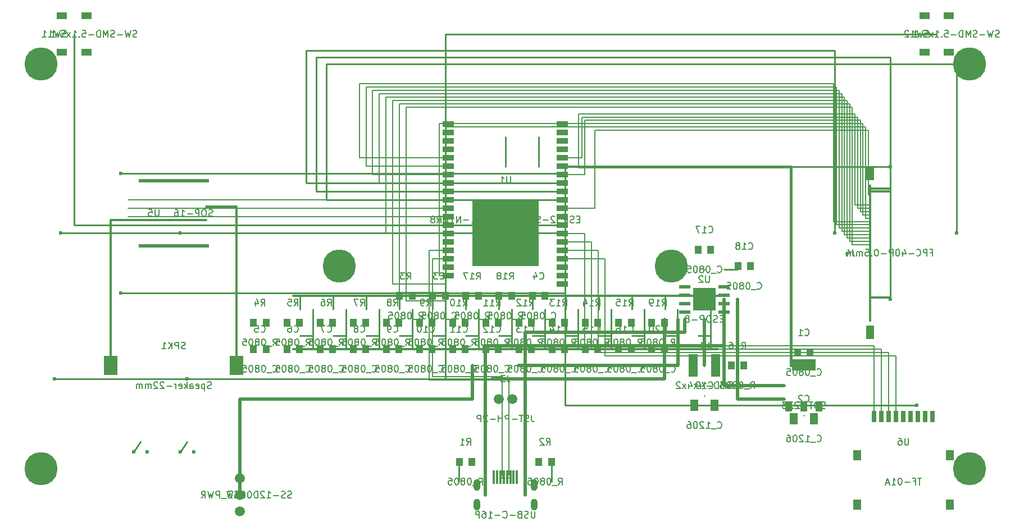
<source format=gbl>
%TF.GenerationSoftware,KiCad,Pcbnew,9.0.7*%
%TF.CreationDate,2026-02-13T19:14:35+01:00*%
%TF.ProjectId,esp32-emu-turbo,65737033-322d-4656-9d75-2d747572626f,rev?*%
%TF.SameCoordinates,Original*%
%TF.FileFunction,Copper,L4,Bot*%
%TF.FilePolarity,Positive*%
%FSLAX46Y46*%
G04 Gerber Fmt 4.6, Leading zero omitted, Abs format (unit mm)*
G04 Created by KiCad (PCBNEW 9.0.7) date 2026-02-13 19:14:35*
%MOMM*%
%LPD*%
G01*
G04 APERTURE LIST*
%ADD10C,0.150000*%
%TA.AperFunction,NonConductor*%
%ADD11C,0.150000*%
%TD*%
%TA.AperFunction,ComponentPad*%
%ADD12C,5.000000*%
%TD*%
%TA.AperFunction,SMDPad,CuDef*%
%ADD13R,1.800000X0.900000*%
%TD*%
%TA.AperFunction,SMDPad,CuDef*%
%ADD14R,10.000000X10.000000*%
%TD*%
%TA.AperFunction,SMDPad,CuDef*%
%ADD15R,1.600000X1.000000*%
%TD*%
%TA.AperFunction,SMDPad,CuDef*%
%ADD16R,0.300000X1.200000*%
%TD*%
%TA.AperFunction,SMDPad,CuDef*%
%ADD17R,1.200000X2.000000*%
%TD*%
%TA.AperFunction,SMDPad,CuDef*%
%ADD18R,0.300000X1.000000*%
%TD*%
%TA.AperFunction,ComponentPad*%
%ADD19O,1.000000X1.800000*%
%TD*%
%TA.AperFunction,SMDPad,CuDef*%
%ADD20R,0.700000X1.800000*%
%TD*%
%TA.AperFunction,SMDPad,CuDef*%
%ADD21R,1.200000X1.500000*%
%TD*%
%TA.AperFunction,ComponentPad*%
%ADD22C,1.500000*%
%TD*%
%TA.AperFunction,SMDPad,CuDef*%
%ADD23R,2.000000X3.000000*%
%TD*%
%TA.AperFunction,SMDPad,CuDef*%
%ADD24R,1.700000X0.600000*%
%TD*%
%TA.AperFunction,SMDPad,CuDef*%
%ADD25R,3.400000X3.400000*%
%TD*%
%TA.AperFunction,SMDPad,CuDef*%
%ADD26R,1.000000X1.500000*%
%TD*%
%TA.AperFunction,SMDPad,CuDef*%
%ADD27R,3.600000X1.800000*%
%TD*%
%TA.AperFunction,SMDPad,CuDef*%
%ADD28R,1.400000X3.400000*%
%TD*%
%TA.AperFunction,SMDPad,CuDef*%
%ADD29R,1.000000X1.300000*%
%TD*%
%TA.AperFunction,SMDPad,CuDef*%
%ADD30R,1.200000X1.800000*%
%TD*%
%TA.AperFunction,ViaPad*%
%ADD31C,0.600000*%
%TD*%
%TA.AperFunction,Conductor*%
%ADD32C,0.500000*%
%TD*%
%TA.AperFunction,Conductor*%
%ADD33C,0.400000*%
%TD*%
%TA.AperFunction,Conductor*%
%ADD34C,0.200000*%
%TD*%
%TA.AperFunction,Conductor*%
%ADD35C,0.300000*%
%TD*%
%TA.AperFunction,Conductor*%
%ADD36C,0.250000*%
%TD*%
G04 APERTURE END LIST*
D10*
D11*
X80761904Y-23954819D02*
X80761904Y-24764342D01*
X80761904Y-24764342D02*
X80714285Y-24859580D01*
X80714285Y-24859580D02*
X80666666Y-24907200D01*
X80666666Y-24907200D02*
X80571428Y-24954819D01*
X80571428Y-24954819D02*
X80380952Y-24954819D01*
X80380952Y-24954819D02*
X80285714Y-24907200D01*
X80285714Y-24907200D02*
X80238095Y-24859580D01*
X80238095Y-24859580D02*
X80190476Y-24764342D01*
X80190476Y-24764342D02*
X80190476Y-23954819D01*
X79190476Y-24954819D02*
X79761904Y-24954819D01*
X79476190Y-24954819D02*
X79476190Y-23954819D01*
X79476190Y-23954819D02*
X79571428Y-24097676D01*
X79571428Y-24097676D02*
X79666666Y-24192914D01*
X79666666Y-24192914D02*
X79761904Y-24240533D01*
D10*
D11*
X91190475Y-30431009D02*
X90857142Y-30431009D01*
X90714285Y-30954819D02*
X91190475Y-30954819D01*
X91190475Y-30954819D02*
X91190475Y-29954819D01*
X91190475Y-29954819D02*
X90714285Y-29954819D01*
X90333332Y-30907200D02*
X90190475Y-30954819D01*
X90190475Y-30954819D02*
X89952380Y-30954819D01*
X89952380Y-30954819D02*
X89857142Y-30907200D01*
X89857142Y-30907200D02*
X89809523Y-30859580D01*
X89809523Y-30859580D02*
X89761904Y-30764342D01*
X89761904Y-30764342D02*
X89761904Y-30669104D01*
X89761904Y-30669104D02*
X89809523Y-30573866D01*
X89809523Y-30573866D02*
X89857142Y-30526247D01*
X89857142Y-30526247D02*
X89952380Y-30478628D01*
X89952380Y-30478628D02*
X90142856Y-30431009D01*
X90142856Y-30431009D02*
X90238094Y-30383390D01*
X90238094Y-30383390D02*
X90285713Y-30335771D01*
X90285713Y-30335771D02*
X90333332Y-30240533D01*
X90333332Y-30240533D02*
X90333332Y-30145295D01*
X90333332Y-30145295D02*
X90285713Y-30050057D01*
X90285713Y-30050057D02*
X90238094Y-30002438D01*
X90238094Y-30002438D02*
X90142856Y-29954819D01*
X90142856Y-29954819D02*
X89904761Y-29954819D01*
X89904761Y-29954819D02*
X89761904Y-30002438D01*
X89333332Y-30954819D02*
X89333332Y-29954819D01*
X89333332Y-29954819D02*
X88952380Y-29954819D01*
X88952380Y-29954819D02*
X88857142Y-30002438D01*
X88857142Y-30002438D02*
X88809523Y-30050057D01*
X88809523Y-30050057D02*
X88761904Y-30145295D01*
X88761904Y-30145295D02*
X88761904Y-30288152D01*
X88761904Y-30288152D02*
X88809523Y-30383390D01*
X88809523Y-30383390D02*
X88857142Y-30431009D01*
X88857142Y-30431009D02*
X88952380Y-30478628D01*
X88952380Y-30478628D02*
X89333332Y-30478628D01*
X88428570Y-29954819D02*
X87809523Y-29954819D01*
X87809523Y-29954819D02*
X88142856Y-30335771D01*
X88142856Y-30335771D02*
X87999999Y-30335771D01*
X87999999Y-30335771D02*
X87904761Y-30383390D01*
X87904761Y-30383390D02*
X87857142Y-30431009D01*
X87857142Y-30431009D02*
X87809523Y-30526247D01*
X87809523Y-30526247D02*
X87809523Y-30764342D01*
X87809523Y-30764342D02*
X87857142Y-30859580D01*
X87857142Y-30859580D02*
X87904761Y-30907200D01*
X87904761Y-30907200D02*
X87999999Y-30954819D01*
X87999999Y-30954819D02*
X88285713Y-30954819D01*
X88285713Y-30954819D02*
X88380951Y-30907200D01*
X88380951Y-30907200D02*
X88428570Y-30859580D01*
X87428570Y-30050057D02*
X87380951Y-30002438D01*
X87380951Y-30002438D02*
X87285713Y-29954819D01*
X87285713Y-29954819D02*
X87047618Y-29954819D01*
X87047618Y-29954819D02*
X86952380Y-30002438D01*
X86952380Y-30002438D02*
X86904761Y-30050057D01*
X86904761Y-30050057D02*
X86857142Y-30145295D01*
X86857142Y-30145295D02*
X86857142Y-30240533D01*
X86857142Y-30240533D02*
X86904761Y-30383390D01*
X86904761Y-30383390D02*
X87476189Y-30954819D01*
X87476189Y-30954819D02*
X86857142Y-30954819D01*
X86428570Y-30573866D02*
X85666666Y-30573866D01*
X85238094Y-30907200D02*
X85095237Y-30954819D01*
X85095237Y-30954819D02*
X84857142Y-30954819D01*
X84857142Y-30954819D02*
X84761904Y-30907200D01*
X84761904Y-30907200D02*
X84714285Y-30859580D01*
X84714285Y-30859580D02*
X84666666Y-30764342D01*
X84666666Y-30764342D02*
X84666666Y-30669104D01*
X84666666Y-30669104D02*
X84714285Y-30573866D01*
X84714285Y-30573866D02*
X84761904Y-30526247D01*
X84761904Y-30526247D02*
X84857142Y-30478628D01*
X84857142Y-30478628D02*
X85047618Y-30431009D01*
X85047618Y-30431009D02*
X85142856Y-30383390D01*
X85142856Y-30383390D02*
X85190475Y-30335771D01*
X85190475Y-30335771D02*
X85238094Y-30240533D01*
X85238094Y-30240533D02*
X85238094Y-30145295D01*
X85238094Y-30145295D02*
X85190475Y-30050057D01*
X85190475Y-30050057D02*
X85142856Y-30002438D01*
X85142856Y-30002438D02*
X85047618Y-29954819D01*
X85047618Y-29954819D02*
X84809523Y-29954819D01*
X84809523Y-29954819D02*
X84666666Y-30002438D01*
X84333332Y-29954819D02*
X83714285Y-29954819D01*
X83714285Y-29954819D02*
X84047618Y-30335771D01*
X84047618Y-30335771D02*
X83904761Y-30335771D01*
X83904761Y-30335771D02*
X83809523Y-30383390D01*
X83809523Y-30383390D02*
X83761904Y-30431009D01*
X83761904Y-30431009D02*
X83714285Y-30526247D01*
X83714285Y-30526247D02*
X83714285Y-30764342D01*
X83714285Y-30764342D02*
X83761904Y-30859580D01*
X83761904Y-30859580D02*
X83809523Y-30907200D01*
X83809523Y-30907200D02*
X83904761Y-30954819D01*
X83904761Y-30954819D02*
X84190475Y-30954819D01*
X84190475Y-30954819D02*
X84285713Y-30907200D01*
X84285713Y-30907200D02*
X84333332Y-30859580D01*
X83285713Y-30573866D02*
X82523809Y-30573866D01*
X82142856Y-29954819D02*
X81904761Y-30954819D01*
X81904761Y-30954819D02*
X81714285Y-30240533D01*
X81714285Y-30240533D02*
X81523809Y-30954819D01*
X81523809Y-30954819D02*
X81285714Y-29954819D01*
X80333333Y-30954819D02*
X80666666Y-30478628D01*
X80904761Y-30954819D02*
X80904761Y-29954819D01*
X80904761Y-29954819D02*
X80523809Y-29954819D01*
X80523809Y-29954819D02*
X80428571Y-30002438D01*
X80428571Y-30002438D02*
X80380952Y-30050057D01*
X80380952Y-30050057D02*
X80333333Y-30145295D01*
X80333333Y-30145295D02*
X80333333Y-30288152D01*
X80333333Y-30288152D02*
X80380952Y-30383390D01*
X80380952Y-30383390D02*
X80428571Y-30431009D01*
X80428571Y-30431009D02*
X80523809Y-30478628D01*
X80523809Y-30478628D02*
X80904761Y-30478628D01*
X79714285Y-29954819D02*
X79523809Y-29954819D01*
X79523809Y-29954819D02*
X79428571Y-30002438D01*
X79428571Y-30002438D02*
X79333333Y-30097676D01*
X79333333Y-30097676D02*
X79285714Y-30288152D01*
X79285714Y-30288152D02*
X79285714Y-30621485D01*
X79285714Y-30621485D02*
X79333333Y-30811961D01*
X79333333Y-30811961D02*
X79428571Y-30907200D01*
X79428571Y-30907200D02*
X79523809Y-30954819D01*
X79523809Y-30954819D02*
X79714285Y-30954819D01*
X79714285Y-30954819D02*
X79809523Y-30907200D01*
X79809523Y-30907200D02*
X79904761Y-30811961D01*
X79904761Y-30811961D02*
X79952380Y-30621485D01*
X79952380Y-30621485D02*
X79952380Y-30288152D01*
X79952380Y-30288152D02*
X79904761Y-30097676D01*
X79904761Y-30097676D02*
X79809523Y-30002438D01*
X79809523Y-30002438D02*
X79714285Y-29954819D01*
X78666666Y-29954819D02*
X78476190Y-29954819D01*
X78476190Y-29954819D02*
X78380952Y-30002438D01*
X78380952Y-30002438D02*
X78285714Y-30097676D01*
X78285714Y-30097676D02*
X78238095Y-30288152D01*
X78238095Y-30288152D02*
X78238095Y-30621485D01*
X78238095Y-30621485D02*
X78285714Y-30811961D01*
X78285714Y-30811961D02*
X78380952Y-30907200D01*
X78380952Y-30907200D02*
X78476190Y-30954819D01*
X78476190Y-30954819D02*
X78666666Y-30954819D01*
X78666666Y-30954819D02*
X78761904Y-30907200D01*
X78761904Y-30907200D02*
X78857142Y-30811961D01*
X78857142Y-30811961D02*
X78904761Y-30621485D01*
X78904761Y-30621485D02*
X78904761Y-30288152D01*
X78904761Y-30288152D02*
X78857142Y-30097676D01*
X78857142Y-30097676D02*
X78761904Y-30002438D01*
X78761904Y-30002438D02*
X78666666Y-29954819D01*
X77809523Y-30954819D02*
X77809523Y-29954819D01*
X77809523Y-29954819D02*
X77476190Y-30669104D01*
X77476190Y-30669104D02*
X77142857Y-29954819D01*
X77142857Y-29954819D02*
X77142857Y-30954819D01*
X76666666Y-30573866D02*
X75904762Y-30573866D01*
X74904762Y-30954819D02*
X75476190Y-30954819D01*
X75190476Y-30954819D02*
X75190476Y-29954819D01*
X75190476Y-29954819D02*
X75285714Y-30097676D01*
X75285714Y-30097676D02*
X75380952Y-30192914D01*
X75380952Y-30192914D02*
X75476190Y-30240533D01*
X74476190Y-30573866D02*
X73714286Y-30573866D01*
X73238095Y-30954819D02*
X73238095Y-29954819D01*
X73238095Y-29954819D02*
X72666667Y-30954819D01*
X72666667Y-30954819D02*
X72666667Y-29954819D01*
X71666667Y-30954819D02*
X72238095Y-30954819D01*
X71952381Y-30954819D02*
X71952381Y-29954819D01*
X71952381Y-29954819D02*
X72047619Y-30097676D01*
X72047619Y-30097676D02*
X72142857Y-30192914D01*
X72142857Y-30192914D02*
X72238095Y-30240533D01*
X70809524Y-29954819D02*
X71000000Y-29954819D01*
X71000000Y-29954819D02*
X71095238Y-30002438D01*
X71095238Y-30002438D02*
X71142857Y-30050057D01*
X71142857Y-30050057D02*
X71238095Y-30192914D01*
X71238095Y-30192914D02*
X71285714Y-30383390D01*
X71285714Y-30383390D02*
X71285714Y-30764342D01*
X71285714Y-30764342D02*
X71238095Y-30859580D01*
X71238095Y-30859580D02*
X71190476Y-30907200D01*
X71190476Y-30907200D02*
X71095238Y-30954819D01*
X71095238Y-30954819D02*
X70904762Y-30954819D01*
X70904762Y-30954819D02*
X70809524Y-30907200D01*
X70809524Y-30907200D02*
X70761905Y-30859580D01*
X70761905Y-30859580D02*
X70714286Y-30764342D01*
X70714286Y-30764342D02*
X70714286Y-30526247D01*
X70714286Y-30526247D02*
X70761905Y-30431009D01*
X70761905Y-30431009D02*
X70809524Y-30383390D01*
X70809524Y-30383390D02*
X70904762Y-30335771D01*
X70904762Y-30335771D02*
X71095238Y-30335771D01*
X71095238Y-30335771D02*
X71190476Y-30383390D01*
X71190476Y-30383390D02*
X71238095Y-30431009D01*
X71238095Y-30431009D02*
X71285714Y-30526247D01*
X69714286Y-30954819D02*
X70047619Y-30478628D01*
X70285714Y-30954819D02*
X70285714Y-29954819D01*
X70285714Y-29954819D02*
X69904762Y-29954819D01*
X69904762Y-29954819D02*
X69809524Y-30002438D01*
X69809524Y-30002438D02*
X69761905Y-30050057D01*
X69761905Y-30050057D02*
X69714286Y-30145295D01*
X69714286Y-30145295D02*
X69714286Y-30288152D01*
X69714286Y-30288152D02*
X69761905Y-30383390D01*
X69761905Y-30383390D02*
X69809524Y-30431009D01*
X69809524Y-30431009D02*
X69904762Y-30478628D01*
X69904762Y-30478628D02*
X70285714Y-30478628D01*
X69142857Y-30383390D02*
X69238095Y-30335771D01*
X69238095Y-30335771D02*
X69285714Y-30288152D01*
X69285714Y-30288152D02*
X69333333Y-30192914D01*
X69333333Y-30192914D02*
X69333333Y-30145295D01*
X69333333Y-30145295D02*
X69285714Y-30050057D01*
X69285714Y-30050057D02*
X69238095Y-30002438D01*
X69238095Y-30002438D02*
X69142857Y-29954819D01*
X69142857Y-29954819D02*
X68952381Y-29954819D01*
X68952381Y-29954819D02*
X68857143Y-30002438D01*
X68857143Y-30002438D02*
X68809524Y-30050057D01*
X68809524Y-30050057D02*
X68761905Y-30145295D01*
X68761905Y-30145295D02*
X68761905Y-30192914D01*
X68761905Y-30192914D02*
X68809524Y-30288152D01*
X68809524Y-30288152D02*
X68857143Y-30335771D01*
X68857143Y-30335771D02*
X68952381Y-30383390D01*
X68952381Y-30383390D02*
X69142857Y-30383390D01*
X69142857Y-30383390D02*
X69238095Y-30431009D01*
X69238095Y-30431009D02*
X69285714Y-30478628D01*
X69285714Y-30478628D02*
X69333333Y-30573866D01*
X69333333Y-30573866D02*
X69333333Y-30764342D01*
X69333333Y-30764342D02*
X69285714Y-30859580D01*
X69285714Y-30859580D02*
X69238095Y-30907200D01*
X69238095Y-30907200D02*
X69142857Y-30954819D01*
X69142857Y-30954819D02*
X68952381Y-30954819D01*
X68952381Y-30954819D02*
X68857143Y-30907200D01*
X68857143Y-30907200D02*
X68809524Y-30859580D01*
X68809524Y-30859580D02*
X68761905Y-30764342D01*
X68761905Y-30764342D02*
X68761905Y-30573866D01*
X68761905Y-30573866D02*
X68809524Y-30478628D01*
X68809524Y-30478628D02*
X68857143Y-30431009D01*
X68857143Y-30431009D02*
X68952381Y-30383390D01*
D10*
D11*
X13809523Y-2907200D02*
X13666666Y-2954819D01*
X13666666Y-2954819D02*
X13428571Y-2954819D01*
X13428571Y-2954819D02*
X13333333Y-2907200D01*
X13333333Y-2907200D02*
X13285714Y-2859580D01*
X13285714Y-2859580D02*
X13238095Y-2764342D01*
X13238095Y-2764342D02*
X13238095Y-2669104D01*
X13238095Y-2669104D02*
X13285714Y-2573866D01*
X13285714Y-2573866D02*
X13333333Y-2526247D01*
X13333333Y-2526247D02*
X13428571Y-2478628D01*
X13428571Y-2478628D02*
X13619047Y-2431009D01*
X13619047Y-2431009D02*
X13714285Y-2383390D01*
X13714285Y-2383390D02*
X13761904Y-2335771D01*
X13761904Y-2335771D02*
X13809523Y-2240533D01*
X13809523Y-2240533D02*
X13809523Y-2145295D01*
X13809523Y-2145295D02*
X13761904Y-2050057D01*
X13761904Y-2050057D02*
X13714285Y-2002438D01*
X13714285Y-2002438D02*
X13619047Y-1954819D01*
X13619047Y-1954819D02*
X13380952Y-1954819D01*
X13380952Y-1954819D02*
X13238095Y-2002438D01*
X12904761Y-1954819D02*
X12666666Y-2954819D01*
X12666666Y-2954819D02*
X12476190Y-2240533D01*
X12476190Y-2240533D02*
X12285714Y-2954819D01*
X12285714Y-2954819D02*
X12047619Y-1954819D01*
X11142857Y-2954819D02*
X11714285Y-2954819D01*
X11428571Y-2954819D02*
X11428571Y-1954819D01*
X11428571Y-1954819D02*
X11523809Y-2097676D01*
X11523809Y-2097676D02*
X11619047Y-2192914D01*
X11619047Y-2192914D02*
X11714285Y-2240533D01*
X10190476Y-2954819D02*
X10761904Y-2954819D01*
X10476190Y-2954819D02*
X10476190Y-1954819D01*
X10476190Y-1954819D02*
X10571428Y-2097676D01*
X10571428Y-2097676D02*
X10666666Y-2192914D01*
X10666666Y-2192914D02*
X10761904Y-2240533D01*
D10*
D11*
X24428570Y-2907200D02*
X24285713Y-2954819D01*
X24285713Y-2954819D02*
X24047618Y-2954819D01*
X24047618Y-2954819D02*
X23952380Y-2907200D01*
X23952380Y-2907200D02*
X23904761Y-2859580D01*
X23904761Y-2859580D02*
X23857142Y-2764342D01*
X23857142Y-2764342D02*
X23857142Y-2669104D01*
X23857142Y-2669104D02*
X23904761Y-2573866D01*
X23904761Y-2573866D02*
X23952380Y-2526247D01*
X23952380Y-2526247D02*
X24047618Y-2478628D01*
X24047618Y-2478628D02*
X24238094Y-2431009D01*
X24238094Y-2431009D02*
X24333332Y-2383390D01*
X24333332Y-2383390D02*
X24380951Y-2335771D01*
X24380951Y-2335771D02*
X24428570Y-2240533D01*
X24428570Y-2240533D02*
X24428570Y-2145295D01*
X24428570Y-2145295D02*
X24380951Y-2050057D01*
X24380951Y-2050057D02*
X24333332Y-2002438D01*
X24333332Y-2002438D02*
X24238094Y-1954819D01*
X24238094Y-1954819D02*
X23999999Y-1954819D01*
X23999999Y-1954819D02*
X23857142Y-2002438D01*
X23523808Y-1954819D02*
X23285713Y-2954819D01*
X23285713Y-2954819D02*
X23095237Y-2240533D01*
X23095237Y-2240533D02*
X22904761Y-2954819D01*
X22904761Y-2954819D02*
X22666666Y-1954819D01*
X22285713Y-2573866D02*
X21523809Y-2573866D01*
X21095237Y-2907200D02*
X20952380Y-2954819D01*
X20952380Y-2954819D02*
X20714285Y-2954819D01*
X20714285Y-2954819D02*
X20619047Y-2907200D01*
X20619047Y-2907200D02*
X20571428Y-2859580D01*
X20571428Y-2859580D02*
X20523809Y-2764342D01*
X20523809Y-2764342D02*
X20523809Y-2669104D01*
X20523809Y-2669104D02*
X20571428Y-2573866D01*
X20571428Y-2573866D02*
X20619047Y-2526247D01*
X20619047Y-2526247D02*
X20714285Y-2478628D01*
X20714285Y-2478628D02*
X20904761Y-2431009D01*
X20904761Y-2431009D02*
X20999999Y-2383390D01*
X20999999Y-2383390D02*
X21047618Y-2335771D01*
X21047618Y-2335771D02*
X21095237Y-2240533D01*
X21095237Y-2240533D02*
X21095237Y-2145295D01*
X21095237Y-2145295D02*
X21047618Y-2050057D01*
X21047618Y-2050057D02*
X20999999Y-2002438D01*
X20999999Y-2002438D02*
X20904761Y-1954819D01*
X20904761Y-1954819D02*
X20666666Y-1954819D01*
X20666666Y-1954819D02*
X20523809Y-2002438D01*
X20095237Y-2954819D02*
X20095237Y-1954819D01*
X20095237Y-1954819D02*
X19761904Y-2669104D01*
X19761904Y-2669104D02*
X19428571Y-1954819D01*
X19428571Y-1954819D02*
X19428571Y-2954819D01*
X18952380Y-2954819D02*
X18952380Y-1954819D01*
X18952380Y-1954819D02*
X18714285Y-1954819D01*
X18714285Y-1954819D02*
X18571428Y-2002438D01*
X18571428Y-2002438D02*
X18476190Y-2097676D01*
X18476190Y-2097676D02*
X18428571Y-2192914D01*
X18428571Y-2192914D02*
X18380952Y-2383390D01*
X18380952Y-2383390D02*
X18380952Y-2526247D01*
X18380952Y-2526247D02*
X18428571Y-2716723D01*
X18428571Y-2716723D02*
X18476190Y-2811961D01*
X18476190Y-2811961D02*
X18571428Y-2907200D01*
X18571428Y-2907200D02*
X18714285Y-2954819D01*
X18714285Y-2954819D02*
X18952380Y-2954819D01*
X17952380Y-2573866D02*
X17190476Y-2573866D01*
X16238095Y-1954819D02*
X16714285Y-1954819D01*
X16714285Y-1954819D02*
X16761904Y-2431009D01*
X16761904Y-2431009D02*
X16714285Y-2383390D01*
X16714285Y-2383390D02*
X16619047Y-2335771D01*
X16619047Y-2335771D02*
X16380952Y-2335771D01*
X16380952Y-2335771D02*
X16285714Y-2383390D01*
X16285714Y-2383390D02*
X16238095Y-2431009D01*
X16238095Y-2431009D02*
X16190476Y-2526247D01*
X16190476Y-2526247D02*
X16190476Y-2764342D01*
X16190476Y-2764342D02*
X16238095Y-2859580D01*
X16238095Y-2859580D02*
X16285714Y-2907200D01*
X16285714Y-2907200D02*
X16380952Y-2954819D01*
X16380952Y-2954819D02*
X16619047Y-2954819D01*
X16619047Y-2954819D02*
X16714285Y-2907200D01*
X16714285Y-2907200D02*
X16761904Y-2859580D01*
X15761904Y-2859580D02*
X15714285Y-2907200D01*
X15714285Y-2907200D02*
X15761904Y-2954819D01*
X15761904Y-2954819D02*
X15809523Y-2907200D01*
X15809523Y-2907200D02*
X15761904Y-2859580D01*
X15761904Y-2859580D02*
X15761904Y-2954819D01*
X14761905Y-2954819D02*
X15333333Y-2954819D01*
X15047619Y-2954819D02*
X15047619Y-1954819D01*
X15047619Y-1954819D02*
X15142857Y-2097676D01*
X15142857Y-2097676D02*
X15238095Y-2192914D01*
X15238095Y-2192914D02*
X15333333Y-2240533D01*
X14428571Y-2954819D02*
X13904762Y-2288152D01*
X14428571Y-2288152D02*
X13904762Y-2954819D01*
X13047619Y-1954819D02*
X13523809Y-1954819D01*
X13523809Y-1954819D02*
X13571428Y-2431009D01*
X13571428Y-2431009D02*
X13523809Y-2383390D01*
X13523809Y-2383390D02*
X13428571Y-2335771D01*
X13428571Y-2335771D02*
X13190476Y-2335771D01*
X13190476Y-2335771D02*
X13095238Y-2383390D01*
X13095238Y-2383390D02*
X13047619Y-2431009D01*
X13047619Y-2431009D02*
X13000000Y-2526247D01*
X13000000Y-2526247D02*
X13000000Y-2764342D01*
X13000000Y-2764342D02*
X13047619Y-2859580D01*
X13047619Y-2859580D02*
X13095238Y-2907200D01*
X13095238Y-2907200D02*
X13190476Y-2954819D01*
X13190476Y-2954819D02*
X13428571Y-2954819D01*
X13428571Y-2954819D02*
X13523809Y-2907200D01*
X13523809Y-2907200D02*
X13571428Y-2859580D01*
X12571428Y-2859580D02*
X12523809Y-2907200D01*
X12523809Y-2907200D02*
X12571428Y-2954819D01*
X12571428Y-2954819D02*
X12619047Y-2907200D01*
X12619047Y-2907200D02*
X12571428Y-2859580D01*
X12571428Y-2859580D02*
X12571428Y-2954819D01*
X11571429Y-2954819D02*
X12142857Y-2954819D01*
X11857143Y-2954819D02*
X11857143Y-1954819D01*
X11857143Y-1954819D02*
X11952381Y-2097676D01*
X11952381Y-2097676D02*
X12047619Y-2192914D01*
X12047619Y-2192914D02*
X12142857Y-2240533D01*
D10*
D11*
X143809523Y-2907200D02*
X143666666Y-2954819D01*
X143666666Y-2954819D02*
X143428571Y-2954819D01*
X143428571Y-2954819D02*
X143333333Y-2907200D01*
X143333333Y-2907200D02*
X143285714Y-2859580D01*
X143285714Y-2859580D02*
X143238095Y-2764342D01*
X143238095Y-2764342D02*
X143238095Y-2669104D01*
X143238095Y-2669104D02*
X143285714Y-2573866D01*
X143285714Y-2573866D02*
X143333333Y-2526247D01*
X143333333Y-2526247D02*
X143428571Y-2478628D01*
X143428571Y-2478628D02*
X143619047Y-2431009D01*
X143619047Y-2431009D02*
X143714285Y-2383390D01*
X143714285Y-2383390D02*
X143761904Y-2335771D01*
X143761904Y-2335771D02*
X143809523Y-2240533D01*
X143809523Y-2240533D02*
X143809523Y-2145295D01*
X143809523Y-2145295D02*
X143761904Y-2050057D01*
X143761904Y-2050057D02*
X143714285Y-2002438D01*
X143714285Y-2002438D02*
X143619047Y-1954819D01*
X143619047Y-1954819D02*
X143380952Y-1954819D01*
X143380952Y-1954819D02*
X143238095Y-2002438D01*
X142904761Y-1954819D02*
X142666666Y-2954819D01*
X142666666Y-2954819D02*
X142476190Y-2240533D01*
X142476190Y-2240533D02*
X142285714Y-2954819D01*
X142285714Y-2954819D02*
X142047619Y-1954819D01*
X141142857Y-2954819D02*
X141714285Y-2954819D01*
X141428571Y-2954819D02*
X141428571Y-1954819D01*
X141428571Y-1954819D02*
X141523809Y-2097676D01*
X141523809Y-2097676D02*
X141619047Y-2192914D01*
X141619047Y-2192914D02*
X141714285Y-2240533D01*
X140761904Y-2050057D02*
X140714285Y-2002438D01*
X140714285Y-2002438D02*
X140619047Y-1954819D01*
X140619047Y-1954819D02*
X140380952Y-1954819D01*
X140380952Y-1954819D02*
X140285714Y-2002438D01*
X140285714Y-2002438D02*
X140238095Y-2050057D01*
X140238095Y-2050057D02*
X140190476Y-2145295D01*
X140190476Y-2145295D02*
X140190476Y-2240533D01*
X140190476Y-2240533D02*
X140238095Y-2383390D01*
X140238095Y-2383390D02*
X140809523Y-2954819D01*
X140809523Y-2954819D02*
X140190476Y-2954819D01*
D10*
D11*
X154428570Y-2907200D02*
X154285713Y-2954819D01*
X154285713Y-2954819D02*
X154047618Y-2954819D01*
X154047618Y-2954819D02*
X153952380Y-2907200D01*
X153952380Y-2907200D02*
X153904761Y-2859580D01*
X153904761Y-2859580D02*
X153857142Y-2764342D01*
X153857142Y-2764342D02*
X153857142Y-2669104D01*
X153857142Y-2669104D02*
X153904761Y-2573866D01*
X153904761Y-2573866D02*
X153952380Y-2526247D01*
X153952380Y-2526247D02*
X154047618Y-2478628D01*
X154047618Y-2478628D02*
X154238094Y-2431009D01*
X154238094Y-2431009D02*
X154333332Y-2383390D01*
X154333332Y-2383390D02*
X154380951Y-2335771D01*
X154380951Y-2335771D02*
X154428570Y-2240533D01*
X154428570Y-2240533D02*
X154428570Y-2145295D01*
X154428570Y-2145295D02*
X154380951Y-2050057D01*
X154380951Y-2050057D02*
X154333332Y-2002438D01*
X154333332Y-2002438D02*
X154238094Y-1954819D01*
X154238094Y-1954819D02*
X153999999Y-1954819D01*
X153999999Y-1954819D02*
X153857142Y-2002438D01*
X153523808Y-1954819D02*
X153285713Y-2954819D01*
X153285713Y-2954819D02*
X153095237Y-2240533D01*
X153095237Y-2240533D02*
X152904761Y-2954819D01*
X152904761Y-2954819D02*
X152666666Y-1954819D01*
X152285713Y-2573866D02*
X151523809Y-2573866D01*
X151095237Y-2907200D02*
X150952380Y-2954819D01*
X150952380Y-2954819D02*
X150714285Y-2954819D01*
X150714285Y-2954819D02*
X150619047Y-2907200D01*
X150619047Y-2907200D02*
X150571428Y-2859580D01*
X150571428Y-2859580D02*
X150523809Y-2764342D01*
X150523809Y-2764342D02*
X150523809Y-2669104D01*
X150523809Y-2669104D02*
X150571428Y-2573866D01*
X150571428Y-2573866D02*
X150619047Y-2526247D01*
X150619047Y-2526247D02*
X150714285Y-2478628D01*
X150714285Y-2478628D02*
X150904761Y-2431009D01*
X150904761Y-2431009D02*
X150999999Y-2383390D01*
X150999999Y-2383390D02*
X151047618Y-2335771D01*
X151047618Y-2335771D02*
X151095237Y-2240533D01*
X151095237Y-2240533D02*
X151095237Y-2145295D01*
X151095237Y-2145295D02*
X151047618Y-2050057D01*
X151047618Y-2050057D02*
X150999999Y-2002438D01*
X150999999Y-2002438D02*
X150904761Y-1954819D01*
X150904761Y-1954819D02*
X150666666Y-1954819D01*
X150666666Y-1954819D02*
X150523809Y-2002438D01*
X150095237Y-2954819D02*
X150095237Y-1954819D01*
X150095237Y-1954819D02*
X149761904Y-2669104D01*
X149761904Y-2669104D02*
X149428571Y-1954819D01*
X149428571Y-1954819D02*
X149428571Y-2954819D01*
X148952380Y-2954819D02*
X148952380Y-1954819D01*
X148952380Y-1954819D02*
X148714285Y-1954819D01*
X148714285Y-1954819D02*
X148571428Y-2002438D01*
X148571428Y-2002438D02*
X148476190Y-2097676D01*
X148476190Y-2097676D02*
X148428571Y-2192914D01*
X148428571Y-2192914D02*
X148380952Y-2383390D01*
X148380952Y-2383390D02*
X148380952Y-2526247D01*
X148380952Y-2526247D02*
X148428571Y-2716723D01*
X148428571Y-2716723D02*
X148476190Y-2811961D01*
X148476190Y-2811961D02*
X148571428Y-2907200D01*
X148571428Y-2907200D02*
X148714285Y-2954819D01*
X148714285Y-2954819D02*
X148952380Y-2954819D01*
X147952380Y-2573866D02*
X147190476Y-2573866D01*
X146238095Y-1954819D02*
X146714285Y-1954819D01*
X146714285Y-1954819D02*
X146761904Y-2431009D01*
X146761904Y-2431009D02*
X146714285Y-2383390D01*
X146714285Y-2383390D02*
X146619047Y-2335771D01*
X146619047Y-2335771D02*
X146380952Y-2335771D01*
X146380952Y-2335771D02*
X146285714Y-2383390D01*
X146285714Y-2383390D02*
X146238095Y-2431009D01*
X146238095Y-2431009D02*
X146190476Y-2526247D01*
X146190476Y-2526247D02*
X146190476Y-2764342D01*
X146190476Y-2764342D02*
X146238095Y-2859580D01*
X146238095Y-2859580D02*
X146285714Y-2907200D01*
X146285714Y-2907200D02*
X146380952Y-2954819D01*
X146380952Y-2954819D02*
X146619047Y-2954819D01*
X146619047Y-2954819D02*
X146714285Y-2907200D01*
X146714285Y-2907200D02*
X146761904Y-2859580D01*
X145761904Y-2859580D02*
X145714285Y-2907200D01*
X145714285Y-2907200D02*
X145761904Y-2954819D01*
X145761904Y-2954819D02*
X145809523Y-2907200D01*
X145809523Y-2907200D02*
X145761904Y-2859580D01*
X145761904Y-2859580D02*
X145761904Y-2954819D01*
X144761905Y-2954819D02*
X145333333Y-2954819D01*
X145047619Y-2954819D02*
X145047619Y-1954819D01*
X145047619Y-1954819D02*
X145142857Y-2097676D01*
X145142857Y-2097676D02*
X145238095Y-2192914D01*
X145238095Y-2192914D02*
X145333333Y-2240533D01*
X144428571Y-2954819D02*
X143904762Y-2288152D01*
X144428571Y-2288152D02*
X143904762Y-2954819D01*
X143047619Y-1954819D02*
X143523809Y-1954819D01*
X143523809Y-1954819D02*
X143571428Y-2431009D01*
X143571428Y-2431009D02*
X143523809Y-2383390D01*
X143523809Y-2383390D02*
X143428571Y-2335771D01*
X143428571Y-2335771D02*
X143190476Y-2335771D01*
X143190476Y-2335771D02*
X143095238Y-2383390D01*
X143095238Y-2383390D02*
X143047619Y-2431009D01*
X143047619Y-2431009D02*
X143000000Y-2526247D01*
X143000000Y-2526247D02*
X143000000Y-2764342D01*
X143000000Y-2764342D02*
X143047619Y-2859580D01*
X143047619Y-2859580D02*
X143095238Y-2907200D01*
X143095238Y-2907200D02*
X143190476Y-2954819D01*
X143190476Y-2954819D02*
X143428571Y-2954819D01*
X143428571Y-2954819D02*
X143523809Y-2907200D01*
X143523809Y-2907200D02*
X143571428Y-2859580D01*
X142571428Y-2859580D02*
X142523809Y-2907200D01*
X142523809Y-2907200D02*
X142571428Y-2954819D01*
X142571428Y-2954819D02*
X142619047Y-2907200D01*
X142619047Y-2907200D02*
X142571428Y-2859580D01*
X142571428Y-2859580D02*
X142571428Y-2954819D01*
X141571429Y-2954819D02*
X142142857Y-2954819D01*
X141857143Y-2954819D02*
X141857143Y-1954819D01*
X141857143Y-1954819D02*
X141952381Y-2097676D01*
X141952381Y-2097676D02*
X142047619Y-2192914D01*
X142047619Y-2192914D02*
X142142857Y-2240533D01*
D10*
D11*
X132333333Y-34954819D02*
X132333333Y-35669104D01*
X132333333Y-35669104D02*
X132380952Y-35811961D01*
X132380952Y-35811961D02*
X132476190Y-35907200D01*
X132476190Y-35907200D02*
X132619047Y-35954819D01*
X132619047Y-35954819D02*
X132714285Y-35954819D01*
X131428571Y-35288152D02*
X131428571Y-35954819D01*
X131666666Y-34907200D02*
X131904761Y-35621485D01*
X131904761Y-35621485D02*
X131285714Y-35621485D01*
D10*
D11*
X144071427Y-35431009D02*
X144404760Y-35431009D01*
X144404760Y-35954819D02*
X144404760Y-34954819D01*
X144404760Y-34954819D02*
X143928570Y-34954819D01*
X143547617Y-35954819D02*
X143547617Y-34954819D01*
X143547617Y-34954819D02*
X143166665Y-34954819D01*
X143166665Y-34954819D02*
X143071427Y-35002438D01*
X143071427Y-35002438D02*
X143023808Y-35050057D01*
X143023808Y-35050057D02*
X142976189Y-35145295D01*
X142976189Y-35145295D02*
X142976189Y-35288152D01*
X142976189Y-35288152D02*
X143023808Y-35383390D01*
X143023808Y-35383390D02*
X143071427Y-35431009D01*
X143071427Y-35431009D02*
X143166665Y-35478628D01*
X143166665Y-35478628D02*
X143547617Y-35478628D01*
X141976189Y-35859580D02*
X142023808Y-35907200D01*
X142023808Y-35907200D02*
X142166665Y-35954819D01*
X142166665Y-35954819D02*
X142261903Y-35954819D01*
X142261903Y-35954819D02*
X142404760Y-35907200D01*
X142404760Y-35907200D02*
X142499998Y-35811961D01*
X142499998Y-35811961D02*
X142547617Y-35716723D01*
X142547617Y-35716723D02*
X142595236Y-35526247D01*
X142595236Y-35526247D02*
X142595236Y-35383390D01*
X142595236Y-35383390D02*
X142547617Y-35192914D01*
X142547617Y-35192914D02*
X142499998Y-35097676D01*
X142499998Y-35097676D02*
X142404760Y-35002438D01*
X142404760Y-35002438D02*
X142261903Y-34954819D01*
X142261903Y-34954819D02*
X142166665Y-34954819D01*
X142166665Y-34954819D02*
X142023808Y-35002438D01*
X142023808Y-35002438D02*
X141976189Y-35050057D01*
X141547617Y-35573866D02*
X140785713Y-35573866D01*
X139880951Y-35288152D02*
X139880951Y-35954819D01*
X140119046Y-34907200D02*
X140357141Y-35621485D01*
X140357141Y-35621485D02*
X139738094Y-35621485D01*
X139166665Y-34954819D02*
X139071427Y-34954819D01*
X139071427Y-34954819D02*
X138976189Y-35002438D01*
X138976189Y-35002438D02*
X138928570Y-35050057D01*
X138928570Y-35050057D02*
X138880951Y-35145295D01*
X138880951Y-35145295D02*
X138833332Y-35335771D01*
X138833332Y-35335771D02*
X138833332Y-35573866D01*
X138833332Y-35573866D02*
X138880951Y-35764342D01*
X138880951Y-35764342D02*
X138928570Y-35859580D01*
X138928570Y-35859580D02*
X138976189Y-35907200D01*
X138976189Y-35907200D02*
X139071427Y-35954819D01*
X139071427Y-35954819D02*
X139166665Y-35954819D01*
X139166665Y-35954819D02*
X139261903Y-35907200D01*
X139261903Y-35907200D02*
X139309522Y-35859580D01*
X139309522Y-35859580D02*
X139357141Y-35764342D01*
X139357141Y-35764342D02*
X139404760Y-35573866D01*
X139404760Y-35573866D02*
X139404760Y-35335771D01*
X139404760Y-35335771D02*
X139357141Y-35145295D01*
X139357141Y-35145295D02*
X139309522Y-35050057D01*
X139309522Y-35050057D02*
X139261903Y-35002438D01*
X139261903Y-35002438D02*
X139166665Y-34954819D01*
X138404760Y-35954819D02*
X138404760Y-34954819D01*
X138404760Y-34954819D02*
X138023808Y-34954819D01*
X138023808Y-34954819D02*
X137928570Y-35002438D01*
X137928570Y-35002438D02*
X137880951Y-35050057D01*
X137880951Y-35050057D02*
X137833332Y-35145295D01*
X137833332Y-35145295D02*
X137833332Y-35288152D01*
X137833332Y-35288152D02*
X137880951Y-35383390D01*
X137880951Y-35383390D02*
X137928570Y-35431009D01*
X137928570Y-35431009D02*
X138023808Y-35478628D01*
X138023808Y-35478628D02*
X138404760Y-35478628D01*
X137404760Y-35573866D02*
X136642856Y-35573866D01*
X135976189Y-34954819D02*
X135880951Y-34954819D01*
X135880951Y-34954819D02*
X135785713Y-35002438D01*
X135785713Y-35002438D02*
X135738094Y-35050057D01*
X135738094Y-35050057D02*
X135690475Y-35145295D01*
X135690475Y-35145295D02*
X135642856Y-35335771D01*
X135642856Y-35335771D02*
X135642856Y-35573866D01*
X135642856Y-35573866D02*
X135690475Y-35764342D01*
X135690475Y-35764342D02*
X135738094Y-35859580D01*
X135738094Y-35859580D02*
X135785713Y-35907200D01*
X135785713Y-35907200D02*
X135880951Y-35954819D01*
X135880951Y-35954819D02*
X135976189Y-35954819D01*
X135976189Y-35954819D02*
X136071427Y-35907200D01*
X136071427Y-35907200D02*
X136119046Y-35859580D01*
X136119046Y-35859580D02*
X136166665Y-35764342D01*
X136166665Y-35764342D02*
X136214284Y-35573866D01*
X136214284Y-35573866D02*
X136214284Y-35335771D01*
X136214284Y-35335771D02*
X136166665Y-35145295D01*
X136166665Y-35145295D02*
X136119046Y-35050057D01*
X136119046Y-35050057D02*
X136071427Y-35002438D01*
X136071427Y-35002438D02*
X135976189Y-34954819D01*
X135214284Y-35859580D02*
X135166665Y-35907200D01*
X135166665Y-35907200D02*
X135214284Y-35954819D01*
X135214284Y-35954819D02*
X135261903Y-35907200D01*
X135261903Y-35907200D02*
X135214284Y-35859580D01*
X135214284Y-35859580D02*
X135214284Y-35954819D01*
X134261904Y-34954819D02*
X134738094Y-34954819D01*
X134738094Y-34954819D02*
X134785713Y-35431009D01*
X134785713Y-35431009D02*
X134738094Y-35383390D01*
X134738094Y-35383390D02*
X134642856Y-35335771D01*
X134642856Y-35335771D02*
X134404761Y-35335771D01*
X134404761Y-35335771D02*
X134309523Y-35383390D01*
X134309523Y-35383390D02*
X134261904Y-35431009D01*
X134261904Y-35431009D02*
X134214285Y-35526247D01*
X134214285Y-35526247D02*
X134214285Y-35764342D01*
X134214285Y-35764342D02*
X134261904Y-35859580D01*
X134261904Y-35859580D02*
X134309523Y-35907200D01*
X134309523Y-35907200D02*
X134404761Y-35954819D01*
X134404761Y-35954819D02*
X134642856Y-35954819D01*
X134642856Y-35954819D02*
X134738094Y-35907200D01*
X134738094Y-35907200D02*
X134785713Y-35859580D01*
X133785713Y-35954819D02*
X133785713Y-35288152D01*
X133785713Y-35383390D02*
X133738094Y-35335771D01*
X133738094Y-35335771D02*
X133642856Y-35288152D01*
X133642856Y-35288152D02*
X133499999Y-35288152D01*
X133499999Y-35288152D02*
X133404761Y-35335771D01*
X133404761Y-35335771D02*
X133357142Y-35431009D01*
X133357142Y-35431009D02*
X133357142Y-35954819D01*
X133357142Y-35431009D02*
X133309523Y-35335771D01*
X133309523Y-35335771D02*
X133214285Y-35288152D01*
X133214285Y-35288152D02*
X133071428Y-35288152D01*
X133071428Y-35288152D02*
X132976189Y-35335771D01*
X132976189Y-35335771D02*
X132928570Y-35431009D01*
X132928570Y-35431009D02*
X132928570Y-35954819D01*
X132452380Y-35954819D02*
X132452380Y-35288152D01*
X132452380Y-35383390D02*
X132404761Y-35335771D01*
X132404761Y-35335771D02*
X132309523Y-35288152D01*
X132309523Y-35288152D02*
X132166666Y-35288152D01*
X132166666Y-35288152D02*
X132071428Y-35335771D01*
X132071428Y-35335771D02*
X132023809Y-35431009D01*
X132023809Y-35431009D02*
X132023809Y-35954819D01*
X132023809Y-35431009D02*
X131976190Y-35335771D01*
X131976190Y-35335771D02*
X131880952Y-35288152D01*
X131880952Y-35288152D02*
X131738095Y-35288152D01*
X131738095Y-35288152D02*
X131642856Y-35335771D01*
X131642856Y-35335771D02*
X131595237Y-35431009D01*
X131595237Y-35431009D02*
X131595237Y-35954819D01*
D10*
D11*
X80333333Y-68454819D02*
X80333333Y-69169104D01*
X80333333Y-69169104D02*
X80380952Y-69311961D01*
X80380952Y-69311961D02*
X80476190Y-69407200D01*
X80476190Y-69407200D02*
X80619047Y-69454819D01*
X80619047Y-69454819D02*
X80714285Y-69454819D01*
X79333333Y-69454819D02*
X79904761Y-69454819D01*
X79619047Y-69454819D02*
X79619047Y-68454819D01*
X79619047Y-68454819D02*
X79714285Y-68597676D01*
X79714285Y-68597676D02*
X79809523Y-68692914D01*
X79809523Y-68692914D02*
X79904761Y-68740533D01*
D10*
D11*
X84452380Y-74454819D02*
X84452380Y-75264342D01*
X84452380Y-75264342D02*
X84404761Y-75359580D01*
X84404761Y-75359580D02*
X84357142Y-75407200D01*
X84357142Y-75407200D02*
X84261904Y-75454819D01*
X84261904Y-75454819D02*
X84071428Y-75454819D01*
X84071428Y-75454819D02*
X83976190Y-75407200D01*
X83976190Y-75407200D02*
X83928571Y-75359580D01*
X83928571Y-75359580D02*
X83880952Y-75264342D01*
X83880952Y-75264342D02*
X83880952Y-74454819D01*
X83452380Y-75407200D02*
X83309523Y-75454819D01*
X83309523Y-75454819D02*
X83071428Y-75454819D01*
X83071428Y-75454819D02*
X82976190Y-75407200D01*
X82976190Y-75407200D02*
X82928571Y-75359580D01*
X82928571Y-75359580D02*
X82880952Y-75264342D01*
X82880952Y-75264342D02*
X82880952Y-75169104D01*
X82880952Y-75169104D02*
X82928571Y-75073866D01*
X82928571Y-75073866D02*
X82976190Y-75026247D01*
X82976190Y-75026247D02*
X83071428Y-74978628D01*
X83071428Y-74978628D02*
X83261904Y-74931009D01*
X83261904Y-74931009D02*
X83357142Y-74883390D01*
X83357142Y-74883390D02*
X83404761Y-74835771D01*
X83404761Y-74835771D02*
X83452380Y-74740533D01*
X83452380Y-74740533D02*
X83452380Y-74645295D01*
X83452380Y-74645295D02*
X83404761Y-74550057D01*
X83404761Y-74550057D02*
X83357142Y-74502438D01*
X83357142Y-74502438D02*
X83261904Y-74454819D01*
X83261904Y-74454819D02*
X83023809Y-74454819D01*
X83023809Y-74454819D02*
X82880952Y-74502438D01*
X82119047Y-74931009D02*
X81976190Y-74978628D01*
X81976190Y-74978628D02*
X81928571Y-75026247D01*
X81928571Y-75026247D02*
X81880952Y-75121485D01*
X81880952Y-75121485D02*
X81880952Y-75264342D01*
X81880952Y-75264342D02*
X81928571Y-75359580D01*
X81928571Y-75359580D02*
X81976190Y-75407200D01*
X81976190Y-75407200D02*
X82071428Y-75454819D01*
X82071428Y-75454819D02*
X82452380Y-75454819D01*
X82452380Y-75454819D02*
X82452380Y-74454819D01*
X82452380Y-74454819D02*
X82119047Y-74454819D01*
X82119047Y-74454819D02*
X82023809Y-74502438D01*
X82023809Y-74502438D02*
X81976190Y-74550057D01*
X81976190Y-74550057D02*
X81928571Y-74645295D01*
X81928571Y-74645295D02*
X81928571Y-74740533D01*
X81928571Y-74740533D02*
X81976190Y-74835771D01*
X81976190Y-74835771D02*
X82023809Y-74883390D01*
X82023809Y-74883390D02*
X82119047Y-74931009D01*
X82119047Y-74931009D02*
X82452380Y-74931009D01*
X81452380Y-75073866D02*
X80690476Y-75073866D01*
X79642857Y-75359580D02*
X79690476Y-75407200D01*
X79690476Y-75407200D02*
X79833333Y-75454819D01*
X79833333Y-75454819D02*
X79928571Y-75454819D01*
X79928571Y-75454819D02*
X80071428Y-75407200D01*
X80071428Y-75407200D02*
X80166666Y-75311961D01*
X80166666Y-75311961D02*
X80214285Y-75216723D01*
X80214285Y-75216723D02*
X80261904Y-75026247D01*
X80261904Y-75026247D02*
X80261904Y-74883390D01*
X80261904Y-74883390D02*
X80214285Y-74692914D01*
X80214285Y-74692914D02*
X80166666Y-74597676D01*
X80166666Y-74597676D02*
X80071428Y-74502438D01*
X80071428Y-74502438D02*
X79928571Y-74454819D01*
X79928571Y-74454819D02*
X79833333Y-74454819D01*
X79833333Y-74454819D02*
X79690476Y-74502438D01*
X79690476Y-74502438D02*
X79642857Y-74550057D01*
X79214285Y-75073866D02*
X78452381Y-75073866D01*
X77452381Y-75454819D02*
X78023809Y-75454819D01*
X77738095Y-75454819D02*
X77738095Y-74454819D01*
X77738095Y-74454819D02*
X77833333Y-74597676D01*
X77833333Y-74597676D02*
X77928571Y-74692914D01*
X77928571Y-74692914D02*
X78023809Y-74740533D01*
X76595238Y-74454819D02*
X76785714Y-74454819D01*
X76785714Y-74454819D02*
X76880952Y-74502438D01*
X76880952Y-74502438D02*
X76928571Y-74550057D01*
X76928571Y-74550057D02*
X77023809Y-74692914D01*
X77023809Y-74692914D02*
X77071428Y-74883390D01*
X77071428Y-74883390D02*
X77071428Y-75264342D01*
X77071428Y-75264342D02*
X77023809Y-75359580D01*
X77023809Y-75359580D02*
X76976190Y-75407200D01*
X76976190Y-75407200D02*
X76880952Y-75454819D01*
X76880952Y-75454819D02*
X76690476Y-75454819D01*
X76690476Y-75454819D02*
X76595238Y-75407200D01*
X76595238Y-75407200D02*
X76547619Y-75359580D01*
X76547619Y-75359580D02*
X76500000Y-75264342D01*
X76500000Y-75264342D02*
X76500000Y-75026247D01*
X76500000Y-75026247D02*
X76547619Y-74931009D01*
X76547619Y-74931009D02*
X76595238Y-74883390D01*
X76595238Y-74883390D02*
X76690476Y-74835771D01*
X76690476Y-74835771D02*
X76880952Y-74835771D01*
X76880952Y-74835771D02*
X76976190Y-74883390D01*
X76976190Y-74883390D02*
X77023809Y-74931009D01*
X77023809Y-74931009D02*
X77071428Y-75026247D01*
X76071428Y-75454819D02*
X76071428Y-74454819D01*
X76071428Y-74454819D02*
X75690476Y-74454819D01*
X75690476Y-74454819D02*
X75595238Y-74502438D01*
X75595238Y-74502438D02*
X75547619Y-74550057D01*
X75547619Y-74550057D02*
X75500000Y-74645295D01*
X75500000Y-74645295D02*
X75500000Y-74788152D01*
X75500000Y-74788152D02*
X75547619Y-74883390D01*
X75547619Y-74883390D02*
X75595238Y-74931009D01*
X75595238Y-74931009D02*
X75690476Y-74978628D01*
X75690476Y-74978628D02*
X76071428Y-74978628D01*
D10*
D11*
X140761904Y-63454819D02*
X140761904Y-64264342D01*
X140761904Y-64264342D02*
X140714285Y-64359580D01*
X140714285Y-64359580D02*
X140666666Y-64407200D01*
X140666666Y-64407200D02*
X140571428Y-64454819D01*
X140571428Y-64454819D02*
X140380952Y-64454819D01*
X140380952Y-64454819D02*
X140285714Y-64407200D01*
X140285714Y-64407200D02*
X140238095Y-64359580D01*
X140238095Y-64359580D02*
X140190476Y-64264342D01*
X140190476Y-64264342D02*
X140190476Y-63454819D01*
X139285714Y-63454819D02*
X139476190Y-63454819D01*
X139476190Y-63454819D02*
X139571428Y-63502438D01*
X139571428Y-63502438D02*
X139619047Y-63550057D01*
X139619047Y-63550057D02*
X139714285Y-63692914D01*
X139714285Y-63692914D02*
X139761904Y-63883390D01*
X139761904Y-63883390D02*
X139761904Y-64264342D01*
X139761904Y-64264342D02*
X139714285Y-64359580D01*
X139714285Y-64359580D02*
X139666666Y-64407200D01*
X139666666Y-64407200D02*
X139571428Y-64454819D01*
X139571428Y-64454819D02*
X139380952Y-64454819D01*
X139380952Y-64454819D02*
X139285714Y-64407200D01*
X139285714Y-64407200D02*
X139238095Y-64359580D01*
X139238095Y-64359580D02*
X139190476Y-64264342D01*
X139190476Y-64264342D02*
X139190476Y-64026247D01*
X139190476Y-64026247D02*
X139238095Y-63931009D01*
X139238095Y-63931009D02*
X139285714Y-63883390D01*
X139285714Y-63883390D02*
X139380952Y-63835771D01*
X139380952Y-63835771D02*
X139571428Y-63835771D01*
X139571428Y-63835771D02*
X139666666Y-63883390D01*
X139666666Y-63883390D02*
X139714285Y-63931009D01*
X139714285Y-63931009D02*
X139761904Y-64026247D01*
D10*
D11*
X142714285Y-69454819D02*
X142142857Y-69454819D01*
X142428571Y-70454819D02*
X142428571Y-69454819D01*
X141476190Y-69931009D02*
X141809523Y-69931009D01*
X141809523Y-70454819D02*
X141809523Y-69454819D01*
X141809523Y-69454819D02*
X141333333Y-69454819D01*
X140952380Y-70073866D02*
X140190476Y-70073866D01*
X139523809Y-69454819D02*
X139428571Y-69454819D01*
X139428571Y-69454819D02*
X139333333Y-69502438D01*
X139333333Y-69502438D02*
X139285714Y-69550057D01*
X139285714Y-69550057D02*
X139238095Y-69645295D01*
X139238095Y-69645295D02*
X139190476Y-69835771D01*
X139190476Y-69835771D02*
X139190476Y-70073866D01*
X139190476Y-70073866D02*
X139238095Y-70264342D01*
X139238095Y-70264342D02*
X139285714Y-70359580D01*
X139285714Y-70359580D02*
X139333333Y-70407200D01*
X139333333Y-70407200D02*
X139428571Y-70454819D01*
X139428571Y-70454819D02*
X139523809Y-70454819D01*
X139523809Y-70454819D02*
X139619047Y-70407200D01*
X139619047Y-70407200D02*
X139666666Y-70359580D01*
X139666666Y-70359580D02*
X139714285Y-70264342D01*
X139714285Y-70264342D02*
X139761904Y-70073866D01*
X139761904Y-70073866D02*
X139761904Y-69835771D01*
X139761904Y-69835771D02*
X139714285Y-69645295D01*
X139714285Y-69645295D02*
X139666666Y-69550057D01*
X139666666Y-69550057D02*
X139619047Y-69502438D01*
X139619047Y-69502438D02*
X139523809Y-69454819D01*
X138238095Y-70454819D02*
X138809523Y-70454819D01*
X138523809Y-70454819D02*
X138523809Y-69454819D01*
X138523809Y-69454819D02*
X138619047Y-69597676D01*
X138619047Y-69597676D02*
X138714285Y-69692914D01*
X138714285Y-69692914D02*
X138809523Y-69740533D01*
X137857142Y-70169104D02*
X137380952Y-70169104D01*
X137952380Y-70454819D02*
X137619047Y-69454819D01*
X137619047Y-69454819D02*
X137285714Y-70454819D01*
D10*
D11*
X39809523Y-72407200D02*
X39666666Y-72454819D01*
X39666666Y-72454819D02*
X39428571Y-72454819D01*
X39428571Y-72454819D02*
X39333333Y-72407200D01*
X39333333Y-72407200D02*
X39285714Y-72359580D01*
X39285714Y-72359580D02*
X39238095Y-72264342D01*
X39238095Y-72264342D02*
X39238095Y-72169104D01*
X39238095Y-72169104D02*
X39285714Y-72073866D01*
X39285714Y-72073866D02*
X39333333Y-72026247D01*
X39333333Y-72026247D02*
X39428571Y-71978628D01*
X39428571Y-71978628D02*
X39619047Y-71931009D01*
X39619047Y-71931009D02*
X39714285Y-71883390D01*
X39714285Y-71883390D02*
X39761904Y-71835771D01*
X39761904Y-71835771D02*
X39809523Y-71740533D01*
X39809523Y-71740533D02*
X39809523Y-71645295D01*
X39809523Y-71645295D02*
X39761904Y-71550057D01*
X39761904Y-71550057D02*
X39714285Y-71502438D01*
X39714285Y-71502438D02*
X39619047Y-71454819D01*
X39619047Y-71454819D02*
X39380952Y-71454819D01*
X39380952Y-71454819D02*
X39238095Y-71502438D01*
X38904761Y-71454819D02*
X38666666Y-72454819D01*
X38666666Y-72454819D02*
X38476190Y-71740533D01*
X38476190Y-71740533D02*
X38285714Y-72454819D01*
X38285714Y-72454819D02*
X38047619Y-71454819D01*
X37904762Y-72550057D02*
X37142857Y-72550057D01*
X36904761Y-72454819D02*
X36904761Y-71454819D01*
X36904761Y-71454819D02*
X36523809Y-71454819D01*
X36523809Y-71454819D02*
X36428571Y-71502438D01*
X36428571Y-71502438D02*
X36380952Y-71550057D01*
X36380952Y-71550057D02*
X36333333Y-71645295D01*
X36333333Y-71645295D02*
X36333333Y-71788152D01*
X36333333Y-71788152D02*
X36380952Y-71883390D01*
X36380952Y-71883390D02*
X36428571Y-71931009D01*
X36428571Y-71931009D02*
X36523809Y-71978628D01*
X36523809Y-71978628D02*
X36904761Y-71978628D01*
X35999999Y-71454819D02*
X35761904Y-72454819D01*
X35761904Y-72454819D02*
X35571428Y-71740533D01*
X35571428Y-71740533D02*
X35380952Y-72454819D01*
X35380952Y-72454819D02*
X35142857Y-71454819D01*
X34190476Y-72454819D02*
X34523809Y-71978628D01*
X34761904Y-72454819D02*
X34761904Y-71454819D01*
X34761904Y-71454819D02*
X34380952Y-71454819D01*
X34380952Y-71454819D02*
X34285714Y-71502438D01*
X34285714Y-71502438D02*
X34238095Y-71550057D01*
X34238095Y-71550057D02*
X34190476Y-71645295D01*
X34190476Y-71645295D02*
X34190476Y-71788152D01*
X34190476Y-71788152D02*
X34238095Y-71883390D01*
X34238095Y-71883390D02*
X34285714Y-71931009D01*
X34285714Y-71931009D02*
X34380952Y-71978628D01*
X34380952Y-71978628D02*
X34761904Y-71978628D01*
D10*
D11*
X47761904Y-72407200D02*
X47619047Y-72454819D01*
X47619047Y-72454819D02*
X47380952Y-72454819D01*
X47380952Y-72454819D02*
X47285714Y-72407200D01*
X47285714Y-72407200D02*
X47238095Y-72359580D01*
X47238095Y-72359580D02*
X47190476Y-72264342D01*
X47190476Y-72264342D02*
X47190476Y-72169104D01*
X47190476Y-72169104D02*
X47238095Y-72073866D01*
X47238095Y-72073866D02*
X47285714Y-72026247D01*
X47285714Y-72026247D02*
X47380952Y-71978628D01*
X47380952Y-71978628D02*
X47571428Y-71931009D01*
X47571428Y-71931009D02*
X47666666Y-71883390D01*
X47666666Y-71883390D02*
X47714285Y-71835771D01*
X47714285Y-71835771D02*
X47761904Y-71740533D01*
X47761904Y-71740533D02*
X47761904Y-71645295D01*
X47761904Y-71645295D02*
X47714285Y-71550057D01*
X47714285Y-71550057D02*
X47666666Y-71502438D01*
X47666666Y-71502438D02*
X47571428Y-71454819D01*
X47571428Y-71454819D02*
X47333333Y-71454819D01*
X47333333Y-71454819D02*
X47190476Y-71502438D01*
X46809523Y-72407200D02*
X46666666Y-72454819D01*
X46666666Y-72454819D02*
X46428571Y-72454819D01*
X46428571Y-72454819D02*
X46333333Y-72407200D01*
X46333333Y-72407200D02*
X46285714Y-72359580D01*
X46285714Y-72359580D02*
X46238095Y-72264342D01*
X46238095Y-72264342D02*
X46238095Y-72169104D01*
X46238095Y-72169104D02*
X46285714Y-72073866D01*
X46285714Y-72073866D02*
X46333333Y-72026247D01*
X46333333Y-72026247D02*
X46428571Y-71978628D01*
X46428571Y-71978628D02*
X46619047Y-71931009D01*
X46619047Y-71931009D02*
X46714285Y-71883390D01*
X46714285Y-71883390D02*
X46761904Y-71835771D01*
X46761904Y-71835771D02*
X46809523Y-71740533D01*
X46809523Y-71740533D02*
X46809523Y-71645295D01*
X46809523Y-71645295D02*
X46761904Y-71550057D01*
X46761904Y-71550057D02*
X46714285Y-71502438D01*
X46714285Y-71502438D02*
X46619047Y-71454819D01*
X46619047Y-71454819D02*
X46380952Y-71454819D01*
X46380952Y-71454819D02*
X46238095Y-71502438D01*
X45809523Y-72073866D02*
X45047619Y-72073866D01*
X44047619Y-72454819D02*
X44619047Y-72454819D01*
X44333333Y-72454819D02*
X44333333Y-71454819D01*
X44333333Y-71454819D02*
X44428571Y-71597676D01*
X44428571Y-71597676D02*
X44523809Y-71692914D01*
X44523809Y-71692914D02*
X44619047Y-71740533D01*
X43666666Y-71550057D02*
X43619047Y-71502438D01*
X43619047Y-71502438D02*
X43523809Y-71454819D01*
X43523809Y-71454819D02*
X43285714Y-71454819D01*
X43285714Y-71454819D02*
X43190476Y-71502438D01*
X43190476Y-71502438D02*
X43142857Y-71550057D01*
X43142857Y-71550057D02*
X43095238Y-71645295D01*
X43095238Y-71645295D02*
X43095238Y-71740533D01*
X43095238Y-71740533D02*
X43142857Y-71883390D01*
X43142857Y-71883390D02*
X43714285Y-72454819D01*
X43714285Y-72454819D02*
X43095238Y-72454819D01*
X42666666Y-72454819D02*
X42666666Y-71454819D01*
X42666666Y-71454819D02*
X42428571Y-71454819D01*
X42428571Y-71454819D02*
X42285714Y-71502438D01*
X42285714Y-71502438D02*
X42190476Y-71597676D01*
X42190476Y-71597676D02*
X42142857Y-71692914D01*
X42142857Y-71692914D02*
X42095238Y-71883390D01*
X42095238Y-71883390D02*
X42095238Y-72026247D01*
X42095238Y-72026247D02*
X42142857Y-72216723D01*
X42142857Y-72216723D02*
X42190476Y-72311961D01*
X42190476Y-72311961D02*
X42285714Y-72407200D01*
X42285714Y-72407200D02*
X42428571Y-72454819D01*
X42428571Y-72454819D02*
X42666666Y-72454819D01*
X41476190Y-71454819D02*
X41380952Y-71454819D01*
X41380952Y-71454819D02*
X41285714Y-71502438D01*
X41285714Y-71502438D02*
X41238095Y-71550057D01*
X41238095Y-71550057D02*
X41190476Y-71645295D01*
X41190476Y-71645295D02*
X41142857Y-71835771D01*
X41142857Y-71835771D02*
X41142857Y-72073866D01*
X41142857Y-72073866D02*
X41190476Y-72264342D01*
X41190476Y-72264342D02*
X41238095Y-72359580D01*
X41238095Y-72359580D02*
X41285714Y-72407200D01*
X41285714Y-72407200D02*
X41380952Y-72454819D01*
X41380952Y-72454819D02*
X41476190Y-72454819D01*
X41476190Y-72454819D02*
X41571428Y-72407200D01*
X41571428Y-72407200D02*
X41619047Y-72359580D01*
X41619047Y-72359580D02*
X41666666Y-72264342D01*
X41666666Y-72264342D02*
X41714285Y-72073866D01*
X41714285Y-72073866D02*
X41714285Y-71835771D01*
X41714285Y-71835771D02*
X41666666Y-71645295D01*
X41666666Y-71645295D02*
X41619047Y-71550057D01*
X41619047Y-71550057D02*
X41571428Y-71502438D01*
X41571428Y-71502438D02*
X41476190Y-71454819D01*
X40523809Y-71454819D02*
X40428571Y-71454819D01*
X40428571Y-71454819D02*
X40333333Y-71502438D01*
X40333333Y-71502438D02*
X40285714Y-71550057D01*
X40285714Y-71550057D02*
X40238095Y-71645295D01*
X40238095Y-71645295D02*
X40190476Y-71835771D01*
X40190476Y-71835771D02*
X40190476Y-72073866D01*
X40190476Y-72073866D02*
X40238095Y-72264342D01*
X40238095Y-72264342D02*
X40285714Y-72359580D01*
X40285714Y-72359580D02*
X40333333Y-72407200D01*
X40333333Y-72407200D02*
X40428571Y-72454819D01*
X40428571Y-72454819D02*
X40523809Y-72454819D01*
X40523809Y-72454819D02*
X40619047Y-72407200D01*
X40619047Y-72407200D02*
X40666666Y-72359580D01*
X40666666Y-72359580D02*
X40714285Y-72264342D01*
X40714285Y-72264342D02*
X40761904Y-72073866D01*
X40761904Y-72073866D02*
X40761904Y-71835771D01*
X40761904Y-71835771D02*
X40714285Y-71645295D01*
X40714285Y-71645295D02*
X40666666Y-71550057D01*
X40666666Y-71550057D02*
X40619047Y-71502438D01*
X40619047Y-71502438D02*
X40523809Y-71454819D01*
X39238095Y-71502438D02*
X39333333Y-71454819D01*
X39333333Y-71454819D02*
X39476190Y-71454819D01*
X39476190Y-71454819D02*
X39619047Y-71502438D01*
X39619047Y-71502438D02*
X39714285Y-71597676D01*
X39714285Y-71597676D02*
X39761904Y-71692914D01*
X39761904Y-71692914D02*
X39809523Y-71883390D01*
X39809523Y-71883390D02*
X39809523Y-72026247D01*
X39809523Y-72026247D02*
X39761904Y-72216723D01*
X39761904Y-72216723D02*
X39714285Y-72311961D01*
X39714285Y-72311961D02*
X39619047Y-72407200D01*
X39619047Y-72407200D02*
X39476190Y-72454819D01*
X39476190Y-72454819D02*
X39380952Y-72454819D01*
X39380952Y-72454819D02*
X39238095Y-72407200D01*
X39238095Y-72407200D02*
X39190476Y-72359580D01*
X39190476Y-72359580D02*
X39190476Y-72026247D01*
X39190476Y-72026247D02*
X39380952Y-72026247D01*
X38857142Y-71454819D02*
X38238095Y-71454819D01*
X38238095Y-71454819D02*
X38571428Y-71835771D01*
X38571428Y-71835771D02*
X38428571Y-71835771D01*
X38428571Y-71835771D02*
X38333333Y-71883390D01*
X38333333Y-71883390D02*
X38285714Y-71931009D01*
X38285714Y-71931009D02*
X38238095Y-72026247D01*
X38238095Y-72026247D02*
X38238095Y-72264342D01*
X38238095Y-72264342D02*
X38285714Y-72359580D01*
X38285714Y-72359580D02*
X38333333Y-72407200D01*
X38333333Y-72407200D02*
X38428571Y-72454819D01*
X38428571Y-72454819D02*
X38714285Y-72454819D01*
X38714285Y-72454819D02*
X38809523Y-72407200D01*
X38809523Y-72407200D02*
X38857142Y-72359580D01*
D10*
D11*
X31761904Y-49907200D02*
X31619047Y-49954819D01*
X31619047Y-49954819D02*
X31380952Y-49954819D01*
X31380952Y-49954819D02*
X31285714Y-49907200D01*
X31285714Y-49907200D02*
X31238095Y-49859580D01*
X31238095Y-49859580D02*
X31190476Y-49764342D01*
X31190476Y-49764342D02*
X31190476Y-49669104D01*
X31190476Y-49669104D02*
X31238095Y-49573866D01*
X31238095Y-49573866D02*
X31285714Y-49526247D01*
X31285714Y-49526247D02*
X31380952Y-49478628D01*
X31380952Y-49478628D02*
X31571428Y-49431009D01*
X31571428Y-49431009D02*
X31666666Y-49383390D01*
X31666666Y-49383390D02*
X31714285Y-49335771D01*
X31714285Y-49335771D02*
X31761904Y-49240533D01*
X31761904Y-49240533D02*
X31761904Y-49145295D01*
X31761904Y-49145295D02*
X31714285Y-49050057D01*
X31714285Y-49050057D02*
X31666666Y-49002438D01*
X31666666Y-49002438D02*
X31571428Y-48954819D01*
X31571428Y-48954819D02*
X31333333Y-48954819D01*
X31333333Y-48954819D02*
X31190476Y-49002438D01*
X30761904Y-49954819D02*
X30761904Y-48954819D01*
X30761904Y-48954819D02*
X30380952Y-48954819D01*
X30380952Y-48954819D02*
X30285714Y-49002438D01*
X30285714Y-49002438D02*
X30238095Y-49050057D01*
X30238095Y-49050057D02*
X30190476Y-49145295D01*
X30190476Y-49145295D02*
X30190476Y-49288152D01*
X30190476Y-49288152D02*
X30238095Y-49383390D01*
X30238095Y-49383390D02*
X30285714Y-49431009D01*
X30285714Y-49431009D02*
X30380952Y-49478628D01*
X30380952Y-49478628D02*
X30761904Y-49478628D01*
X29761904Y-49954819D02*
X29761904Y-48954819D01*
X29190476Y-49954819D02*
X29619047Y-49383390D01*
X29190476Y-48954819D02*
X29761904Y-49526247D01*
X28238095Y-49954819D02*
X28809523Y-49954819D01*
X28523809Y-49954819D02*
X28523809Y-48954819D01*
X28523809Y-48954819D02*
X28619047Y-49097676D01*
X28619047Y-49097676D02*
X28714285Y-49192914D01*
X28714285Y-49192914D02*
X28809523Y-49240533D01*
D10*
D11*
X35666666Y-55907200D02*
X35523809Y-55954819D01*
X35523809Y-55954819D02*
X35285714Y-55954819D01*
X35285714Y-55954819D02*
X35190476Y-55907200D01*
X35190476Y-55907200D02*
X35142857Y-55859580D01*
X35142857Y-55859580D02*
X35095238Y-55764342D01*
X35095238Y-55764342D02*
X35095238Y-55669104D01*
X35095238Y-55669104D02*
X35142857Y-55573866D01*
X35142857Y-55573866D02*
X35190476Y-55526247D01*
X35190476Y-55526247D02*
X35285714Y-55478628D01*
X35285714Y-55478628D02*
X35476190Y-55431009D01*
X35476190Y-55431009D02*
X35571428Y-55383390D01*
X35571428Y-55383390D02*
X35619047Y-55335771D01*
X35619047Y-55335771D02*
X35666666Y-55240533D01*
X35666666Y-55240533D02*
X35666666Y-55145295D01*
X35666666Y-55145295D02*
X35619047Y-55050057D01*
X35619047Y-55050057D02*
X35571428Y-55002438D01*
X35571428Y-55002438D02*
X35476190Y-54954819D01*
X35476190Y-54954819D02*
X35238095Y-54954819D01*
X35238095Y-54954819D02*
X35095238Y-55002438D01*
X34666666Y-55288152D02*
X34666666Y-56288152D01*
X34666666Y-55335771D02*
X34571428Y-55288152D01*
X34571428Y-55288152D02*
X34380952Y-55288152D01*
X34380952Y-55288152D02*
X34285714Y-55335771D01*
X34285714Y-55335771D02*
X34238095Y-55383390D01*
X34238095Y-55383390D02*
X34190476Y-55478628D01*
X34190476Y-55478628D02*
X34190476Y-55764342D01*
X34190476Y-55764342D02*
X34238095Y-55859580D01*
X34238095Y-55859580D02*
X34285714Y-55907200D01*
X34285714Y-55907200D02*
X34380952Y-55954819D01*
X34380952Y-55954819D02*
X34571428Y-55954819D01*
X34571428Y-55954819D02*
X34666666Y-55907200D01*
X33380952Y-55907200D02*
X33476190Y-55954819D01*
X33476190Y-55954819D02*
X33666666Y-55954819D01*
X33666666Y-55954819D02*
X33761904Y-55907200D01*
X33761904Y-55907200D02*
X33809523Y-55811961D01*
X33809523Y-55811961D02*
X33809523Y-55431009D01*
X33809523Y-55431009D02*
X33761904Y-55335771D01*
X33761904Y-55335771D02*
X33666666Y-55288152D01*
X33666666Y-55288152D02*
X33476190Y-55288152D01*
X33476190Y-55288152D02*
X33380952Y-55335771D01*
X33380952Y-55335771D02*
X33333333Y-55431009D01*
X33333333Y-55431009D02*
X33333333Y-55526247D01*
X33333333Y-55526247D02*
X33809523Y-55621485D01*
X32476190Y-55954819D02*
X32476190Y-55431009D01*
X32476190Y-55431009D02*
X32523809Y-55335771D01*
X32523809Y-55335771D02*
X32619047Y-55288152D01*
X32619047Y-55288152D02*
X32809523Y-55288152D01*
X32809523Y-55288152D02*
X32904761Y-55335771D01*
X32476190Y-55907200D02*
X32571428Y-55954819D01*
X32571428Y-55954819D02*
X32809523Y-55954819D01*
X32809523Y-55954819D02*
X32904761Y-55907200D01*
X32904761Y-55907200D02*
X32952380Y-55811961D01*
X32952380Y-55811961D02*
X32952380Y-55716723D01*
X32952380Y-55716723D02*
X32904761Y-55621485D01*
X32904761Y-55621485D02*
X32809523Y-55573866D01*
X32809523Y-55573866D02*
X32571428Y-55573866D01*
X32571428Y-55573866D02*
X32476190Y-55526247D01*
X31999999Y-55954819D02*
X31999999Y-54954819D01*
X31904761Y-55573866D02*
X31619047Y-55954819D01*
X31619047Y-55288152D02*
X31999999Y-55669104D01*
X30809523Y-55907200D02*
X30904761Y-55954819D01*
X30904761Y-55954819D02*
X31095237Y-55954819D01*
X31095237Y-55954819D02*
X31190475Y-55907200D01*
X31190475Y-55907200D02*
X31238094Y-55811961D01*
X31238094Y-55811961D02*
X31238094Y-55431009D01*
X31238094Y-55431009D02*
X31190475Y-55335771D01*
X31190475Y-55335771D02*
X31095237Y-55288152D01*
X31095237Y-55288152D02*
X30904761Y-55288152D01*
X30904761Y-55288152D02*
X30809523Y-55335771D01*
X30809523Y-55335771D02*
X30761904Y-55431009D01*
X30761904Y-55431009D02*
X30761904Y-55526247D01*
X30761904Y-55526247D02*
X31238094Y-55621485D01*
X30333332Y-55954819D02*
X30333332Y-55288152D01*
X30333332Y-55478628D02*
X30285713Y-55383390D01*
X30285713Y-55383390D02*
X30238094Y-55335771D01*
X30238094Y-55335771D02*
X30142856Y-55288152D01*
X30142856Y-55288152D02*
X30047618Y-55288152D01*
X29714284Y-55573866D02*
X28952380Y-55573866D01*
X28523808Y-55050057D02*
X28476189Y-55002438D01*
X28476189Y-55002438D02*
X28380951Y-54954819D01*
X28380951Y-54954819D02*
X28142856Y-54954819D01*
X28142856Y-54954819D02*
X28047618Y-55002438D01*
X28047618Y-55002438D02*
X27999999Y-55050057D01*
X27999999Y-55050057D02*
X27952380Y-55145295D01*
X27952380Y-55145295D02*
X27952380Y-55240533D01*
X27952380Y-55240533D02*
X27999999Y-55383390D01*
X27999999Y-55383390D02*
X28571427Y-55954819D01*
X28571427Y-55954819D02*
X27952380Y-55954819D01*
X27571427Y-55050057D02*
X27523808Y-55002438D01*
X27523808Y-55002438D02*
X27428570Y-54954819D01*
X27428570Y-54954819D02*
X27190475Y-54954819D01*
X27190475Y-54954819D02*
X27095237Y-55002438D01*
X27095237Y-55002438D02*
X27047618Y-55050057D01*
X27047618Y-55050057D02*
X26999999Y-55145295D01*
X26999999Y-55145295D02*
X26999999Y-55240533D01*
X26999999Y-55240533D02*
X27047618Y-55383390D01*
X27047618Y-55383390D02*
X27619046Y-55954819D01*
X27619046Y-55954819D02*
X26999999Y-55954819D01*
X26571427Y-55954819D02*
X26571427Y-55288152D01*
X26571427Y-55383390D02*
X26523808Y-55335771D01*
X26523808Y-55335771D02*
X26428570Y-55288152D01*
X26428570Y-55288152D02*
X26285713Y-55288152D01*
X26285713Y-55288152D02*
X26190475Y-55335771D01*
X26190475Y-55335771D02*
X26142856Y-55431009D01*
X26142856Y-55431009D02*
X26142856Y-55954819D01*
X26142856Y-55431009D02*
X26095237Y-55335771D01*
X26095237Y-55335771D02*
X25999999Y-55288152D01*
X25999999Y-55288152D02*
X25857142Y-55288152D01*
X25857142Y-55288152D02*
X25761903Y-55335771D01*
X25761903Y-55335771D02*
X25714284Y-55431009D01*
X25714284Y-55431009D02*
X25714284Y-55954819D01*
X25238094Y-55954819D02*
X25238094Y-55288152D01*
X25238094Y-55383390D02*
X25190475Y-55335771D01*
X25190475Y-55335771D02*
X25095237Y-55288152D01*
X25095237Y-55288152D02*
X24952380Y-55288152D01*
X24952380Y-55288152D02*
X24857142Y-55335771D01*
X24857142Y-55335771D02*
X24809523Y-55431009D01*
X24809523Y-55431009D02*
X24809523Y-55954819D01*
X24809523Y-55431009D02*
X24761904Y-55335771D01*
X24761904Y-55335771D02*
X24666666Y-55288152D01*
X24666666Y-55288152D02*
X24523809Y-55288152D01*
X24523809Y-55288152D02*
X24428570Y-55335771D01*
X24428570Y-55335771D02*
X24380951Y-55431009D01*
X24380951Y-55431009D02*
X24380951Y-55954819D01*
D10*
D11*
X110761904Y-38954819D02*
X110761904Y-39764342D01*
X110761904Y-39764342D02*
X110714285Y-39859580D01*
X110714285Y-39859580D02*
X110666666Y-39907200D01*
X110666666Y-39907200D02*
X110571428Y-39954819D01*
X110571428Y-39954819D02*
X110380952Y-39954819D01*
X110380952Y-39954819D02*
X110285714Y-39907200D01*
X110285714Y-39907200D02*
X110238095Y-39859580D01*
X110238095Y-39859580D02*
X110190476Y-39764342D01*
X110190476Y-39764342D02*
X110190476Y-38954819D01*
X109761904Y-39050057D02*
X109714285Y-39002438D01*
X109714285Y-39002438D02*
X109619047Y-38954819D01*
X109619047Y-38954819D02*
X109380952Y-38954819D01*
X109380952Y-38954819D02*
X109285714Y-39002438D01*
X109285714Y-39002438D02*
X109238095Y-39050057D01*
X109238095Y-39050057D02*
X109190476Y-39145295D01*
X109190476Y-39145295D02*
X109190476Y-39240533D01*
X109190476Y-39240533D02*
X109238095Y-39383390D01*
X109238095Y-39383390D02*
X109809523Y-39954819D01*
X109809523Y-39954819D02*
X109190476Y-39954819D01*
D10*
D11*
X112809523Y-45431009D02*
X112476190Y-45431009D01*
X112333333Y-45954819D02*
X112809523Y-45954819D01*
X112809523Y-45954819D02*
X112809523Y-44954819D01*
X112809523Y-44954819D02*
X112333333Y-44954819D01*
X111952380Y-45907200D02*
X111809523Y-45954819D01*
X111809523Y-45954819D02*
X111571428Y-45954819D01*
X111571428Y-45954819D02*
X111476190Y-45907200D01*
X111476190Y-45907200D02*
X111428571Y-45859580D01*
X111428571Y-45859580D02*
X111380952Y-45764342D01*
X111380952Y-45764342D02*
X111380952Y-45669104D01*
X111380952Y-45669104D02*
X111428571Y-45573866D01*
X111428571Y-45573866D02*
X111476190Y-45526247D01*
X111476190Y-45526247D02*
X111571428Y-45478628D01*
X111571428Y-45478628D02*
X111761904Y-45431009D01*
X111761904Y-45431009D02*
X111857142Y-45383390D01*
X111857142Y-45383390D02*
X111904761Y-45335771D01*
X111904761Y-45335771D02*
X111952380Y-45240533D01*
X111952380Y-45240533D02*
X111952380Y-45145295D01*
X111952380Y-45145295D02*
X111904761Y-45050057D01*
X111904761Y-45050057D02*
X111857142Y-45002438D01*
X111857142Y-45002438D02*
X111761904Y-44954819D01*
X111761904Y-44954819D02*
X111523809Y-44954819D01*
X111523809Y-44954819D02*
X111380952Y-45002438D01*
X110761904Y-44954819D02*
X110571428Y-44954819D01*
X110571428Y-44954819D02*
X110476190Y-45002438D01*
X110476190Y-45002438D02*
X110380952Y-45097676D01*
X110380952Y-45097676D02*
X110333333Y-45288152D01*
X110333333Y-45288152D02*
X110333333Y-45621485D01*
X110333333Y-45621485D02*
X110380952Y-45811961D01*
X110380952Y-45811961D02*
X110476190Y-45907200D01*
X110476190Y-45907200D02*
X110571428Y-45954819D01*
X110571428Y-45954819D02*
X110761904Y-45954819D01*
X110761904Y-45954819D02*
X110857142Y-45907200D01*
X110857142Y-45907200D02*
X110952380Y-45811961D01*
X110952380Y-45811961D02*
X110999999Y-45621485D01*
X110999999Y-45621485D02*
X110999999Y-45288152D01*
X110999999Y-45288152D02*
X110952380Y-45097676D01*
X110952380Y-45097676D02*
X110857142Y-45002438D01*
X110857142Y-45002438D02*
X110761904Y-44954819D01*
X109904761Y-45954819D02*
X109904761Y-44954819D01*
X109904761Y-44954819D02*
X109523809Y-44954819D01*
X109523809Y-44954819D02*
X109428571Y-45002438D01*
X109428571Y-45002438D02*
X109380952Y-45050057D01*
X109380952Y-45050057D02*
X109333333Y-45145295D01*
X109333333Y-45145295D02*
X109333333Y-45288152D01*
X109333333Y-45288152D02*
X109380952Y-45383390D01*
X109380952Y-45383390D02*
X109428571Y-45431009D01*
X109428571Y-45431009D02*
X109523809Y-45478628D01*
X109523809Y-45478628D02*
X109904761Y-45478628D01*
X108904761Y-45573866D02*
X108142857Y-45573866D01*
X107523809Y-45383390D02*
X107619047Y-45335771D01*
X107619047Y-45335771D02*
X107666666Y-45288152D01*
X107666666Y-45288152D02*
X107714285Y-45192914D01*
X107714285Y-45192914D02*
X107714285Y-45145295D01*
X107714285Y-45145295D02*
X107666666Y-45050057D01*
X107666666Y-45050057D02*
X107619047Y-45002438D01*
X107619047Y-45002438D02*
X107523809Y-44954819D01*
X107523809Y-44954819D02*
X107333333Y-44954819D01*
X107333333Y-44954819D02*
X107238095Y-45002438D01*
X107238095Y-45002438D02*
X107190476Y-45050057D01*
X107190476Y-45050057D02*
X107142857Y-45145295D01*
X107142857Y-45145295D02*
X107142857Y-45192914D01*
X107142857Y-45192914D02*
X107190476Y-45288152D01*
X107190476Y-45288152D02*
X107238095Y-45335771D01*
X107238095Y-45335771D02*
X107333333Y-45383390D01*
X107333333Y-45383390D02*
X107523809Y-45383390D01*
X107523809Y-45383390D02*
X107619047Y-45431009D01*
X107619047Y-45431009D02*
X107666666Y-45478628D01*
X107666666Y-45478628D02*
X107714285Y-45573866D01*
X107714285Y-45573866D02*
X107714285Y-45764342D01*
X107714285Y-45764342D02*
X107666666Y-45859580D01*
X107666666Y-45859580D02*
X107619047Y-45907200D01*
X107619047Y-45907200D02*
X107523809Y-45954819D01*
X107523809Y-45954819D02*
X107333333Y-45954819D01*
X107333333Y-45954819D02*
X107238095Y-45907200D01*
X107238095Y-45907200D02*
X107190476Y-45859580D01*
X107190476Y-45859580D02*
X107142857Y-45764342D01*
X107142857Y-45764342D02*
X107142857Y-45573866D01*
X107142857Y-45573866D02*
X107190476Y-45478628D01*
X107190476Y-45478628D02*
X107238095Y-45431009D01*
X107238095Y-45431009D02*
X107333333Y-45383390D01*
D10*
D11*
X125761904Y-51954819D02*
X125761904Y-52764342D01*
X125761904Y-52764342D02*
X125714285Y-52859580D01*
X125714285Y-52859580D02*
X125666666Y-52907200D01*
X125666666Y-52907200D02*
X125571428Y-52954819D01*
X125571428Y-52954819D02*
X125380952Y-52954819D01*
X125380952Y-52954819D02*
X125285714Y-52907200D01*
X125285714Y-52907200D02*
X125238095Y-52859580D01*
X125238095Y-52859580D02*
X125190476Y-52764342D01*
X125190476Y-52764342D02*
X125190476Y-51954819D01*
X124809523Y-51954819D02*
X124190476Y-51954819D01*
X124190476Y-51954819D02*
X124523809Y-52335771D01*
X124523809Y-52335771D02*
X124380952Y-52335771D01*
X124380952Y-52335771D02*
X124285714Y-52383390D01*
X124285714Y-52383390D02*
X124238095Y-52431009D01*
X124238095Y-52431009D02*
X124190476Y-52526247D01*
X124190476Y-52526247D02*
X124190476Y-52764342D01*
X124190476Y-52764342D02*
X124238095Y-52859580D01*
X124238095Y-52859580D02*
X124285714Y-52907200D01*
X124285714Y-52907200D02*
X124380952Y-52954819D01*
X124380952Y-52954819D02*
X124666666Y-52954819D01*
X124666666Y-52954819D02*
X124761904Y-52907200D01*
X124761904Y-52907200D02*
X124809523Y-52859580D01*
D10*
D11*
X128238094Y-58907200D02*
X128095237Y-58954819D01*
X128095237Y-58954819D02*
X127857142Y-58954819D01*
X127857142Y-58954819D02*
X127761904Y-58907200D01*
X127761904Y-58907200D02*
X127714285Y-58859580D01*
X127714285Y-58859580D02*
X127666666Y-58764342D01*
X127666666Y-58764342D02*
X127666666Y-58669104D01*
X127666666Y-58669104D02*
X127714285Y-58573866D01*
X127714285Y-58573866D02*
X127761904Y-58526247D01*
X127761904Y-58526247D02*
X127857142Y-58478628D01*
X127857142Y-58478628D02*
X128047618Y-58431009D01*
X128047618Y-58431009D02*
X128142856Y-58383390D01*
X128142856Y-58383390D02*
X128190475Y-58335771D01*
X128190475Y-58335771D02*
X128238094Y-58240533D01*
X128238094Y-58240533D02*
X128238094Y-58145295D01*
X128238094Y-58145295D02*
X128190475Y-58050057D01*
X128190475Y-58050057D02*
X128142856Y-58002438D01*
X128142856Y-58002438D02*
X128047618Y-57954819D01*
X128047618Y-57954819D02*
X127809523Y-57954819D01*
X127809523Y-57954819D02*
X127666666Y-58002438D01*
X127047618Y-57954819D02*
X126857142Y-57954819D01*
X126857142Y-57954819D02*
X126761904Y-58002438D01*
X126761904Y-58002438D02*
X126666666Y-58097676D01*
X126666666Y-58097676D02*
X126619047Y-58288152D01*
X126619047Y-58288152D02*
X126619047Y-58621485D01*
X126619047Y-58621485D02*
X126666666Y-58811961D01*
X126666666Y-58811961D02*
X126761904Y-58907200D01*
X126761904Y-58907200D02*
X126857142Y-58954819D01*
X126857142Y-58954819D02*
X127047618Y-58954819D01*
X127047618Y-58954819D02*
X127142856Y-58907200D01*
X127142856Y-58907200D02*
X127238094Y-58811961D01*
X127238094Y-58811961D02*
X127285713Y-58621485D01*
X127285713Y-58621485D02*
X127285713Y-58288152D01*
X127285713Y-58288152D02*
X127238094Y-58097676D01*
X127238094Y-58097676D02*
X127142856Y-58002438D01*
X127142856Y-58002438D02*
X127047618Y-57954819D01*
X126333332Y-57954819D02*
X125761904Y-57954819D01*
X126047618Y-58954819D02*
X126047618Y-57954819D01*
X125428570Y-58573866D02*
X124666666Y-58573866D01*
X124238094Y-58050057D02*
X124190475Y-58002438D01*
X124190475Y-58002438D02*
X124095237Y-57954819D01*
X124095237Y-57954819D02*
X123857142Y-57954819D01*
X123857142Y-57954819D02*
X123761904Y-58002438D01*
X123761904Y-58002438D02*
X123714285Y-58050057D01*
X123714285Y-58050057D02*
X123666666Y-58145295D01*
X123666666Y-58145295D02*
X123666666Y-58240533D01*
X123666666Y-58240533D02*
X123714285Y-58383390D01*
X123714285Y-58383390D02*
X124285713Y-58954819D01*
X124285713Y-58954819D02*
X123666666Y-58954819D01*
X123285713Y-58050057D02*
X123238094Y-58002438D01*
X123238094Y-58002438D02*
X123142856Y-57954819D01*
X123142856Y-57954819D02*
X122904761Y-57954819D01*
X122904761Y-57954819D02*
X122809523Y-58002438D01*
X122809523Y-58002438D02*
X122761904Y-58050057D01*
X122761904Y-58050057D02*
X122714285Y-58145295D01*
X122714285Y-58145295D02*
X122714285Y-58240533D01*
X122714285Y-58240533D02*
X122761904Y-58383390D01*
X122761904Y-58383390D02*
X123333332Y-58954819D01*
X123333332Y-58954819D02*
X122714285Y-58954819D01*
X122380951Y-57954819D02*
X121761904Y-57954819D01*
X121761904Y-57954819D02*
X122095237Y-58335771D01*
X122095237Y-58335771D02*
X121952380Y-58335771D01*
X121952380Y-58335771D02*
X121857142Y-58383390D01*
X121857142Y-58383390D02*
X121809523Y-58431009D01*
X121809523Y-58431009D02*
X121761904Y-58526247D01*
X121761904Y-58526247D02*
X121761904Y-58764342D01*
X121761904Y-58764342D02*
X121809523Y-58859580D01*
X121809523Y-58859580D02*
X121857142Y-58907200D01*
X121857142Y-58907200D02*
X121952380Y-58954819D01*
X121952380Y-58954819D02*
X122238094Y-58954819D01*
X122238094Y-58954819D02*
X122333332Y-58907200D01*
X122333332Y-58907200D02*
X122380951Y-58859580D01*
D10*
D11*
X27761904Y-28954819D02*
X27761904Y-29764342D01*
X27761904Y-29764342D02*
X27714285Y-29859580D01*
X27714285Y-29859580D02*
X27666666Y-29907200D01*
X27666666Y-29907200D02*
X27571428Y-29954819D01*
X27571428Y-29954819D02*
X27380952Y-29954819D01*
X27380952Y-29954819D02*
X27285714Y-29907200D01*
X27285714Y-29907200D02*
X27238095Y-29859580D01*
X27238095Y-29859580D02*
X27190476Y-29764342D01*
X27190476Y-29764342D02*
X27190476Y-28954819D01*
X26238095Y-28954819D02*
X26714285Y-28954819D01*
X26714285Y-28954819D02*
X26761904Y-29431009D01*
X26761904Y-29431009D02*
X26714285Y-29383390D01*
X26714285Y-29383390D02*
X26619047Y-29335771D01*
X26619047Y-29335771D02*
X26380952Y-29335771D01*
X26380952Y-29335771D02*
X26285714Y-29383390D01*
X26285714Y-29383390D02*
X26238095Y-29431009D01*
X26238095Y-29431009D02*
X26190476Y-29526247D01*
X26190476Y-29526247D02*
X26190476Y-29764342D01*
X26190476Y-29764342D02*
X26238095Y-29859580D01*
X26238095Y-29859580D02*
X26285714Y-29907200D01*
X26285714Y-29907200D02*
X26380952Y-29954819D01*
X26380952Y-29954819D02*
X26619047Y-29954819D01*
X26619047Y-29954819D02*
X26714285Y-29907200D01*
X26714285Y-29907200D02*
X26761904Y-29859580D01*
D10*
D11*
X35880951Y-29907200D02*
X35738094Y-29954819D01*
X35738094Y-29954819D02*
X35499999Y-29954819D01*
X35499999Y-29954819D02*
X35404761Y-29907200D01*
X35404761Y-29907200D02*
X35357142Y-29859580D01*
X35357142Y-29859580D02*
X35309523Y-29764342D01*
X35309523Y-29764342D02*
X35309523Y-29669104D01*
X35309523Y-29669104D02*
X35357142Y-29573866D01*
X35357142Y-29573866D02*
X35404761Y-29526247D01*
X35404761Y-29526247D02*
X35499999Y-29478628D01*
X35499999Y-29478628D02*
X35690475Y-29431009D01*
X35690475Y-29431009D02*
X35785713Y-29383390D01*
X35785713Y-29383390D02*
X35833332Y-29335771D01*
X35833332Y-29335771D02*
X35880951Y-29240533D01*
X35880951Y-29240533D02*
X35880951Y-29145295D01*
X35880951Y-29145295D02*
X35833332Y-29050057D01*
X35833332Y-29050057D02*
X35785713Y-29002438D01*
X35785713Y-29002438D02*
X35690475Y-28954819D01*
X35690475Y-28954819D02*
X35452380Y-28954819D01*
X35452380Y-28954819D02*
X35309523Y-29002438D01*
X34690475Y-28954819D02*
X34499999Y-28954819D01*
X34499999Y-28954819D02*
X34404761Y-29002438D01*
X34404761Y-29002438D02*
X34309523Y-29097676D01*
X34309523Y-29097676D02*
X34261904Y-29288152D01*
X34261904Y-29288152D02*
X34261904Y-29621485D01*
X34261904Y-29621485D02*
X34309523Y-29811961D01*
X34309523Y-29811961D02*
X34404761Y-29907200D01*
X34404761Y-29907200D02*
X34499999Y-29954819D01*
X34499999Y-29954819D02*
X34690475Y-29954819D01*
X34690475Y-29954819D02*
X34785713Y-29907200D01*
X34785713Y-29907200D02*
X34880951Y-29811961D01*
X34880951Y-29811961D02*
X34928570Y-29621485D01*
X34928570Y-29621485D02*
X34928570Y-29288152D01*
X34928570Y-29288152D02*
X34880951Y-29097676D01*
X34880951Y-29097676D02*
X34785713Y-29002438D01*
X34785713Y-29002438D02*
X34690475Y-28954819D01*
X33833332Y-29954819D02*
X33833332Y-28954819D01*
X33833332Y-28954819D02*
X33452380Y-28954819D01*
X33452380Y-28954819D02*
X33357142Y-29002438D01*
X33357142Y-29002438D02*
X33309523Y-29050057D01*
X33309523Y-29050057D02*
X33261904Y-29145295D01*
X33261904Y-29145295D02*
X33261904Y-29288152D01*
X33261904Y-29288152D02*
X33309523Y-29383390D01*
X33309523Y-29383390D02*
X33357142Y-29431009D01*
X33357142Y-29431009D02*
X33452380Y-29478628D01*
X33452380Y-29478628D02*
X33833332Y-29478628D01*
X32833332Y-29573866D02*
X32071428Y-29573866D01*
X31071428Y-29954819D02*
X31642856Y-29954819D01*
X31357142Y-29954819D02*
X31357142Y-28954819D01*
X31357142Y-28954819D02*
X31452380Y-29097676D01*
X31452380Y-29097676D02*
X31547618Y-29192914D01*
X31547618Y-29192914D02*
X31642856Y-29240533D01*
X30214285Y-28954819D02*
X30404761Y-28954819D01*
X30404761Y-28954819D02*
X30499999Y-29002438D01*
X30499999Y-29002438D02*
X30547618Y-29050057D01*
X30547618Y-29050057D02*
X30642856Y-29192914D01*
X30642856Y-29192914D02*
X30690475Y-29383390D01*
X30690475Y-29383390D02*
X30690475Y-29764342D01*
X30690475Y-29764342D02*
X30642856Y-29859580D01*
X30642856Y-29859580D02*
X30595237Y-29907200D01*
X30595237Y-29907200D02*
X30499999Y-29954819D01*
X30499999Y-29954819D02*
X30309523Y-29954819D01*
X30309523Y-29954819D02*
X30214285Y-29907200D01*
X30214285Y-29907200D02*
X30166666Y-29859580D01*
X30166666Y-29859580D02*
X30119047Y-29764342D01*
X30119047Y-29764342D02*
X30119047Y-29526247D01*
X30119047Y-29526247D02*
X30166666Y-29431009D01*
X30166666Y-29431009D02*
X30214285Y-29383390D01*
X30214285Y-29383390D02*
X30309523Y-29335771D01*
X30309523Y-29335771D02*
X30499999Y-29335771D01*
X30499999Y-29335771D02*
X30595237Y-29383390D01*
X30595237Y-29383390D02*
X30642856Y-29431009D01*
X30642856Y-29431009D02*
X30690475Y-29526247D01*
D10*
D11*
X110166666Y-49954819D02*
X110642856Y-49954819D01*
X110642856Y-49954819D02*
X110642856Y-48954819D01*
X109309523Y-49954819D02*
X109880951Y-49954819D01*
X109595237Y-49954819D02*
X109595237Y-48954819D01*
X109595237Y-48954819D02*
X109690475Y-49097676D01*
X109690475Y-49097676D02*
X109785713Y-49192914D01*
X109785713Y-49192914D02*
X109880951Y-49240533D01*
D10*
D11*
X114214285Y-55907200D02*
X114071428Y-55954819D01*
X114071428Y-55954819D02*
X113833333Y-55954819D01*
X113833333Y-55954819D02*
X113738095Y-55907200D01*
X113738095Y-55907200D02*
X113690476Y-55859580D01*
X113690476Y-55859580D02*
X113642857Y-55764342D01*
X113642857Y-55764342D02*
X113642857Y-55669104D01*
X113642857Y-55669104D02*
X113690476Y-55573866D01*
X113690476Y-55573866D02*
X113738095Y-55526247D01*
X113738095Y-55526247D02*
X113833333Y-55478628D01*
X113833333Y-55478628D02*
X114023809Y-55431009D01*
X114023809Y-55431009D02*
X114119047Y-55383390D01*
X114119047Y-55383390D02*
X114166666Y-55335771D01*
X114166666Y-55335771D02*
X114214285Y-55240533D01*
X114214285Y-55240533D02*
X114214285Y-55145295D01*
X114214285Y-55145295D02*
X114166666Y-55050057D01*
X114166666Y-55050057D02*
X114119047Y-55002438D01*
X114119047Y-55002438D02*
X114023809Y-54954819D01*
X114023809Y-54954819D02*
X113785714Y-54954819D01*
X113785714Y-54954819D02*
X113642857Y-55002438D01*
X113214285Y-55954819D02*
X113214285Y-54954819D01*
X113214285Y-54954819D02*
X112880952Y-55669104D01*
X112880952Y-55669104D02*
X112547619Y-54954819D01*
X112547619Y-54954819D02*
X112547619Y-55954819D01*
X112071428Y-55954819D02*
X112071428Y-54954819D01*
X112071428Y-54954819D02*
X111833333Y-54954819D01*
X111833333Y-54954819D02*
X111690476Y-55002438D01*
X111690476Y-55002438D02*
X111595238Y-55097676D01*
X111595238Y-55097676D02*
X111547619Y-55192914D01*
X111547619Y-55192914D02*
X111500000Y-55383390D01*
X111500000Y-55383390D02*
X111500000Y-55526247D01*
X111500000Y-55526247D02*
X111547619Y-55716723D01*
X111547619Y-55716723D02*
X111595238Y-55811961D01*
X111595238Y-55811961D02*
X111690476Y-55907200D01*
X111690476Y-55907200D02*
X111833333Y-55954819D01*
X111833333Y-55954819D02*
X112071428Y-55954819D01*
X111071428Y-55573866D02*
X110309524Y-55573866D01*
X109404762Y-55288152D02*
X109404762Y-55954819D01*
X109642857Y-54907200D02*
X109880952Y-55621485D01*
X109880952Y-55621485D02*
X109261905Y-55621485D01*
X108976190Y-55954819D02*
X108452381Y-55288152D01*
X108976190Y-55288152D02*
X108452381Y-55954819D01*
X107642857Y-55288152D02*
X107642857Y-55954819D01*
X107880952Y-54907200D02*
X108119047Y-55621485D01*
X108119047Y-55621485D02*
X107500000Y-55621485D01*
X107214285Y-55954819D02*
X106690476Y-55288152D01*
X107214285Y-55288152D02*
X106690476Y-55954819D01*
X106357142Y-55050057D02*
X106309523Y-55002438D01*
X106309523Y-55002438D02*
X106214285Y-54954819D01*
X106214285Y-54954819D02*
X105976190Y-54954819D01*
X105976190Y-54954819D02*
X105880952Y-55002438D01*
X105880952Y-55002438D02*
X105833333Y-55050057D01*
X105833333Y-55050057D02*
X105785714Y-55145295D01*
X105785714Y-55145295D02*
X105785714Y-55240533D01*
X105785714Y-55240533D02*
X105833333Y-55383390D01*
X105833333Y-55383390D02*
X106404761Y-55954819D01*
X106404761Y-55954819D02*
X105785714Y-55954819D01*
D10*
D11*
X80333333Y-53954819D02*
X80333333Y-54669104D01*
X80333333Y-54669104D02*
X80380952Y-54811961D01*
X80380952Y-54811961D02*
X80476190Y-54907200D01*
X80476190Y-54907200D02*
X80619047Y-54954819D01*
X80619047Y-54954819D02*
X80714285Y-54954819D01*
X79952380Y-53954819D02*
X79333333Y-53954819D01*
X79333333Y-53954819D02*
X79666666Y-54335771D01*
X79666666Y-54335771D02*
X79523809Y-54335771D01*
X79523809Y-54335771D02*
X79428571Y-54383390D01*
X79428571Y-54383390D02*
X79380952Y-54431009D01*
X79380952Y-54431009D02*
X79333333Y-54526247D01*
X79333333Y-54526247D02*
X79333333Y-54764342D01*
X79333333Y-54764342D02*
X79380952Y-54859580D01*
X79380952Y-54859580D02*
X79428571Y-54907200D01*
X79428571Y-54907200D02*
X79523809Y-54954819D01*
X79523809Y-54954819D02*
X79809523Y-54954819D01*
X79809523Y-54954819D02*
X79904761Y-54907200D01*
X79904761Y-54907200D02*
X79952380Y-54859580D01*
D10*
D11*
X83952380Y-59954819D02*
X83952380Y-60669104D01*
X83952380Y-60669104D02*
X83999999Y-60811961D01*
X83999999Y-60811961D02*
X84095237Y-60907200D01*
X84095237Y-60907200D02*
X84238094Y-60954819D01*
X84238094Y-60954819D02*
X84333332Y-60954819D01*
X83523808Y-60907200D02*
X83380951Y-60954819D01*
X83380951Y-60954819D02*
X83142856Y-60954819D01*
X83142856Y-60954819D02*
X83047618Y-60907200D01*
X83047618Y-60907200D02*
X82999999Y-60859580D01*
X82999999Y-60859580D02*
X82952380Y-60764342D01*
X82952380Y-60764342D02*
X82952380Y-60669104D01*
X82952380Y-60669104D02*
X82999999Y-60573866D01*
X82999999Y-60573866D02*
X83047618Y-60526247D01*
X83047618Y-60526247D02*
X83142856Y-60478628D01*
X83142856Y-60478628D02*
X83333332Y-60431009D01*
X83333332Y-60431009D02*
X83428570Y-60383390D01*
X83428570Y-60383390D02*
X83476189Y-60335771D01*
X83476189Y-60335771D02*
X83523808Y-60240533D01*
X83523808Y-60240533D02*
X83523808Y-60145295D01*
X83523808Y-60145295D02*
X83476189Y-60050057D01*
X83476189Y-60050057D02*
X83428570Y-60002438D01*
X83428570Y-60002438D02*
X83333332Y-59954819D01*
X83333332Y-59954819D02*
X83095237Y-59954819D01*
X83095237Y-59954819D02*
X82952380Y-60002438D01*
X82666665Y-59954819D02*
X82095237Y-59954819D01*
X82380951Y-60954819D02*
X82380951Y-59954819D01*
X81761903Y-60573866D02*
X80999999Y-60573866D01*
X80523808Y-60954819D02*
X80523808Y-59954819D01*
X80523808Y-59954819D02*
X80142856Y-59954819D01*
X80142856Y-59954819D02*
X80047618Y-60002438D01*
X80047618Y-60002438D02*
X79999999Y-60050057D01*
X79999999Y-60050057D02*
X79952380Y-60145295D01*
X79952380Y-60145295D02*
X79952380Y-60288152D01*
X79952380Y-60288152D02*
X79999999Y-60383390D01*
X79999999Y-60383390D02*
X80047618Y-60431009D01*
X80047618Y-60431009D02*
X80142856Y-60478628D01*
X80142856Y-60478628D02*
X80523808Y-60478628D01*
X79523808Y-60954819D02*
X79523808Y-59954819D01*
X79523808Y-60431009D02*
X78952380Y-60431009D01*
X78952380Y-60954819D02*
X78952380Y-59954819D01*
X78476189Y-60573866D02*
X77714285Y-60573866D01*
X77285713Y-60050057D02*
X77238094Y-60002438D01*
X77238094Y-60002438D02*
X77142856Y-59954819D01*
X77142856Y-59954819D02*
X76904761Y-59954819D01*
X76904761Y-59954819D02*
X76809523Y-60002438D01*
X76809523Y-60002438D02*
X76761904Y-60050057D01*
X76761904Y-60050057D02*
X76714285Y-60145295D01*
X76714285Y-60145295D02*
X76714285Y-60240533D01*
X76714285Y-60240533D02*
X76761904Y-60383390D01*
X76761904Y-60383390D02*
X77333332Y-60954819D01*
X77333332Y-60954819D02*
X76714285Y-60954819D01*
X76285713Y-60954819D02*
X76285713Y-59954819D01*
X76285713Y-59954819D02*
X75904761Y-59954819D01*
X75904761Y-59954819D02*
X75809523Y-60002438D01*
X75809523Y-60002438D02*
X75761904Y-60050057D01*
X75761904Y-60050057D02*
X75714285Y-60145295D01*
X75714285Y-60145295D02*
X75714285Y-60288152D01*
X75714285Y-60288152D02*
X75761904Y-60383390D01*
X75761904Y-60383390D02*
X75809523Y-60431009D01*
X75809523Y-60431009D02*
X75904761Y-60478628D01*
X75904761Y-60478628D02*
X76285713Y-60478628D01*
D10*
D11*
X74166666Y-64454819D02*
X74499999Y-63978628D01*
X74738094Y-64454819D02*
X74738094Y-63454819D01*
X74738094Y-63454819D02*
X74357142Y-63454819D01*
X74357142Y-63454819D02*
X74261904Y-63502438D01*
X74261904Y-63502438D02*
X74214285Y-63550057D01*
X74214285Y-63550057D02*
X74166666Y-63645295D01*
X74166666Y-63645295D02*
X74166666Y-63788152D01*
X74166666Y-63788152D02*
X74214285Y-63883390D01*
X74214285Y-63883390D02*
X74261904Y-63931009D01*
X74261904Y-63931009D02*
X74357142Y-63978628D01*
X74357142Y-63978628D02*
X74738094Y-63978628D01*
X73214285Y-64454819D02*
X73785713Y-64454819D01*
X73499999Y-64454819D02*
X73499999Y-63454819D01*
X73499999Y-63454819D02*
X73595237Y-63597676D01*
X73595237Y-63597676D02*
X73690475Y-63692914D01*
X73690475Y-63692914D02*
X73785713Y-63740533D01*
D10*
D11*
X75976190Y-70454819D02*
X76309523Y-69978628D01*
X76547618Y-70454819D02*
X76547618Y-69454819D01*
X76547618Y-69454819D02*
X76166666Y-69454819D01*
X76166666Y-69454819D02*
X76071428Y-69502438D01*
X76071428Y-69502438D02*
X76023809Y-69550057D01*
X76023809Y-69550057D02*
X75976190Y-69645295D01*
X75976190Y-69645295D02*
X75976190Y-69788152D01*
X75976190Y-69788152D02*
X76023809Y-69883390D01*
X76023809Y-69883390D02*
X76071428Y-69931009D01*
X76071428Y-69931009D02*
X76166666Y-69978628D01*
X76166666Y-69978628D02*
X76547618Y-69978628D01*
X75785714Y-70550057D02*
X75023809Y-70550057D01*
X74595237Y-69454819D02*
X74499999Y-69454819D01*
X74499999Y-69454819D02*
X74404761Y-69502438D01*
X74404761Y-69502438D02*
X74357142Y-69550057D01*
X74357142Y-69550057D02*
X74309523Y-69645295D01*
X74309523Y-69645295D02*
X74261904Y-69835771D01*
X74261904Y-69835771D02*
X74261904Y-70073866D01*
X74261904Y-70073866D02*
X74309523Y-70264342D01*
X74309523Y-70264342D02*
X74357142Y-70359580D01*
X74357142Y-70359580D02*
X74404761Y-70407200D01*
X74404761Y-70407200D02*
X74499999Y-70454819D01*
X74499999Y-70454819D02*
X74595237Y-70454819D01*
X74595237Y-70454819D02*
X74690475Y-70407200D01*
X74690475Y-70407200D02*
X74738094Y-70359580D01*
X74738094Y-70359580D02*
X74785713Y-70264342D01*
X74785713Y-70264342D02*
X74833332Y-70073866D01*
X74833332Y-70073866D02*
X74833332Y-69835771D01*
X74833332Y-69835771D02*
X74785713Y-69645295D01*
X74785713Y-69645295D02*
X74738094Y-69550057D01*
X74738094Y-69550057D02*
X74690475Y-69502438D01*
X74690475Y-69502438D02*
X74595237Y-69454819D01*
X73690475Y-69883390D02*
X73785713Y-69835771D01*
X73785713Y-69835771D02*
X73833332Y-69788152D01*
X73833332Y-69788152D02*
X73880951Y-69692914D01*
X73880951Y-69692914D02*
X73880951Y-69645295D01*
X73880951Y-69645295D02*
X73833332Y-69550057D01*
X73833332Y-69550057D02*
X73785713Y-69502438D01*
X73785713Y-69502438D02*
X73690475Y-69454819D01*
X73690475Y-69454819D02*
X73499999Y-69454819D01*
X73499999Y-69454819D02*
X73404761Y-69502438D01*
X73404761Y-69502438D02*
X73357142Y-69550057D01*
X73357142Y-69550057D02*
X73309523Y-69645295D01*
X73309523Y-69645295D02*
X73309523Y-69692914D01*
X73309523Y-69692914D02*
X73357142Y-69788152D01*
X73357142Y-69788152D02*
X73404761Y-69835771D01*
X73404761Y-69835771D02*
X73499999Y-69883390D01*
X73499999Y-69883390D02*
X73690475Y-69883390D01*
X73690475Y-69883390D02*
X73785713Y-69931009D01*
X73785713Y-69931009D02*
X73833332Y-69978628D01*
X73833332Y-69978628D02*
X73880951Y-70073866D01*
X73880951Y-70073866D02*
X73880951Y-70264342D01*
X73880951Y-70264342D02*
X73833332Y-70359580D01*
X73833332Y-70359580D02*
X73785713Y-70407200D01*
X73785713Y-70407200D02*
X73690475Y-70454819D01*
X73690475Y-70454819D02*
X73499999Y-70454819D01*
X73499999Y-70454819D02*
X73404761Y-70407200D01*
X73404761Y-70407200D02*
X73357142Y-70359580D01*
X73357142Y-70359580D02*
X73309523Y-70264342D01*
X73309523Y-70264342D02*
X73309523Y-70073866D01*
X73309523Y-70073866D02*
X73357142Y-69978628D01*
X73357142Y-69978628D02*
X73404761Y-69931009D01*
X73404761Y-69931009D02*
X73499999Y-69883390D01*
X72690475Y-69454819D02*
X72595237Y-69454819D01*
X72595237Y-69454819D02*
X72499999Y-69502438D01*
X72499999Y-69502438D02*
X72452380Y-69550057D01*
X72452380Y-69550057D02*
X72404761Y-69645295D01*
X72404761Y-69645295D02*
X72357142Y-69835771D01*
X72357142Y-69835771D02*
X72357142Y-70073866D01*
X72357142Y-70073866D02*
X72404761Y-70264342D01*
X72404761Y-70264342D02*
X72452380Y-70359580D01*
X72452380Y-70359580D02*
X72499999Y-70407200D01*
X72499999Y-70407200D02*
X72595237Y-70454819D01*
X72595237Y-70454819D02*
X72690475Y-70454819D01*
X72690475Y-70454819D02*
X72785713Y-70407200D01*
X72785713Y-70407200D02*
X72833332Y-70359580D01*
X72833332Y-70359580D02*
X72880951Y-70264342D01*
X72880951Y-70264342D02*
X72928570Y-70073866D01*
X72928570Y-70073866D02*
X72928570Y-69835771D01*
X72928570Y-69835771D02*
X72880951Y-69645295D01*
X72880951Y-69645295D02*
X72833332Y-69550057D01*
X72833332Y-69550057D02*
X72785713Y-69502438D01*
X72785713Y-69502438D02*
X72690475Y-69454819D01*
X71452380Y-69454819D02*
X71928570Y-69454819D01*
X71928570Y-69454819D02*
X71976189Y-69931009D01*
X71976189Y-69931009D02*
X71928570Y-69883390D01*
X71928570Y-69883390D02*
X71833332Y-69835771D01*
X71833332Y-69835771D02*
X71595237Y-69835771D01*
X71595237Y-69835771D02*
X71499999Y-69883390D01*
X71499999Y-69883390D02*
X71452380Y-69931009D01*
X71452380Y-69931009D02*
X71404761Y-70026247D01*
X71404761Y-70026247D02*
X71404761Y-70264342D01*
X71404761Y-70264342D02*
X71452380Y-70359580D01*
X71452380Y-70359580D02*
X71499999Y-70407200D01*
X71499999Y-70407200D02*
X71595237Y-70454819D01*
X71595237Y-70454819D02*
X71833332Y-70454819D01*
X71833332Y-70454819D02*
X71928570Y-70407200D01*
X71928570Y-70407200D02*
X71976189Y-70359580D01*
D10*
D11*
X86166666Y-64454819D02*
X86499999Y-63978628D01*
X86738094Y-64454819D02*
X86738094Y-63454819D01*
X86738094Y-63454819D02*
X86357142Y-63454819D01*
X86357142Y-63454819D02*
X86261904Y-63502438D01*
X86261904Y-63502438D02*
X86214285Y-63550057D01*
X86214285Y-63550057D02*
X86166666Y-63645295D01*
X86166666Y-63645295D02*
X86166666Y-63788152D01*
X86166666Y-63788152D02*
X86214285Y-63883390D01*
X86214285Y-63883390D02*
X86261904Y-63931009D01*
X86261904Y-63931009D02*
X86357142Y-63978628D01*
X86357142Y-63978628D02*
X86738094Y-63978628D01*
X85785713Y-63550057D02*
X85738094Y-63502438D01*
X85738094Y-63502438D02*
X85642856Y-63454819D01*
X85642856Y-63454819D02*
X85404761Y-63454819D01*
X85404761Y-63454819D02*
X85309523Y-63502438D01*
X85309523Y-63502438D02*
X85261904Y-63550057D01*
X85261904Y-63550057D02*
X85214285Y-63645295D01*
X85214285Y-63645295D02*
X85214285Y-63740533D01*
X85214285Y-63740533D02*
X85261904Y-63883390D01*
X85261904Y-63883390D02*
X85833332Y-64454819D01*
X85833332Y-64454819D02*
X85214285Y-64454819D01*
D10*
D11*
X87976190Y-70454819D02*
X88309523Y-69978628D01*
X88547618Y-70454819D02*
X88547618Y-69454819D01*
X88547618Y-69454819D02*
X88166666Y-69454819D01*
X88166666Y-69454819D02*
X88071428Y-69502438D01*
X88071428Y-69502438D02*
X88023809Y-69550057D01*
X88023809Y-69550057D02*
X87976190Y-69645295D01*
X87976190Y-69645295D02*
X87976190Y-69788152D01*
X87976190Y-69788152D02*
X88023809Y-69883390D01*
X88023809Y-69883390D02*
X88071428Y-69931009D01*
X88071428Y-69931009D02*
X88166666Y-69978628D01*
X88166666Y-69978628D02*
X88547618Y-69978628D01*
X87785714Y-70550057D02*
X87023809Y-70550057D01*
X86595237Y-69454819D02*
X86499999Y-69454819D01*
X86499999Y-69454819D02*
X86404761Y-69502438D01*
X86404761Y-69502438D02*
X86357142Y-69550057D01*
X86357142Y-69550057D02*
X86309523Y-69645295D01*
X86309523Y-69645295D02*
X86261904Y-69835771D01*
X86261904Y-69835771D02*
X86261904Y-70073866D01*
X86261904Y-70073866D02*
X86309523Y-70264342D01*
X86309523Y-70264342D02*
X86357142Y-70359580D01*
X86357142Y-70359580D02*
X86404761Y-70407200D01*
X86404761Y-70407200D02*
X86499999Y-70454819D01*
X86499999Y-70454819D02*
X86595237Y-70454819D01*
X86595237Y-70454819D02*
X86690475Y-70407200D01*
X86690475Y-70407200D02*
X86738094Y-70359580D01*
X86738094Y-70359580D02*
X86785713Y-70264342D01*
X86785713Y-70264342D02*
X86833332Y-70073866D01*
X86833332Y-70073866D02*
X86833332Y-69835771D01*
X86833332Y-69835771D02*
X86785713Y-69645295D01*
X86785713Y-69645295D02*
X86738094Y-69550057D01*
X86738094Y-69550057D02*
X86690475Y-69502438D01*
X86690475Y-69502438D02*
X86595237Y-69454819D01*
X85690475Y-69883390D02*
X85785713Y-69835771D01*
X85785713Y-69835771D02*
X85833332Y-69788152D01*
X85833332Y-69788152D02*
X85880951Y-69692914D01*
X85880951Y-69692914D02*
X85880951Y-69645295D01*
X85880951Y-69645295D02*
X85833332Y-69550057D01*
X85833332Y-69550057D02*
X85785713Y-69502438D01*
X85785713Y-69502438D02*
X85690475Y-69454819D01*
X85690475Y-69454819D02*
X85499999Y-69454819D01*
X85499999Y-69454819D02*
X85404761Y-69502438D01*
X85404761Y-69502438D02*
X85357142Y-69550057D01*
X85357142Y-69550057D02*
X85309523Y-69645295D01*
X85309523Y-69645295D02*
X85309523Y-69692914D01*
X85309523Y-69692914D02*
X85357142Y-69788152D01*
X85357142Y-69788152D02*
X85404761Y-69835771D01*
X85404761Y-69835771D02*
X85499999Y-69883390D01*
X85499999Y-69883390D02*
X85690475Y-69883390D01*
X85690475Y-69883390D02*
X85785713Y-69931009D01*
X85785713Y-69931009D02*
X85833332Y-69978628D01*
X85833332Y-69978628D02*
X85880951Y-70073866D01*
X85880951Y-70073866D02*
X85880951Y-70264342D01*
X85880951Y-70264342D02*
X85833332Y-70359580D01*
X85833332Y-70359580D02*
X85785713Y-70407200D01*
X85785713Y-70407200D02*
X85690475Y-70454819D01*
X85690475Y-70454819D02*
X85499999Y-70454819D01*
X85499999Y-70454819D02*
X85404761Y-70407200D01*
X85404761Y-70407200D02*
X85357142Y-70359580D01*
X85357142Y-70359580D02*
X85309523Y-70264342D01*
X85309523Y-70264342D02*
X85309523Y-70073866D01*
X85309523Y-70073866D02*
X85357142Y-69978628D01*
X85357142Y-69978628D02*
X85404761Y-69931009D01*
X85404761Y-69931009D02*
X85499999Y-69883390D01*
X84690475Y-69454819D02*
X84595237Y-69454819D01*
X84595237Y-69454819D02*
X84499999Y-69502438D01*
X84499999Y-69502438D02*
X84452380Y-69550057D01*
X84452380Y-69550057D02*
X84404761Y-69645295D01*
X84404761Y-69645295D02*
X84357142Y-69835771D01*
X84357142Y-69835771D02*
X84357142Y-70073866D01*
X84357142Y-70073866D02*
X84404761Y-70264342D01*
X84404761Y-70264342D02*
X84452380Y-70359580D01*
X84452380Y-70359580D02*
X84499999Y-70407200D01*
X84499999Y-70407200D02*
X84595237Y-70454819D01*
X84595237Y-70454819D02*
X84690475Y-70454819D01*
X84690475Y-70454819D02*
X84785713Y-70407200D01*
X84785713Y-70407200D02*
X84833332Y-70359580D01*
X84833332Y-70359580D02*
X84880951Y-70264342D01*
X84880951Y-70264342D02*
X84928570Y-70073866D01*
X84928570Y-70073866D02*
X84928570Y-69835771D01*
X84928570Y-69835771D02*
X84880951Y-69645295D01*
X84880951Y-69645295D02*
X84833332Y-69550057D01*
X84833332Y-69550057D02*
X84785713Y-69502438D01*
X84785713Y-69502438D02*
X84690475Y-69454819D01*
X83452380Y-69454819D02*
X83928570Y-69454819D01*
X83928570Y-69454819D02*
X83976189Y-69931009D01*
X83976189Y-69931009D02*
X83928570Y-69883390D01*
X83928570Y-69883390D02*
X83833332Y-69835771D01*
X83833332Y-69835771D02*
X83595237Y-69835771D01*
X83595237Y-69835771D02*
X83499999Y-69883390D01*
X83499999Y-69883390D02*
X83452380Y-69931009D01*
X83452380Y-69931009D02*
X83404761Y-70026247D01*
X83404761Y-70026247D02*
X83404761Y-70264342D01*
X83404761Y-70264342D02*
X83452380Y-70359580D01*
X83452380Y-70359580D02*
X83499999Y-70407200D01*
X83499999Y-70407200D02*
X83595237Y-70454819D01*
X83595237Y-70454819D02*
X83833332Y-70454819D01*
X83833332Y-70454819D02*
X83928570Y-70407200D01*
X83928570Y-70407200D02*
X83976189Y-70359580D01*
D10*
D11*
X65166666Y-39454819D02*
X65499999Y-38978628D01*
X65738094Y-39454819D02*
X65738094Y-38454819D01*
X65738094Y-38454819D02*
X65357142Y-38454819D01*
X65357142Y-38454819D02*
X65261904Y-38502438D01*
X65261904Y-38502438D02*
X65214285Y-38550057D01*
X65214285Y-38550057D02*
X65166666Y-38645295D01*
X65166666Y-38645295D02*
X65166666Y-38788152D01*
X65166666Y-38788152D02*
X65214285Y-38883390D01*
X65214285Y-38883390D02*
X65261904Y-38931009D01*
X65261904Y-38931009D02*
X65357142Y-38978628D01*
X65357142Y-38978628D02*
X65738094Y-38978628D01*
X64833332Y-38454819D02*
X64214285Y-38454819D01*
X64214285Y-38454819D02*
X64547618Y-38835771D01*
X64547618Y-38835771D02*
X64404761Y-38835771D01*
X64404761Y-38835771D02*
X64309523Y-38883390D01*
X64309523Y-38883390D02*
X64261904Y-38931009D01*
X64261904Y-38931009D02*
X64214285Y-39026247D01*
X64214285Y-39026247D02*
X64214285Y-39264342D01*
X64214285Y-39264342D02*
X64261904Y-39359580D01*
X64261904Y-39359580D02*
X64309523Y-39407200D01*
X64309523Y-39407200D02*
X64404761Y-39454819D01*
X64404761Y-39454819D02*
X64690475Y-39454819D01*
X64690475Y-39454819D02*
X64785713Y-39407200D01*
X64785713Y-39407200D02*
X64833332Y-39359580D01*
D10*
D11*
X66976190Y-45454819D02*
X67309523Y-44978628D01*
X67547618Y-45454819D02*
X67547618Y-44454819D01*
X67547618Y-44454819D02*
X67166666Y-44454819D01*
X67166666Y-44454819D02*
X67071428Y-44502438D01*
X67071428Y-44502438D02*
X67023809Y-44550057D01*
X67023809Y-44550057D02*
X66976190Y-44645295D01*
X66976190Y-44645295D02*
X66976190Y-44788152D01*
X66976190Y-44788152D02*
X67023809Y-44883390D01*
X67023809Y-44883390D02*
X67071428Y-44931009D01*
X67071428Y-44931009D02*
X67166666Y-44978628D01*
X67166666Y-44978628D02*
X67547618Y-44978628D01*
X66785714Y-45550057D02*
X66023809Y-45550057D01*
X65595237Y-44454819D02*
X65499999Y-44454819D01*
X65499999Y-44454819D02*
X65404761Y-44502438D01*
X65404761Y-44502438D02*
X65357142Y-44550057D01*
X65357142Y-44550057D02*
X65309523Y-44645295D01*
X65309523Y-44645295D02*
X65261904Y-44835771D01*
X65261904Y-44835771D02*
X65261904Y-45073866D01*
X65261904Y-45073866D02*
X65309523Y-45264342D01*
X65309523Y-45264342D02*
X65357142Y-45359580D01*
X65357142Y-45359580D02*
X65404761Y-45407200D01*
X65404761Y-45407200D02*
X65499999Y-45454819D01*
X65499999Y-45454819D02*
X65595237Y-45454819D01*
X65595237Y-45454819D02*
X65690475Y-45407200D01*
X65690475Y-45407200D02*
X65738094Y-45359580D01*
X65738094Y-45359580D02*
X65785713Y-45264342D01*
X65785713Y-45264342D02*
X65833332Y-45073866D01*
X65833332Y-45073866D02*
X65833332Y-44835771D01*
X65833332Y-44835771D02*
X65785713Y-44645295D01*
X65785713Y-44645295D02*
X65738094Y-44550057D01*
X65738094Y-44550057D02*
X65690475Y-44502438D01*
X65690475Y-44502438D02*
X65595237Y-44454819D01*
X64690475Y-44883390D02*
X64785713Y-44835771D01*
X64785713Y-44835771D02*
X64833332Y-44788152D01*
X64833332Y-44788152D02*
X64880951Y-44692914D01*
X64880951Y-44692914D02*
X64880951Y-44645295D01*
X64880951Y-44645295D02*
X64833332Y-44550057D01*
X64833332Y-44550057D02*
X64785713Y-44502438D01*
X64785713Y-44502438D02*
X64690475Y-44454819D01*
X64690475Y-44454819D02*
X64499999Y-44454819D01*
X64499999Y-44454819D02*
X64404761Y-44502438D01*
X64404761Y-44502438D02*
X64357142Y-44550057D01*
X64357142Y-44550057D02*
X64309523Y-44645295D01*
X64309523Y-44645295D02*
X64309523Y-44692914D01*
X64309523Y-44692914D02*
X64357142Y-44788152D01*
X64357142Y-44788152D02*
X64404761Y-44835771D01*
X64404761Y-44835771D02*
X64499999Y-44883390D01*
X64499999Y-44883390D02*
X64690475Y-44883390D01*
X64690475Y-44883390D02*
X64785713Y-44931009D01*
X64785713Y-44931009D02*
X64833332Y-44978628D01*
X64833332Y-44978628D02*
X64880951Y-45073866D01*
X64880951Y-45073866D02*
X64880951Y-45264342D01*
X64880951Y-45264342D02*
X64833332Y-45359580D01*
X64833332Y-45359580D02*
X64785713Y-45407200D01*
X64785713Y-45407200D02*
X64690475Y-45454819D01*
X64690475Y-45454819D02*
X64499999Y-45454819D01*
X64499999Y-45454819D02*
X64404761Y-45407200D01*
X64404761Y-45407200D02*
X64357142Y-45359580D01*
X64357142Y-45359580D02*
X64309523Y-45264342D01*
X64309523Y-45264342D02*
X64309523Y-45073866D01*
X64309523Y-45073866D02*
X64357142Y-44978628D01*
X64357142Y-44978628D02*
X64404761Y-44931009D01*
X64404761Y-44931009D02*
X64499999Y-44883390D01*
X63690475Y-44454819D02*
X63595237Y-44454819D01*
X63595237Y-44454819D02*
X63499999Y-44502438D01*
X63499999Y-44502438D02*
X63452380Y-44550057D01*
X63452380Y-44550057D02*
X63404761Y-44645295D01*
X63404761Y-44645295D02*
X63357142Y-44835771D01*
X63357142Y-44835771D02*
X63357142Y-45073866D01*
X63357142Y-45073866D02*
X63404761Y-45264342D01*
X63404761Y-45264342D02*
X63452380Y-45359580D01*
X63452380Y-45359580D02*
X63499999Y-45407200D01*
X63499999Y-45407200D02*
X63595237Y-45454819D01*
X63595237Y-45454819D02*
X63690475Y-45454819D01*
X63690475Y-45454819D02*
X63785713Y-45407200D01*
X63785713Y-45407200D02*
X63833332Y-45359580D01*
X63833332Y-45359580D02*
X63880951Y-45264342D01*
X63880951Y-45264342D02*
X63928570Y-45073866D01*
X63928570Y-45073866D02*
X63928570Y-44835771D01*
X63928570Y-44835771D02*
X63880951Y-44645295D01*
X63880951Y-44645295D02*
X63833332Y-44550057D01*
X63833332Y-44550057D02*
X63785713Y-44502438D01*
X63785713Y-44502438D02*
X63690475Y-44454819D01*
X62452380Y-44454819D02*
X62928570Y-44454819D01*
X62928570Y-44454819D02*
X62976189Y-44931009D01*
X62976189Y-44931009D02*
X62928570Y-44883390D01*
X62928570Y-44883390D02*
X62833332Y-44835771D01*
X62833332Y-44835771D02*
X62595237Y-44835771D01*
X62595237Y-44835771D02*
X62499999Y-44883390D01*
X62499999Y-44883390D02*
X62452380Y-44931009D01*
X62452380Y-44931009D02*
X62404761Y-45026247D01*
X62404761Y-45026247D02*
X62404761Y-45264342D01*
X62404761Y-45264342D02*
X62452380Y-45359580D01*
X62452380Y-45359580D02*
X62499999Y-45407200D01*
X62499999Y-45407200D02*
X62595237Y-45454819D01*
X62595237Y-45454819D02*
X62833332Y-45454819D01*
X62833332Y-45454819D02*
X62928570Y-45407200D01*
X62928570Y-45407200D02*
X62976189Y-45359580D01*
D10*
D11*
X70166666Y-39359580D02*
X70214285Y-39407200D01*
X70214285Y-39407200D02*
X70357142Y-39454819D01*
X70357142Y-39454819D02*
X70452380Y-39454819D01*
X70452380Y-39454819D02*
X70595237Y-39407200D01*
X70595237Y-39407200D02*
X70690475Y-39311961D01*
X70690475Y-39311961D02*
X70738094Y-39216723D01*
X70738094Y-39216723D02*
X70785713Y-39026247D01*
X70785713Y-39026247D02*
X70785713Y-38883390D01*
X70785713Y-38883390D02*
X70738094Y-38692914D01*
X70738094Y-38692914D02*
X70690475Y-38597676D01*
X70690475Y-38597676D02*
X70595237Y-38502438D01*
X70595237Y-38502438D02*
X70452380Y-38454819D01*
X70452380Y-38454819D02*
X70357142Y-38454819D01*
X70357142Y-38454819D02*
X70214285Y-38502438D01*
X70214285Y-38502438D02*
X70166666Y-38550057D01*
X69833332Y-38454819D02*
X69214285Y-38454819D01*
X69214285Y-38454819D02*
X69547618Y-38835771D01*
X69547618Y-38835771D02*
X69404761Y-38835771D01*
X69404761Y-38835771D02*
X69309523Y-38883390D01*
X69309523Y-38883390D02*
X69261904Y-38931009D01*
X69261904Y-38931009D02*
X69214285Y-39026247D01*
X69214285Y-39026247D02*
X69214285Y-39264342D01*
X69214285Y-39264342D02*
X69261904Y-39359580D01*
X69261904Y-39359580D02*
X69309523Y-39407200D01*
X69309523Y-39407200D02*
X69404761Y-39454819D01*
X69404761Y-39454819D02*
X69690475Y-39454819D01*
X69690475Y-39454819D02*
X69785713Y-39407200D01*
X69785713Y-39407200D02*
X69833332Y-39359580D01*
D10*
D11*
X71976190Y-45359580D02*
X72023809Y-45407200D01*
X72023809Y-45407200D02*
X72166666Y-45454819D01*
X72166666Y-45454819D02*
X72261904Y-45454819D01*
X72261904Y-45454819D02*
X72404761Y-45407200D01*
X72404761Y-45407200D02*
X72499999Y-45311961D01*
X72499999Y-45311961D02*
X72547618Y-45216723D01*
X72547618Y-45216723D02*
X72595237Y-45026247D01*
X72595237Y-45026247D02*
X72595237Y-44883390D01*
X72595237Y-44883390D02*
X72547618Y-44692914D01*
X72547618Y-44692914D02*
X72499999Y-44597676D01*
X72499999Y-44597676D02*
X72404761Y-44502438D01*
X72404761Y-44502438D02*
X72261904Y-44454819D01*
X72261904Y-44454819D02*
X72166666Y-44454819D01*
X72166666Y-44454819D02*
X72023809Y-44502438D01*
X72023809Y-44502438D02*
X71976190Y-44550057D01*
X71785714Y-45550057D02*
X71023809Y-45550057D01*
X70595237Y-44454819D02*
X70499999Y-44454819D01*
X70499999Y-44454819D02*
X70404761Y-44502438D01*
X70404761Y-44502438D02*
X70357142Y-44550057D01*
X70357142Y-44550057D02*
X70309523Y-44645295D01*
X70309523Y-44645295D02*
X70261904Y-44835771D01*
X70261904Y-44835771D02*
X70261904Y-45073866D01*
X70261904Y-45073866D02*
X70309523Y-45264342D01*
X70309523Y-45264342D02*
X70357142Y-45359580D01*
X70357142Y-45359580D02*
X70404761Y-45407200D01*
X70404761Y-45407200D02*
X70499999Y-45454819D01*
X70499999Y-45454819D02*
X70595237Y-45454819D01*
X70595237Y-45454819D02*
X70690475Y-45407200D01*
X70690475Y-45407200D02*
X70738094Y-45359580D01*
X70738094Y-45359580D02*
X70785713Y-45264342D01*
X70785713Y-45264342D02*
X70833332Y-45073866D01*
X70833332Y-45073866D02*
X70833332Y-44835771D01*
X70833332Y-44835771D02*
X70785713Y-44645295D01*
X70785713Y-44645295D02*
X70738094Y-44550057D01*
X70738094Y-44550057D02*
X70690475Y-44502438D01*
X70690475Y-44502438D02*
X70595237Y-44454819D01*
X69690475Y-44883390D02*
X69785713Y-44835771D01*
X69785713Y-44835771D02*
X69833332Y-44788152D01*
X69833332Y-44788152D02*
X69880951Y-44692914D01*
X69880951Y-44692914D02*
X69880951Y-44645295D01*
X69880951Y-44645295D02*
X69833332Y-44550057D01*
X69833332Y-44550057D02*
X69785713Y-44502438D01*
X69785713Y-44502438D02*
X69690475Y-44454819D01*
X69690475Y-44454819D02*
X69499999Y-44454819D01*
X69499999Y-44454819D02*
X69404761Y-44502438D01*
X69404761Y-44502438D02*
X69357142Y-44550057D01*
X69357142Y-44550057D02*
X69309523Y-44645295D01*
X69309523Y-44645295D02*
X69309523Y-44692914D01*
X69309523Y-44692914D02*
X69357142Y-44788152D01*
X69357142Y-44788152D02*
X69404761Y-44835771D01*
X69404761Y-44835771D02*
X69499999Y-44883390D01*
X69499999Y-44883390D02*
X69690475Y-44883390D01*
X69690475Y-44883390D02*
X69785713Y-44931009D01*
X69785713Y-44931009D02*
X69833332Y-44978628D01*
X69833332Y-44978628D02*
X69880951Y-45073866D01*
X69880951Y-45073866D02*
X69880951Y-45264342D01*
X69880951Y-45264342D02*
X69833332Y-45359580D01*
X69833332Y-45359580D02*
X69785713Y-45407200D01*
X69785713Y-45407200D02*
X69690475Y-45454819D01*
X69690475Y-45454819D02*
X69499999Y-45454819D01*
X69499999Y-45454819D02*
X69404761Y-45407200D01*
X69404761Y-45407200D02*
X69357142Y-45359580D01*
X69357142Y-45359580D02*
X69309523Y-45264342D01*
X69309523Y-45264342D02*
X69309523Y-45073866D01*
X69309523Y-45073866D02*
X69357142Y-44978628D01*
X69357142Y-44978628D02*
X69404761Y-44931009D01*
X69404761Y-44931009D02*
X69499999Y-44883390D01*
X68690475Y-44454819D02*
X68595237Y-44454819D01*
X68595237Y-44454819D02*
X68499999Y-44502438D01*
X68499999Y-44502438D02*
X68452380Y-44550057D01*
X68452380Y-44550057D02*
X68404761Y-44645295D01*
X68404761Y-44645295D02*
X68357142Y-44835771D01*
X68357142Y-44835771D02*
X68357142Y-45073866D01*
X68357142Y-45073866D02*
X68404761Y-45264342D01*
X68404761Y-45264342D02*
X68452380Y-45359580D01*
X68452380Y-45359580D02*
X68499999Y-45407200D01*
X68499999Y-45407200D02*
X68595237Y-45454819D01*
X68595237Y-45454819D02*
X68690475Y-45454819D01*
X68690475Y-45454819D02*
X68785713Y-45407200D01*
X68785713Y-45407200D02*
X68833332Y-45359580D01*
X68833332Y-45359580D02*
X68880951Y-45264342D01*
X68880951Y-45264342D02*
X68928570Y-45073866D01*
X68928570Y-45073866D02*
X68928570Y-44835771D01*
X68928570Y-44835771D02*
X68880951Y-44645295D01*
X68880951Y-44645295D02*
X68833332Y-44550057D01*
X68833332Y-44550057D02*
X68785713Y-44502438D01*
X68785713Y-44502438D02*
X68690475Y-44454819D01*
X67452380Y-44454819D02*
X67928570Y-44454819D01*
X67928570Y-44454819D02*
X67976189Y-44931009D01*
X67976189Y-44931009D02*
X67928570Y-44883390D01*
X67928570Y-44883390D02*
X67833332Y-44835771D01*
X67833332Y-44835771D02*
X67595237Y-44835771D01*
X67595237Y-44835771D02*
X67499999Y-44883390D01*
X67499999Y-44883390D02*
X67452380Y-44931009D01*
X67452380Y-44931009D02*
X67404761Y-45026247D01*
X67404761Y-45026247D02*
X67404761Y-45264342D01*
X67404761Y-45264342D02*
X67452380Y-45359580D01*
X67452380Y-45359580D02*
X67499999Y-45407200D01*
X67499999Y-45407200D02*
X67595237Y-45454819D01*
X67595237Y-45454819D02*
X67833332Y-45454819D01*
X67833332Y-45454819D02*
X67928570Y-45407200D01*
X67928570Y-45407200D02*
X67976189Y-45359580D01*
D10*
D11*
X75642857Y-39454819D02*
X75976190Y-38978628D01*
X76214285Y-39454819D02*
X76214285Y-38454819D01*
X76214285Y-38454819D02*
X75833333Y-38454819D01*
X75833333Y-38454819D02*
X75738095Y-38502438D01*
X75738095Y-38502438D02*
X75690476Y-38550057D01*
X75690476Y-38550057D02*
X75642857Y-38645295D01*
X75642857Y-38645295D02*
X75642857Y-38788152D01*
X75642857Y-38788152D02*
X75690476Y-38883390D01*
X75690476Y-38883390D02*
X75738095Y-38931009D01*
X75738095Y-38931009D02*
X75833333Y-38978628D01*
X75833333Y-38978628D02*
X76214285Y-38978628D01*
X74690476Y-39454819D02*
X75261904Y-39454819D01*
X74976190Y-39454819D02*
X74976190Y-38454819D01*
X74976190Y-38454819D02*
X75071428Y-38597676D01*
X75071428Y-38597676D02*
X75166666Y-38692914D01*
X75166666Y-38692914D02*
X75261904Y-38740533D01*
X74357142Y-38454819D02*
X73690476Y-38454819D01*
X73690476Y-38454819D02*
X74119047Y-39454819D01*
D10*
D11*
X76976190Y-45454819D02*
X77309523Y-44978628D01*
X77547618Y-45454819D02*
X77547618Y-44454819D01*
X77547618Y-44454819D02*
X77166666Y-44454819D01*
X77166666Y-44454819D02*
X77071428Y-44502438D01*
X77071428Y-44502438D02*
X77023809Y-44550057D01*
X77023809Y-44550057D02*
X76976190Y-44645295D01*
X76976190Y-44645295D02*
X76976190Y-44788152D01*
X76976190Y-44788152D02*
X77023809Y-44883390D01*
X77023809Y-44883390D02*
X77071428Y-44931009D01*
X77071428Y-44931009D02*
X77166666Y-44978628D01*
X77166666Y-44978628D02*
X77547618Y-44978628D01*
X76785714Y-45550057D02*
X76023809Y-45550057D01*
X75595237Y-44454819D02*
X75499999Y-44454819D01*
X75499999Y-44454819D02*
X75404761Y-44502438D01*
X75404761Y-44502438D02*
X75357142Y-44550057D01*
X75357142Y-44550057D02*
X75309523Y-44645295D01*
X75309523Y-44645295D02*
X75261904Y-44835771D01*
X75261904Y-44835771D02*
X75261904Y-45073866D01*
X75261904Y-45073866D02*
X75309523Y-45264342D01*
X75309523Y-45264342D02*
X75357142Y-45359580D01*
X75357142Y-45359580D02*
X75404761Y-45407200D01*
X75404761Y-45407200D02*
X75499999Y-45454819D01*
X75499999Y-45454819D02*
X75595237Y-45454819D01*
X75595237Y-45454819D02*
X75690475Y-45407200D01*
X75690475Y-45407200D02*
X75738094Y-45359580D01*
X75738094Y-45359580D02*
X75785713Y-45264342D01*
X75785713Y-45264342D02*
X75833332Y-45073866D01*
X75833332Y-45073866D02*
X75833332Y-44835771D01*
X75833332Y-44835771D02*
X75785713Y-44645295D01*
X75785713Y-44645295D02*
X75738094Y-44550057D01*
X75738094Y-44550057D02*
X75690475Y-44502438D01*
X75690475Y-44502438D02*
X75595237Y-44454819D01*
X74690475Y-44883390D02*
X74785713Y-44835771D01*
X74785713Y-44835771D02*
X74833332Y-44788152D01*
X74833332Y-44788152D02*
X74880951Y-44692914D01*
X74880951Y-44692914D02*
X74880951Y-44645295D01*
X74880951Y-44645295D02*
X74833332Y-44550057D01*
X74833332Y-44550057D02*
X74785713Y-44502438D01*
X74785713Y-44502438D02*
X74690475Y-44454819D01*
X74690475Y-44454819D02*
X74499999Y-44454819D01*
X74499999Y-44454819D02*
X74404761Y-44502438D01*
X74404761Y-44502438D02*
X74357142Y-44550057D01*
X74357142Y-44550057D02*
X74309523Y-44645295D01*
X74309523Y-44645295D02*
X74309523Y-44692914D01*
X74309523Y-44692914D02*
X74357142Y-44788152D01*
X74357142Y-44788152D02*
X74404761Y-44835771D01*
X74404761Y-44835771D02*
X74499999Y-44883390D01*
X74499999Y-44883390D02*
X74690475Y-44883390D01*
X74690475Y-44883390D02*
X74785713Y-44931009D01*
X74785713Y-44931009D02*
X74833332Y-44978628D01*
X74833332Y-44978628D02*
X74880951Y-45073866D01*
X74880951Y-45073866D02*
X74880951Y-45264342D01*
X74880951Y-45264342D02*
X74833332Y-45359580D01*
X74833332Y-45359580D02*
X74785713Y-45407200D01*
X74785713Y-45407200D02*
X74690475Y-45454819D01*
X74690475Y-45454819D02*
X74499999Y-45454819D01*
X74499999Y-45454819D02*
X74404761Y-45407200D01*
X74404761Y-45407200D02*
X74357142Y-45359580D01*
X74357142Y-45359580D02*
X74309523Y-45264342D01*
X74309523Y-45264342D02*
X74309523Y-45073866D01*
X74309523Y-45073866D02*
X74357142Y-44978628D01*
X74357142Y-44978628D02*
X74404761Y-44931009D01*
X74404761Y-44931009D02*
X74499999Y-44883390D01*
X73690475Y-44454819D02*
X73595237Y-44454819D01*
X73595237Y-44454819D02*
X73499999Y-44502438D01*
X73499999Y-44502438D02*
X73452380Y-44550057D01*
X73452380Y-44550057D02*
X73404761Y-44645295D01*
X73404761Y-44645295D02*
X73357142Y-44835771D01*
X73357142Y-44835771D02*
X73357142Y-45073866D01*
X73357142Y-45073866D02*
X73404761Y-45264342D01*
X73404761Y-45264342D02*
X73452380Y-45359580D01*
X73452380Y-45359580D02*
X73499999Y-45407200D01*
X73499999Y-45407200D02*
X73595237Y-45454819D01*
X73595237Y-45454819D02*
X73690475Y-45454819D01*
X73690475Y-45454819D02*
X73785713Y-45407200D01*
X73785713Y-45407200D02*
X73833332Y-45359580D01*
X73833332Y-45359580D02*
X73880951Y-45264342D01*
X73880951Y-45264342D02*
X73928570Y-45073866D01*
X73928570Y-45073866D02*
X73928570Y-44835771D01*
X73928570Y-44835771D02*
X73880951Y-44645295D01*
X73880951Y-44645295D02*
X73833332Y-44550057D01*
X73833332Y-44550057D02*
X73785713Y-44502438D01*
X73785713Y-44502438D02*
X73690475Y-44454819D01*
X72452380Y-44454819D02*
X72928570Y-44454819D01*
X72928570Y-44454819D02*
X72976189Y-44931009D01*
X72976189Y-44931009D02*
X72928570Y-44883390D01*
X72928570Y-44883390D02*
X72833332Y-44835771D01*
X72833332Y-44835771D02*
X72595237Y-44835771D01*
X72595237Y-44835771D02*
X72499999Y-44883390D01*
X72499999Y-44883390D02*
X72452380Y-44931009D01*
X72452380Y-44931009D02*
X72404761Y-45026247D01*
X72404761Y-45026247D02*
X72404761Y-45264342D01*
X72404761Y-45264342D02*
X72452380Y-45359580D01*
X72452380Y-45359580D02*
X72499999Y-45407200D01*
X72499999Y-45407200D02*
X72595237Y-45454819D01*
X72595237Y-45454819D02*
X72833332Y-45454819D01*
X72833332Y-45454819D02*
X72928570Y-45407200D01*
X72928570Y-45407200D02*
X72976189Y-45359580D01*
D10*
D11*
X80642857Y-39454819D02*
X80976190Y-38978628D01*
X81214285Y-39454819D02*
X81214285Y-38454819D01*
X81214285Y-38454819D02*
X80833333Y-38454819D01*
X80833333Y-38454819D02*
X80738095Y-38502438D01*
X80738095Y-38502438D02*
X80690476Y-38550057D01*
X80690476Y-38550057D02*
X80642857Y-38645295D01*
X80642857Y-38645295D02*
X80642857Y-38788152D01*
X80642857Y-38788152D02*
X80690476Y-38883390D01*
X80690476Y-38883390D02*
X80738095Y-38931009D01*
X80738095Y-38931009D02*
X80833333Y-38978628D01*
X80833333Y-38978628D02*
X81214285Y-38978628D01*
X79690476Y-39454819D02*
X80261904Y-39454819D01*
X79976190Y-39454819D02*
X79976190Y-38454819D01*
X79976190Y-38454819D02*
X80071428Y-38597676D01*
X80071428Y-38597676D02*
X80166666Y-38692914D01*
X80166666Y-38692914D02*
X80261904Y-38740533D01*
X79119047Y-38883390D02*
X79214285Y-38835771D01*
X79214285Y-38835771D02*
X79261904Y-38788152D01*
X79261904Y-38788152D02*
X79309523Y-38692914D01*
X79309523Y-38692914D02*
X79309523Y-38645295D01*
X79309523Y-38645295D02*
X79261904Y-38550057D01*
X79261904Y-38550057D02*
X79214285Y-38502438D01*
X79214285Y-38502438D02*
X79119047Y-38454819D01*
X79119047Y-38454819D02*
X78928571Y-38454819D01*
X78928571Y-38454819D02*
X78833333Y-38502438D01*
X78833333Y-38502438D02*
X78785714Y-38550057D01*
X78785714Y-38550057D02*
X78738095Y-38645295D01*
X78738095Y-38645295D02*
X78738095Y-38692914D01*
X78738095Y-38692914D02*
X78785714Y-38788152D01*
X78785714Y-38788152D02*
X78833333Y-38835771D01*
X78833333Y-38835771D02*
X78928571Y-38883390D01*
X78928571Y-38883390D02*
X79119047Y-38883390D01*
X79119047Y-38883390D02*
X79214285Y-38931009D01*
X79214285Y-38931009D02*
X79261904Y-38978628D01*
X79261904Y-38978628D02*
X79309523Y-39073866D01*
X79309523Y-39073866D02*
X79309523Y-39264342D01*
X79309523Y-39264342D02*
X79261904Y-39359580D01*
X79261904Y-39359580D02*
X79214285Y-39407200D01*
X79214285Y-39407200D02*
X79119047Y-39454819D01*
X79119047Y-39454819D02*
X78928571Y-39454819D01*
X78928571Y-39454819D02*
X78833333Y-39407200D01*
X78833333Y-39407200D02*
X78785714Y-39359580D01*
X78785714Y-39359580D02*
X78738095Y-39264342D01*
X78738095Y-39264342D02*
X78738095Y-39073866D01*
X78738095Y-39073866D02*
X78785714Y-38978628D01*
X78785714Y-38978628D02*
X78833333Y-38931009D01*
X78833333Y-38931009D02*
X78928571Y-38883390D01*
D10*
D11*
X81976190Y-45454819D02*
X82309523Y-44978628D01*
X82547618Y-45454819D02*
X82547618Y-44454819D01*
X82547618Y-44454819D02*
X82166666Y-44454819D01*
X82166666Y-44454819D02*
X82071428Y-44502438D01*
X82071428Y-44502438D02*
X82023809Y-44550057D01*
X82023809Y-44550057D02*
X81976190Y-44645295D01*
X81976190Y-44645295D02*
X81976190Y-44788152D01*
X81976190Y-44788152D02*
X82023809Y-44883390D01*
X82023809Y-44883390D02*
X82071428Y-44931009D01*
X82071428Y-44931009D02*
X82166666Y-44978628D01*
X82166666Y-44978628D02*
X82547618Y-44978628D01*
X81785714Y-45550057D02*
X81023809Y-45550057D01*
X80595237Y-44454819D02*
X80499999Y-44454819D01*
X80499999Y-44454819D02*
X80404761Y-44502438D01*
X80404761Y-44502438D02*
X80357142Y-44550057D01*
X80357142Y-44550057D02*
X80309523Y-44645295D01*
X80309523Y-44645295D02*
X80261904Y-44835771D01*
X80261904Y-44835771D02*
X80261904Y-45073866D01*
X80261904Y-45073866D02*
X80309523Y-45264342D01*
X80309523Y-45264342D02*
X80357142Y-45359580D01*
X80357142Y-45359580D02*
X80404761Y-45407200D01*
X80404761Y-45407200D02*
X80499999Y-45454819D01*
X80499999Y-45454819D02*
X80595237Y-45454819D01*
X80595237Y-45454819D02*
X80690475Y-45407200D01*
X80690475Y-45407200D02*
X80738094Y-45359580D01*
X80738094Y-45359580D02*
X80785713Y-45264342D01*
X80785713Y-45264342D02*
X80833332Y-45073866D01*
X80833332Y-45073866D02*
X80833332Y-44835771D01*
X80833332Y-44835771D02*
X80785713Y-44645295D01*
X80785713Y-44645295D02*
X80738094Y-44550057D01*
X80738094Y-44550057D02*
X80690475Y-44502438D01*
X80690475Y-44502438D02*
X80595237Y-44454819D01*
X79690475Y-44883390D02*
X79785713Y-44835771D01*
X79785713Y-44835771D02*
X79833332Y-44788152D01*
X79833332Y-44788152D02*
X79880951Y-44692914D01*
X79880951Y-44692914D02*
X79880951Y-44645295D01*
X79880951Y-44645295D02*
X79833332Y-44550057D01*
X79833332Y-44550057D02*
X79785713Y-44502438D01*
X79785713Y-44502438D02*
X79690475Y-44454819D01*
X79690475Y-44454819D02*
X79499999Y-44454819D01*
X79499999Y-44454819D02*
X79404761Y-44502438D01*
X79404761Y-44502438D02*
X79357142Y-44550057D01*
X79357142Y-44550057D02*
X79309523Y-44645295D01*
X79309523Y-44645295D02*
X79309523Y-44692914D01*
X79309523Y-44692914D02*
X79357142Y-44788152D01*
X79357142Y-44788152D02*
X79404761Y-44835771D01*
X79404761Y-44835771D02*
X79499999Y-44883390D01*
X79499999Y-44883390D02*
X79690475Y-44883390D01*
X79690475Y-44883390D02*
X79785713Y-44931009D01*
X79785713Y-44931009D02*
X79833332Y-44978628D01*
X79833332Y-44978628D02*
X79880951Y-45073866D01*
X79880951Y-45073866D02*
X79880951Y-45264342D01*
X79880951Y-45264342D02*
X79833332Y-45359580D01*
X79833332Y-45359580D02*
X79785713Y-45407200D01*
X79785713Y-45407200D02*
X79690475Y-45454819D01*
X79690475Y-45454819D02*
X79499999Y-45454819D01*
X79499999Y-45454819D02*
X79404761Y-45407200D01*
X79404761Y-45407200D02*
X79357142Y-45359580D01*
X79357142Y-45359580D02*
X79309523Y-45264342D01*
X79309523Y-45264342D02*
X79309523Y-45073866D01*
X79309523Y-45073866D02*
X79357142Y-44978628D01*
X79357142Y-44978628D02*
X79404761Y-44931009D01*
X79404761Y-44931009D02*
X79499999Y-44883390D01*
X78690475Y-44454819D02*
X78595237Y-44454819D01*
X78595237Y-44454819D02*
X78499999Y-44502438D01*
X78499999Y-44502438D02*
X78452380Y-44550057D01*
X78452380Y-44550057D02*
X78404761Y-44645295D01*
X78404761Y-44645295D02*
X78357142Y-44835771D01*
X78357142Y-44835771D02*
X78357142Y-45073866D01*
X78357142Y-45073866D02*
X78404761Y-45264342D01*
X78404761Y-45264342D02*
X78452380Y-45359580D01*
X78452380Y-45359580D02*
X78499999Y-45407200D01*
X78499999Y-45407200D02*
X78595237Y-45454819D01*
X78595237Y-45454819D02*
X78690475Y-45454819D01*
X78690475Y-45454819D02*
X78785713Y-45407200D01*
X78785713Y-45407200D02*
X78833332Y-45359580D01*
X78833332Y-45359580D02*
X78880951Y-45264342D01*
X78880951Y-45264342D02*
X78928570Y-45073866D01*
X78928570Y-45073866D02*
X78928570Y-44835771D01*
X78928570Y-44835771D02*
X78880951Y-44645295D01*
X78880951Y-44645295D02*
X78833332Y-44550057D01*
X78833332Y-44550057D02*
X78785713Y-44502438D01*
X78785713Y-44502438D02*
X78690475Y-44454819D01*
X77452380Y-44454819D02*
X77928570Y-44454819D01*
X77928570Y-44454819D02*
X77976189Y-44931009D01*
X77976189Y-44931009D02*
X77928570Y-44883390D01*
X77928570Y-44883390D02*
X77833332Y-44835771D01*
X77833332Y-44835771D02*
X77595237Y-44835771D01*
X77595237Y-44835771D02*
X77499999Y-44883390D01*
X77499999Y-44883390D02*
X77452380Y-44931009D01*
X77452380Y-44931009D02*
X77404761Y-45026247D01*
X77404761Y-45026247D02*
X77404761Y-45264342D01*
X77404761Y-45264342D02*
X77452380Y-45359580D01*
X77452380Y-45359580D02*
X77499999Y-45407200D01*
X77499999Y-45407200D02*
X77595237Y-45454819D01*
X77595237Y-45454819D02*
X77833332Y-45454819D01*
X77833332Y-45454819D02*
X77928570Y-45407200D01*
X77928570Y-45407200D02*
X77976189Y-45359580D01*
D10*
D11*
X85166666Y-39359580D02*
X85214285Y-39407200D01*
X85214285Y-39407200D02*
X85357142Y-39454819D01*
X85357142Y-39454819D02*
X85452380Y-39454819D01*
X85452380Y-39454819D02*
X85595237Y-39407200D01*
X85595237Y-39407200D02*
X85690475Y-39311961D01*
X85690475Y-39311961D02*
X85738094Y-39216723D01*
X85738094Y-39216723D02*
X85785713Y-39026247D01*
X85785713Y-39026247D02*
X85785713Y-38883390D01*
X85785713Y-38883390D02*
X85738094Y-38692914D01*
X85738094Y-38692914D02*
X85690475Y-38597676D01*
X85690475Y-38597676D02*
X85595237Y-38502438D01*
X85595237Y-38502438D02*
X85452380Y-38454819D01*
X85452380Y-38454819D02*
X85357142Y-38454819D01*
X85357142Y-38454819D02*
X85214285Y-38502438D01*
X85214285Y-38502438D02*
X85166666Y-38550057D01*
X84309523Y-38788152D02*
X84309523Y-39454819D01*
X84547618Y-38407200D02*
X84785713Y-39121485D01*
X84785713Y-39121485D02*
X84166666Y-39121485D01*
D10*
D11*
X86976190Y-45359580D02*
X87023809Y-45407200D01*
X87023809Y-45407200D02*
X87166666Y-45454819D01*
X87166666Y-45454819D02*
X87261904Y-45454819D01*
X87261904Y-45454819D02*
X87404761Y-45407200D01*
X87404761Y-45407200D02*
X87499999Y-45311961D01*
X87499999Y-45311961D02*
X87547618Y-45216723D01*
X87547618Y-45216723D02*
X87595237Y-45026247D01*
X87595237Y-45026247D02*
X87595237Y-44883390D01*
X87595237Y-44883390D02*
X87547618Y-44692914D01*
X87547618Y-44692914D02*
X87499999Y-44597676D01*
X87499999Y-44597676D02*
X87404761Y-44502438D01*
X87404761Y-44502438D02*
X87261904Y-44454819D01*
X87261904Y-44454819D02*
X87166666Y-44454819D01*
X87166666Y-44454819D02*
X87023809Y-44502438D01*
X87023809Y-44502438D02*
X86976190Y-44550057D01*
X86785714Y-45550057D02*
X86023809Y-45550057D01*
X85595237Y-44454819D02*
X85499999Y-44454819D01*
X85499999Y-44454819D02*
X85404761Y-44502438D01*
X85404761Y-44502438D02*
X85357142Y-44550057D01*
X85357142Y-44550057D02*
X85309523Y-44645295D01*
X85309523Y-44645295D02*
X85261904Y-44835771D01*
X85261904Y-44835771D02*
X85261904Y-45073866D01*
X85261904Y-45073866D02*
X85309523Y-45264342D01*
X85309523Y-45264342D02*
X85357142Y-45359580D01*
X85357142Y-45359580D02*
X85404761Y-45407200D01*
X85404761Y-45407200D02*
X85499999Y-45454819D01*
X85499999Y-45454819D02*
X85595237Y-45454819D01*
X85595237Y-45454819D02*
X85690475Y-45407200D01*
X85690475Y-45407200D02*
X85738094Y-45359580D01*
X85738094Y-45359580D02*
X85785713Y-45264342D01*
X85785713Y-45264342D02*
X85833332Y-45073866D01*
X85833332Y-45073866D02*
X85833332Y-44835771D01*
X85833332Y-44835771D02*
X85785713Y-44645295D01*
X85785713Y-44645295D02*
X85738094Y-44550057D01*
X85738094Y-44550057D02*
X85690475Y-44502438D01*
X85690475Y-44502438D02*
X85595237Y-44454819D01*
X84690475Y-44883390D02*
X84785713Y-44835771D01*
X84785713Y-44835771D02*
X84833332Y-44788152D01*
X84833332Y-44788152D02*
X84880951Y-44692914D01*
X84880951Y-44692914D02*
X84880951Y-44645295D01*
X84880951Y-44645295D02*
X84833332Y-44550057D01*
X84833332Y-44550057D02*
X84785713Y-44502438D01*
X84785713Y-44502438D02*
X84690475Y-44454819D01*
X84690475Y-44454819D02*
X84499999Y-44454819D01*
X84499999Y-44454819D02*
X84404761Y-44502438D01*
X84404761Y-44502438D02*
X84357142Y-44550057D01*
X84357142Y-44550057D02*
X84309523Y-44645295D01*
X84309523Y-44645295D02*
X84309523Y-44692914D01*
X84309523Y-44692914D02*
X84357142Y-44788152D01*
X84357142Y-44788152D02*
X84404761Y-44835771D01*
X84404761Y-44835771D02*
X84499999Y-44883390D01*
X84499999Y-44883390D02*
X84690475Y-44883390D01*
X84690475Y-44883390D02*
X84785713Y-44931009D01*
X84785713Y-44931009D02*
X84833332Y-44978628D01*
X84833332Y-44978628D02*
X84880951Y-45073866D01*
X84880951Y-45073866D02*
X84880951Y-45264342D01*
X84880951Y-45264342D02*
X84833332Y-45359580D01*
X84833332Y-45359580D02*
X84785713Y-45407200D01*
X84785713Y-45407200D02*
X84690475Y-45454819D01*
X84690475Y-45454819D02*
X84499999Y-45454819D01*
X84499999Y-45454819D02*
X84404761Y-45407200D01*
X84404761Y-45407200D02*
X84357142Y-45359580D01*
X84357142Y-45359580D02*
X84309523Y-45264342D01*
X84309523Y-45264342D02*
X84309523Y-45073866D01*
X84309523Y-45073866D02*
X84357142Y-44978628D01*
X84357142Y-44978628D02*
X84404761Y-44931009D01*
X84404761Y-44931009D02*
X84499999Y-44883390D01*
X83690475Y-44454819D02*
X83595237Y-44454819D01*
X83595237Y-44454819D02*
X83499999Y-44502438D01*
X83499999Y-44502438D02*
X83452380Y-44550057D01*
X83452380Y-44550057D02*
X83404761Y-44645295D01*
X83404761Y-44645295D02*
X83357142Y-44835771D01*
X83357142Y-44835771D02*
X83357142Y-45073866D01*
X83357142Y-45073866D02*
X83404761Y-45264342D01*
X83404761Y-45264342D02*
X83452380Y-45359580D01*
X83452380Y-45359580D02*
X83499999Y-45407200D01*
X83499999Y-45407200D02*
X83595237Y-45454819D01*
X83595237Y-45454819D02*
X83690475Y-45454819D01*
X83690475Y-45454819D02*
X83785713Y-45407200D01*
X83785713Y-45407200D02*
X83833332Y-45359580D01*
X83833332Y-45359580D02*
X83880951Y-45264342D01*
X83880951Y-45264342D02*
X83928570Y-45073866D01*
X83928570Y-45073866D02*
X83928570Y-44835771D01*
X83928570Y-44835771D02*
X83880951Y-44645295D01*
X83880951Y-44645295D02*
X83833332Y-44550057D01*
X83833332Y-44550057D02*
X83785713Y-44502438D01*
X83785713Y-44502438D02*
X83690475Y-44454819D01*
X82452380Y-44454819D02*
X82928570Y-44454819D01*
X82928570Y-44454819D02*
X82976189Y-44931009D01*
X82976189Y-44931009D02*
X82928570Y-44883390D01*
X82928570Y-44883390D02*
X82833332Y-44835771D01*
X82833332Y-44835771D02*
X82595237Y-44835771D01*
X82595237Y-44835771D02*
X82499999Y-44883390D01*
X82499999Y-44883390D02*
X82452380Y-44931009D01*
X82452380Y-44931009D02*
X82404761Y-45026247D01*
X82404761Y-45026247D02*
X82404761Y-45264342D01*
X82404761Y-45264342D02*
X82452380Y-45359580D01*
X82452380Y-45359580D02*
X82499999Y-45407200D01*
X82499999Y-45407200D02*
X82595237Y-45454819D01*
X82595237Y-45454819D02*
X82833332Y-45454819D01*
X82833332Y-45454819D02*
X82928570Y-45407200D01*
X82928570Y-45407200D02*
X82976189Y-45359580D01*
D10*
D11*
X43166666Y-43454819D02*
X43499999Y-42978628D01*
X43738094Y-43454819D02*
X43738094Y-42454819D01*
X43738094Y-42454819D02*
X43357142Y-42454819D01*
X43357142Y-42454819D02*
X43261904Y-42502438D01*
X43261904Y-42502438D02*
X43214285Y-42550057D01*
X43214285Y-42550057D02*
X43166666Y-42645295D01*
X43166666Y-42645295D02*
X43166666Y-42788152D01*
X43166666Y-42788152D02*
X43214285Y-42883390D01*
X43214285Y-42883390D02*
X43261904Y-42931009D01*
X43261904Y-42931009D02*
X43357142Y-42978628D01*
X43357142Y-42978628D02*
X43738094Y-42978628D01*
X42309523Y-42788152D02*
X42309523Y-43454819D01*
X42547618Y-42407200D02*
X42785713Y-43121485D01*
X42785713Y-43121485D02*
X42166666Y-43121485D01*
D10*
D11*
X44976190Y-49454819D02*
X45309523Y-48978628D01*
X45547618Y-49454819D02*
X45547618Y-48454819D01*
X45547618Y-48454819D02*
X45166666Y-48454819D01*
X45166666Y-48454819D02*
X45071428Y-48502438D01*
X45071428Y-48502438D02*
X45023809Y-48550057D01*
X45023809Y-48550057D02*
X44976190Y-48645295D01*
X44976190Y-48645295D02*
X44976190Y-48788152D01*
X44976190Y-48788152D02*
X45023809Y-48883390D01*
X45023809Y-48883390D02*
X45071428Y-48931009D01*
X45071428Y-48931009D02*
X45166666Y-48978628D01*
X45166666Y-48978628D02*
X45547618Y-48978628D01*
X44785714Y-49550057D02*
X44023809Y-49550057D01*
X43595237Y-48454819D02*
X43499999Y-48454819D01*
X43499999Y-48454819D02*
X43404761Y-48502438D01*
X43404761Y-48502438D02*
X43357142Y-48550057D01*
X43357142Y-48550057D02*
X43309523Y-48645295D01*
X43309523Y-48645295D02*
X43261904Y-48835771D01*
X43261904Y-48835771D02*
X43261904Y-49073866D01*
X43261904Y-49073866D02*
X43309523Y-49264342D01*
X43309523Y-49264342D02*
X43357142Y-49359580D01*
X43357142Y-49359580D02*
X43404761Y-49407200D01*
X43404761Y-49407200D02*
X43499999Y-49454819D01*
X43499999Y-49454819D02*
X43595237Y-49454819D01*
X43595237Y-49454819D02*
X43690475Y-49407200D01*
X43690475Y-49407200D02*
X43738094Y-49359580D01*
X43738094Y-49359580D02*
X43785713Y-49264342D01*
X43785713Y-49264342D02*
X43833332Y-49073866D01*
X43833332Y-49073866D02*
X43833332Y-48835771D01*
X43833332Y-48835771D02*
X43785713Y-48645295D01*
X43785713Y-48645295D02*
X43738094Y-48550057D01*
X43738094Y-48550057D02*
X43690475Y-48502438D01*
X43690475Y-48502438D02*
X43595237Y-48454819D01*
X42690475Y-48883390D02*
X42785713Y-48835771D01*
X42785713Y-48835771D02*
X42833332Y-48788152D01*
X42833332Y-48788152D02*
X42880951Y-48692914D01*
X42880951Y-48692914D02*
X42880951Y-48645295D01*
X42880951Y-48645295D02*
X42833332Y-48550057D01*
X42833332Y-48550057D02*
X42785713Y-48502438D01*
X42785713Y-48502438D02*
X42690475Y-48454819D01*
X42690475Y-48454819D02*
X42499999Y-48454819D01*
X42499999Y-48454819D02*
X42404761Y-48502438D01*
X42404761Y-48502438D02*
X42357142Y-48550057D01*
X42357142Y-48550057D02*
X42309523Y-48645295D01*
X42309523Y-48645295D02*
X42309523Y-48692914D01*
X42309523Y-48692914D02*
X42357142Y-48788152D01*
X42357142Y-48788152D02*
X42404761Y-48835771D01*
X42404761Y-48835771D02*
X42499999Y-48883390D01*
X42499999Y-48883390D02*
X42690475Y-48883390D01*
X42690475Y-48883390D02*
X42785713Y-48931009D01*
X42785713Y-48931009D02*
X42833332Y-48978628D01*
X42833332Y-48978628D02*
X42880951Y-49073866D01*
X42880951Y-49073866D02*
X42880951Y-49264342D01*
X42880951Y-49264342D02*
X42833332Y-49359580D01*
X42833332Y-49359580D02*
X42785713Y-49407200D01*
X42785713Y-49407200D02*
X42690475Y-49454819D01*
X42690475Y-49454819D02*
X42499999Y-49454819D01*
X42499999Y-49454819D02*
X42404761Y-49407200D01*
X42404761Y-49407200D02*
X42357142Y-49359580D01*
X42357142Y-49359580D02*
X42309523Y-49264342D01*
X42309523Y-49264342D02*
X42309523Y-49073866D01*
X42309523Y-49073866D02*
X42357142Y-48978628D01*
X42357142Y-48978628D02*
X42404761Y-48931009D01*
X42404761Y-48931009D02*
X42499999Y-48883390D01*
X41690475Y-48454819D02*
X41595237Y-48454819D01*
X41595237Y-48454819D02*
X41499999Y-48502438D01*
X41499999Y-48502438D02*
X41452380Y-48550057D01*
X41452380Y-48550057D02*
X41404761Y-48645295D01*
X41404761Y-48645295D02*
X41357142Y-48835771D01*
X41357142Y-48835771D02*
X41357142Y-49073866D01*
X41357142Y-49073866D02*
X41404761Y-49264342D01*
X41404761Y-49264342D02*
X41452380Y-49359580D01*
X41452380Y-49359580D02*
X41499999Y-49407200D01*
X41499999Y-49407200D02*
X41595237Y-49454819D01*
X41595237Y-49454819D02*
X41690475Y-49454819D01*
X41690475Y-49454819D02*
X41785713Y-49407200D01*
X41785713Y-49407200D02*
X41833332Y-49359580D01*
X41833332Y-49359580D02*
X41880951Y-49264342D01*
X41880951Y-49264342D02*
X41928570Y-49073866D01*
X41928570Y-49073866D02*
X41928570Y-48835771D01*
X41928570Y-48835771D02*
X41880951Y-48645295D01*
X41880951Y-48645295D02*
X41833332Y-48550057D01*
X41833332Y-48550057D02*
X41785713Y-48502438D01*
X41785713Y-48502438D02*
X41690475Y-48454819D01*
X40452380Y-48454819D02*
X40928570Y-48454819D01*
X40928570Y-48454819D02*
X40976189Y-48931009D01*
X40976189Y-48931009D02*
X40928570Y-48883390D01*
X40928570Y-48883390D02*
X40833332Y-48835771D01*
X40833332Y-48835771D02*
X40595237Y-48835771D01*
X40595237Y-48835771D02*
X40499999Y-48883390D01*
X40499999Y-48883390D02*
X40452380Y-48931009D01*
X40452380Y-48931009D02*
X40404761Y-49026247D01*
X40404761Y-49026247D02*
X40404761Y-49264342D01*
X40404761Y-49264342D02*
X40452380Y-49359580D01*
X40452380Y-49359580D02*
X40499999Y-49407200D01*
X40499999Y-49407200D02*
X40595237Y-49454819D01*
X40595237Y-49454819D02*
X40833332Y-49454819D01*
X40833332Y-49454819D02*
X40928570Y-49407200D01*
X40928570Y-49407200D02*
X40976189Y-49359580D01*
D10*
D11*
X48166666Y-43454819D02*
X48499999Y-42978628D01*
X48738094Y-43454819D02*
X48738094Y-42454819D01*
X48738094Y-42454819D02*
X48357142Y-42454819D01*
X48357142Y-42454819D02*
X48261904Y-42502438D01*
X48261904Y-42502438D02*
X48214285Y-42550057D01*
X48214285Y-42550057D02*
X48166666Y-42645295D01*
X48166666Y-42645295D02*
X48166666Y-42788152D01*
X48166666Y-42788152D02*
X48214285Y-42883390D01*
X48214285Y-42883390D02*
X48261904Y-42931009D01*
X48261904Y-42931009D02*
X48357142Y-42978628D01*
X48357142Y-42978628D02*
X48738094Y-42978628D01*
X47261904Y-42454819D02*
X47738094Y-42454819D01*
X47738094Y-42454819D02*
X47785713Y-42931009D01*
X47785713Y-42931009D02*
X47738094Y-42883390D01*
X47738094Y-42883390D02*
X47642856Y-42835771D01*
X47642856Y-42835771D02*
X47404761Y-42835771D01*
X47404761Y-42835771D02*
X47309523Y-42883390D01*
X47309523Y-42883390D02*
X47261904Y-42931009D01*
X47261904Y-42931009D02*
X47214285Y-43026247D01*
X47214285Y-43026247D02*
X47214285Y-43264342D01*
X47214285Y-43264342D02*
X47261904Y-43359580D01*
X47261904Y-43359580D02*
X47309523Y-43407200D01*
X47309523Y-43407200D02*
X47404761Y-43454819D01*
X47404761Y-43454819D02*
X47642856Y-43454819D01*
X47642856Y-43454819D02*
X47738094Y-43407200D01*
X47738094Y-43407200D02*
X47785713Y-43359580D01*
D10*
D11*
X49976190Y-49454819D02*
X50309523Y-48978628D01*
X50547618Y-49454819D02*
X50547618Y-48454819D01*
X50547618Y-48454819D02*
X50166666Y-48454819D01*
X50166666Y-48454819D02*
X50071428Y-48502438D01*
X50071428Y-48502438D02*
X50023809Y-48550057D01*
X50023809Y-48550057D02*
X49976190Y-48645295D01*
X49976190Y-48645295D02*
X49976190Y-48788152D01*
X49976190Y-48788152D02*
X50023809Y-48883390D01*
X50023809Y-48883390D02*
X50071428Y-48931009D01*
X50071428Y-48931009D02*
X50166666Y-48978628D01*
X50166666Y-48978628D02*
X50547618Y-48978628D01*
X49785714Y-49550057D02*
X49023809Y-49550057D01*
X48595237Y-48454819D02*
X48499999Y-48454819D01*
X48499999Y-48454819D02*
X48404761Y-48502438D01*
X48404761Y-48502438D02*
X48357142Y-48550057D01*
X48357142Y-48550057D02*
X48309523Y-48645295D01*
X48309523Y-48645295D02*
X48261904Y-48835771D01*
X48261904Y-48835771D02*
X48261904Y-49073866D01*
X48261904Y-49073866D02*
X48309523Y-49264342D01*
X48309523Y-49264342D02*
X48357142Y-49359580D01*
X48357142Y-49359580D02*
X48404761Y-49407200D01*
X48404761Y-49407200D02*
X48499999Y-49454819D01*
X48499999Y-49454819D02*
X48595237Y-49454819D01*
X48595237Y-49454819D02*
X48690475Y-49407200D01*
X48690475Y-49407200D02*
X48738094Y-49359580D01*
X48738094Y-49359580D02*
X48785713Y-49264342D01*
X48785713Y-49264342D02*
X48833332Y-49073866D01*
X48833332Y-49073866D02*
X48833332Y-48835771D01*
X48833332Y-48835771D02*
X48785713Y-48645295D01*
X48785713Y-48645295D02*
X48738094Y-48550057D01*
X48738094Y-48550057D02*
X48690475Y-48502438D01*
X48690475Y-48502438D02*
X48595237Y-48454819D01*
X47690475Y-48883390D02*
X47785713Y-48835771D01*
X47785713Y-48835771D02*
X47833332Y-48788152D01*
X47833332Y-48788152D02*
X47880951Y-48692914D01*
X47880951Y-48692914D02*
X47880951Y-48645295D01*
X47880951Y-48645295D02*
X47833332Y-48550057D01*
X47833332Y-48550057D02*
X47785713Y-48502438D01*
X47785713Y-48502438D02*
X47690475Y-48454819D01*
X47690475Y-48454819D02*
X47499999Y-48454819D01*
X47499999Y-48454819D02*
X47404761Y-48502438D01*
X47404761Y-48502438D02*
X47357142Y-48550057D01*
X47357142Y-48550057D02*
X47309523Y-48645295D01*
X47309523Y-48645295D02*
X47309523Y-48692914D01*
X47309523Y-48692914D02*
X47357142Y-48788152D01*
X47357142Y-48788152D02*
X47404761Y-48835771D01*
X47404761Y-48835771D02*
X47499999Y-48883390D01*
X47499999Y-48883390D02*
X47690475Y-48883390D01*
X47690475Y-48883390D02*
X47785713Y-48931009D01*
X47785713Y-48931009D02*
X47833332Y-48978628D01*
X47833332Y-48978628D02*
X47880951Y-49073866D01*
X47880951Y-49073866D02*
X47880951Y-49264342D01*
X47880951Y-49264342D02*
X47833332Y-49359580D01*
X47833332Y-49359580D02*
X47785713Y-49407200D01*
X47785713Y-49407200D02*
X47690475Y-49454819D01*
X47690475Y-49454819D02*
X47499999Y-49454819D01*
X47499999Y-49454819D02*
X47404761Y-49407200D01*
X47404761Y-49407200D02*
X47357142Y-49359580D01*
X47357142Y-49359580D02*
X47309523Y-49264342D01*
X47309523Y-49264342D02*
X47309523Y-49073866D01*
X47309523Y-49073866D02*
X47357142Y-48978628D01*
X47357142Y-48978628D02*
X47404761Y-48931009D01*
X47404761Y-48931009D02*
X47499999Y-48883390D01*
X46690475Y-48454819D02*
X46595237Y-48454819D01*
X46595237Y-48454819D02*
X46499999Y-48502438D01*
X46499999Y-48502438D02*
X46452380Y-48550057D01*
X46452380Y-48550057D02*
X46404761Y-48645295D01*
X46404761Y-48645295D02*
X46357142Y-48835771D01*
X46357142Y-48835771D02*
X46357142Y-49073866D01*
X46357142Y-49073866D02*
X46404761Y-49264342D01*
X46404761Y-49264342D02*
X46452380Y-49359580D01*
X46452380Y-49359580D02*
X46499999Y-49407200D01*
X46499999Y-49407200D02*
X46595237Y-49454819D01*
X46595237Y-49454819D02*
X46690475Y-49454819D01*
X46690475Y-49454819D02*
X46785713Y-49407200D01*
X46785713Y-49407200D02*
X46833332Y-49359580D01*
X46833332Y-49359580D02*
X46880951Y-49264342D01*
X46880951Y-49264342D02*
X46928570Y-49073866D01*
X46928570Y-49073866D02*
X46928570Y-48835771D01*
X46928570Y-48835771D02*
X46880951Y-48645295D01*
X46880951Y-48645295D02*
X46833332Y-48550057D01*
X46833332Y-48550057D02*
X46785713Y-48502438D01*
X46785713Y-48502438D02*
X46690475Y-48454819D01*
X45452380Y-48454819D02*
X45928570Y-48454819D01*
X45928570Y-48454819D02*
X45976189Y-48931009D01*
X45976189Y-48931009D02*
X45928570Y-48883390D01*
X45928570Y-48883390D02*
X45833332Y-48835771D01*
X45833332Y-48835771D02*
X45595237Y-48835771D01*
X45595237Y-48835771D02*
X45499999Y-48883390D01*
X45499999Y-48883390D02*
X45452380Y-48931009D01*
X45452380Y-48931009D02*
X45404761Y-49026247D01*
X45404761Y-49026247D02*
X45404761Y-49264342D01*
X45404761Y-49264342D02*
X45452380Y-49359580D01*
X45452380Y-49359580D02*
X45499999Y-49407200D01*
X45499999Y-49407200D02*
X45595237Y-49454819D01*
X45595237Y-49454819D02*
X45833332Y-49454819D01*
X45833332Y-49454819D02*
X45928570Y-49407200D01*
X45928570Y-49407200D02*
X45976189Y-49359580D01*
D10*
D11*
X53166666Y-43454819D02*
X53499999Y-42978628D01*
X53738094Y-43454819D02*
X53738094Y-42454819D01*
X53738094Y-42454819D02*
X53357142Y-42454819D01*
X53357142Y-42454819D02*
X53261904Y-42502438D01*
X53261904Y-42502438D02*
X53214285Y-42550057D01*
X53214285Y-42550057D02*
X53166666Y-42645295D01*
X53166666Y-42645295D02*
X53166666Y-42788152D01*
X53166666Y-42788152D02*
X53214285Y-42883390D01*
X53214285Y-42883390D02*
X53261904Y-42931009D01*
X53261904Y-42931009D02*
X53357142Y-42978628D01*
X53357142Y-42978628D02*
X53738094Y-42978628D01*
X52309523Y-42454819D02*
X52499999Y-42454819D01*
X52499999Y-42454819D02*
X52595237Y-42502438D01*
X52595237Y-42502438D02*
X52642856Y-42550057D01*
X52642856Y-42550057D02*
X52738094Y-42692914D01*
X52738094Y-42692914D02*
X52785713Y-42883390D01*
X52785713Y-42883390D02*
X52785713Y-43264342D01*
X52785713Y-43264342D02*
X52738094Y-43359580D01*
X52738094Y-43359580D02*
X52690475Y-43407200D01*
X52690475Y-43407200D02*
X52595237Y-43454819D01*
X52595237Y-43454819D02*
X52404761Y-43454819D01*
X52404761Y-43454819D02*
X52309523Y-43407200D01*
X52309523Y-43407200D02*
X52261904Y-43359580D01*
X52261904Y-43359580D02*
X52214285Y-43264342D01*
X52214285Y-43264342D02*
X52214285Y-43026247D01*
X52214285Y-43026247D02*
X52261904Y-42931009D01*
X52261904Y-42931009D02*
X52309523Y-42883390D01*
X52309523Y-42883390D02*
X52404761Y-42835771D01*
X52404761Y-42835771D02*
X52595237Y-42835771D01*
X52595237Y-42835771D02*
X52690475Y-42883390D01*
X52690475Y-42883390D02*
X52738094Y-42931009D01*
X52738094Y-42931009D02*
X52785713Y-43026247D01*
D10*
D11*
X54976190Y-49454819D02*
X55309523Y-48978628D01*
X55547618Y-49454819D02*
X55547618Y-48454819D01*
X55547618Y-48454819D02*
X55166666Y-48454819D01*
X55166666Y-48454819D02*
X55071428Y-48502438D01*
X55071428Y-48502438D02*
X55023809Y-48550057D01*
X55023809Y-48550057D02*
X54976190Y-48645295D01*
X54976190Y-48645295D02*
X54976190Y-48788152D01*
X54976190Y-48788152D02*
X55023809Y-48883390D01*
X55023809Y-48883390D02*
X55071428Y-48931009D01*
X55071428Y-48931009D02*
X55166666Y-48978628D01*
X55166666Y-48978628D02*
X55547618Y-48978628D01*
X54785714Y-49550057D02*
X54023809Y-49550057D01*
X53595237Y-48454819D02*
X53499999Y-48454819D01*
X53499999Y-48454819D02*
X53404761Y-48502438D01*
X53404761Y-48502438D02*
X53357142Y-48550057D01*
X53357142Y-48550057D02*
X53309523Y-48645295D01*
X53309523Y-48645295D02*
X53261904Y-48835771D01*
X53261904Y-48835771D02*
X53261904Y-49073866D01*
X53261904Y-49073866D02*
X53309523Y-49264342D01*
X53309523Y-49264342D02*
X53357142Y-49359580D01*
X53357142Y-49359580D02*
X53404761Y-49407200D01*
X53404761Y-49407200D02*
X53499999Y-49454819D01*
X53499999Y-49454819D02*
X53595237Y-49454819D01*
X53595237Y-49454819D02*
X53690475Y-49407200D01*
X53690475Y-49407200D02*
X53738094Y-49359580D01*
X53738094Y-49359580D02*
X53785713Y-49264342D01*
X53785713Y-49264342D02*
X53833332Y-49073866D01*
X53833332Y-49073866D02*
X53833332Y-48835771D01*
X53833332Y-48835771D02*
X53785713Y-48645295D01*
X53785713Y-48645295D02*
X53738094Y-48550057D01*
X53738094Y-48550057D02*
X53690475Y-48502438D01*
X53690475Y-48502438D02*
X53595237Y-48454819D01*
X52690475Y-48883390D02*
X52785713Y-48835771D01*
X52785713Y-48835771D02*
X52833332Y-48788152D01*
X52833332Y-48788152D02*
X52880951Y-48692914D01*
X52880951Y-48692914D02*
X52880951Y-48645295D01*
X52880951Y-48645295D02*
X52833332Y-48550057D01*
X52833332Y-48550057D02*
X52785713Y-48502438D01*
X52785713Y-48502438D02*
X52690475Y-48454819D01*
X52690475Y-48454819D02*
X52499999Y-48454819D01*
X52499999Y-48454819D02*
X52404761Y-48502438D01*
X52404761Y-48502438D02*
X52357142Y-48550057D01*
X52357142Y-48550057D02*
X52309523Y-48645295D01*
X52309523Y-48645295D02*
X52309523Y-48692914D01*
X52309523Y-48692914D02*
X52357142Y-48788152D01*
X52357142Y-48788152D02*
X52404761Y-48835771D01*
X52404761Y-48835771D02*
X52499999Y-48883390D01*
X52499999Y-48883390D02*
X52690475Y-48883390D01*
X52690475Y-48883390D02*
X52785713Y-48931009D01*
X52785713Y-48931009D02*
X52833332Y-48978628D01*
X52833332Y-48978628D02*
X52880951Y-49073866D01*
X52880951Y-49073866D02*
X52880951Y-49264342D01*
X52880951Y-49264342D02*
X52833332Y-49359580D01*
X52833332Y-49359580D02*
X52785713Y-49407200D01*
X52785713Y-49407200D02*
X52690475Y-49454819D01*
X52690475Y-49454819D02*
X52499999Y-49454819D01*
X52499999Y-49454819D02*
X52404761Y-49407200D01*
X52404761Y-49407200D02*
X52357142Y-49359580D01*
X52357142Y-49359580D02*
X52309523Y-49264342D01*
X52309523Y-49264342D02*
X52309523Y-49073866D01*
X52309523Y-49073866D02*
X52357142Y-48978628D01*
X52357142Y-48978628D02*
X52404761Y-48931009D01*
X52404761Y-48931009D02*
X52499999Y-48883390D01*
X51690475Y-48454819D02*
X51595237Y-48454819D01*
X51595237Y-48454819D02*
X51499999Y-48502438D01*
X51499999Y-48502438D02*
X51452380Y-48550057D01*
X51452380Y-48550057D02*
X51404761Y-48645295D01*
X51404761Y-48645295D02*
X51357142Y-48835771D01*
X51357142Y-48835771D02*
X51357142Y-49073866D01*
X51357142Y-49073866D02*
X51404761Y-49264342D01*
X51404761Y-49264342D02*
X51452380Y-49359580D01*
X51452380Y-49359580D02*
X51499999Y-49407200D01*
X51499999Y-49407200D02*
X51595237Y-49454819D01*
X51595237Y-49454819D02*
X51690475Y-49454819D01*
X51690475Y-49454819D02*
X51785713Y-49407200D01*
X51785713Y-49407200D02*
X51833332Y-49359580D01*
X51833332Y-49359580D02*
X51880951Y-49264342D01*
X51880951Y-49264342D02*
X51928570Y-49073866D01*
X51928570Y-49073866D02*
X51928570Y-48835771D01*
X51928570Y-48835771D02*
X51880951Y-48645295D01*
X51880951Y-48645295D02*
X51833332Y-48550057D01*
X51833332Y-48550057D02*
X51785713Y-48502438D01*
X51785713Y-48502438D02*
X51690475Y-48454819D01*
X50452380Y-48454819D02*
X50928570Y-48454819D01*
X50928570Y-48454819D02*
X50976189Y-48931009D01*
X50976189Y-48931009D02*
X50928570Y-48883390D01*
X50928570Y-48883390D02*
X50833332Y-48835771D01*
X50833332Y-48835771D02*
X50595237Y-48835771D01*
X50595237Y-48835771D02*
X50499999Y-48883390D01*
X50499999Y-48883390D02*
X50452380Y-48931009D01*
X50452380Y-48931009D02*
X50404761Y-49026247D01*
X50404761Y-49026247D02*
X50404761Y-49264342D01*
X50404761Y-49264342D02*
X50452380Y-49359580D01*
X50452380Y-49359580D02*
X50499999Y-49407200D01*
X50499999Y-49407200D02*
X50595237Y-49454819D01*
X50595237Y-49454819D02*
X50833332Y-49454819D01*
X50833332Y-49454819D02*
X50928570Y-49407200D01*
X50928570Y-49407200D02*
X50976189Y-49359580D01*
D10*
D11*
X58166666Y-43454819D02*
X58499999Y-42978628D01*
X58738094Y-43454819D02*
X58738094Y-42454819D01*
X58738094Y-42454819D02*
X58357142Y-42454819D01*
X58357142Y-42454819D02*
X58261904Y-42502438D01*
X58261904Y-42502438D02*
X58214285Y-42550057D01*
X58214285Y-42550057D02*
X58166666Y-42645295D01*
X58166666Y-42645295D02*
X58166666Y-42788152D01*
X58166666Y-42788152D02*
X58214285Y-42883390D01*
X58214285Y-42883390D02*
X58261904Y-42931009D01*
X58261904Y-42931009D02*
X58357142Y-42978628D01*
X58357142Y-42978628D02*
X58738094Y-42978628D01*
X57833332Y-42454819D02*
X57166666Y-42454819D01*
X57166666Y-42454819D02*
X57595237Y-43454819D01*
D10*
D11*
X59976190Y-49454819D02*
X60309523Y-48978628D01*
X60547618Y-49454819D02*
X60547618Y-48454819D01*
X60547618Y-48454819D02*
X60166666Y-48454819D01*
X60166666Y-48454819D02*
X60071428Y-48502438D01*
X60071428Y-48502438D02*
X60023809Y-48550057D01*
X60023809Y-48550057D02*
X59976190Y-48645295D01*
X59976190Y-48645295D02*
X59976190Y-48788152D01*
X59976190Y-48788152D02*
X60023809Y-48883390D01*
X60023809Y-48883390D02*
X60071428Y-48931009D01*
X60071428Y-48931009D02*
X60166666Y-48978628D01*
X60166666Y-48978628D02*
X60547618Y-48978628D01*
X59785714Y-49550057D02*
X59023809Y-49550057D01*
X58595237Y-48454819D02*
X58499999Y-48454819D01*
X58499999Y-48454819D02*
X58404761Y-48502438D01*
X58404761Y-48502438D02*
X58357142Y-48550057D01*
X58357142Y-48550057D02*
X58309523Y-48645295D01*
X58309523Y-48645295D02*
X58261904Y-48835771D01*
X58261904Y-48835771D02*
X58261904Y-49073866D01*
X58261904Y-49073866D02*
X58309523Y-49264342D01*
X58309523Y-49264342D02*
X58357142Y-49359580D01*
X58357142Y-49359580D02*
X58404761Y-49407200D01*
X58404761Y-49407200D02*
X58499999Y-49454819D01*
X58499999Y-49454819D02*
X58595237Y-49454819D01*
X58595237Y-49454819D02*
X58690475Y-49407200D01*
X58690475Y-49407200D02*
X58738094Y-49359580D01*
X58738094Y-49359580D02*
X58785713Y-49264342D01*
X58785713Y-49264342D02*
X58833332Y-49073866D01*
X58833332Y-49073866D02*
X58833332Y-48835771D01*
X58833332Y-48835771D02*
X58785713Y-48645295D01*
X58785713Y-48645295D02*
X58738094Y-48550057D01*
X58738094Y-48550057D02*
X58690475Y-48502438D01*
X58690475Y-48502438D02*
X58595237Y-48454819D01*
X57690475Y-48883390D02*
X57785713Y-48835771D01*
X57785713Y-48835771D02*
X57833332Y-48788152D01*
X57833332Y-48788152D02*
X57880951Y-48692914D01*
X57880951Y-48692914D02*
X57880951Y-48645295D01*
X57880951Y-48645295D02*
X57833332Y-48550057D01*
X57833332Y-48550057D02*
X57785713Y-48502438D01*
X57785713Y-48502438D02*
X57690475Y-48454819D01*
X57690475Y-48454819D02*
X57499999Y-48454819D01*
X57499999Y-48454819D02*
X57404761Y-48502438D01*
X57404761Y-48502438D02*
X57357142Y-48550057D01*
X57357142Y-48550057D02*
X57309523Y-48645295D01*
X57309523Y-48645295D02*
X57309523Y-48692914D01*
X57309523Y-48692914D02*
X57357142Y-48788152D01*
X57357142Y-48788152D02*
X57404761Y-48835771D01*
X57404761Y-48835771D02*
X57499999Y-48883390D01*
X57499999Y-48883390D02*
X57690475Y-48883390D01*
X57690475Y-48883390D02*
X57785713Y-48931009D01*
X57785713Y-48931009D02*
X57833332Y-48978628D01*
X57833332Y-48978628D02*
X57880951Y-49073866D01*
X57880951Y-49073866D02*
X57880951Y-49264342D01*
X57880951Y-49264342D02*
X57833332Y-49359580D01*
X57833332Y-49359580D02*
X57785713Y-49407200D01*
X57785713Y-49407200D02*
X57690475Y-49454819D01*
X57690475Y-49454819D02*
X57499999Y-49454819D01*
X57499999Y-49454819D02*
X57404761Y-49407200D01*
X57404761Y-49407200D02*
X57357142Y-49359580D01*
X57357142Y-49359580D02*
X57309523Y-49264342D01*
X57309523Y-49264342D02*
X57309523Y-49073866D01*
X57309523Y-49073866D02*
X57357142Y-48978628D01*
X57357142Y-48978628D02*
X57404761Y-48931009D01*
X57404761Y-48931009D02*
X57499999Y-48883390D01*
X56690475Y-48454819D02*
X56595237Y-48454819D01*
X56595237Y-48454819D02*
X56499999Y-48502438D01*
X56499999Y-48502438D02*
X56452380Y-48550057D01*
X56452380Y-48550057D02*
X56404761Y-48645295D01*
X56404761Y-48645295D02*
X56357142Y-48835771D01*
X56357142Y-48835771D02*
X56357142Y-49073866D01*
X56357142Y-49073866D02*
X56404761Y-49264342D01*
X56404761Y-49264342D02*
X56452380Y-49359580D01*
X56452380Y-49359580D02*
X56499999Y-49407200D01*
X56499999Y-49407200D02*
X56595237Y-49454819D01*
X56595237Y-49454819D02*
X56690475Y-49454819D01*
X56690475Y-49454819D02*
X56785713Y-49407200D01*
X56785713Y-49407200D02*
X56833332Y-49359580D01*
X56833332Y-49359580D02*
X56880951Y-49264342D01*
X56880951Y-49264342D02*
X56928570Y-49073866D01*
X56928570Y-49073866D02*
X56928570Y-48835771D01*
X56928570Y-48835771D02*
X56880951Y-48645295D01*
X56880951Y-48645295D02*
X56833332Y-48550057D01*
X56833332Y-48550057D02*
X56785713Y-48502438D01*
X56785713Y-48502438D02*
X56690475Y-48454819D01*
X55452380Y-48454819D02*
X55928570Y-48454819D01*
X55928570Y-48454819D02*
X55976189Y-48931009D01*
X55976189Y-48931009D02*
X55928570Y-48883390D01*
X55928570Y-48883390D02*
X55833332Y-48835771D01*
X55833332Y-48835771D02*
X55595237Y-48835771D01*
X55595237Y-48835771D02*
X55499999Y-48883390D01*
X55499999Y-48883390D02*
X55452380Y-48931009D01*
X55452380Y-48931009D02*
X55404761Y-49026247D01*
X55404761Y-49026247D02*
X55404761Y-49264342D01*
X55404761Y-49264342D02*
X55452380Y-49359580D01*
X55452380Y-49359580D02*
X55499999Y-49407200D01*
X55499999Y-49407200D02*
X55595237Y-49454819D01*
X55595237Y-49454819D02*
X55833332Y-49454819D01*
X55833332Y-49454819D02*
X55928570Y-49407200D01*
X55928570Y-49407200D02*
X55976189Y-49359580D01*
D10*
D11*
X63166666Y-43454819D02*
X63499999Y-42978628D01*
X63738094Y-43454819D02*
X63738094Y-42454819D01*
X63738094Y-42454819D02*
X63357142Y-42454819D01*
X63357142Y-42454819D02*
X63261904Y-42502438D01*
X63261904Y-42502438D02*
X63214285Y-42550057D01*
X63214285Y-42550057D02*
X63166666Y-42645295D01*
X63166666Y-42645295D02*
X63166666Y-42788152D01*
X63166666Y-42788152D02*
X63214285Y-42883390D01*
X63214285Y-42883390D02*
X63261904Y-42931009D01*
X63261904Y-42931009D02*
X63357142Y-42978628D01*
X63357142Y-42978628D02*
X63738094Y-42978628D01*
X62595237Y-42883390D02*
X62690475Y-42835771D01*
X62690475Y-42835771D02*
X62738094Y-42788152D01*
X62738094Y-42788152D02*
X62785713Y-42692914D01*
X62785713Y-42692914D02*
X62785713Y-42645295D01*
X62785713Y-42645295D02*
X62738094Y-42550057D01*
X62738094Y-42550057D02*
X62690475Y-42502438D01*
X62690475Y-42502438D02*
X62595237Y-42454819D01*
X62595237Y-42454819D02*
X62404761Y-42454819D01*
X62404761Y-42454819D02*
X62309523Y-42502438D01*
X62309523Y-42502438D02*
X62261904Y-42550057D01*
X62261904Y-42550057D02*
X62214285Y-42645295D01*
X62214285Y-42645295D02*
X62214285Y-42692914D01*
X62214285Y-42692914D02*
X62261904Y-42788152D01*
X62261904Y-42788152D02*
X62309523Y-42835771D01*
X62309523Y-42835771D02*
X62404761Y-42883390D01*
X62404761Y-42883390D02*
X62595237Y-42883390D01*
X62595237Y-42883390D02*
X62690475Y-42931009D01*
X62690475Y-42931009D02*
X62738094Y-42978628D01*
X62738094Y-42978628D02*
X62785713Y-43073866D01*
X62785713Y-43073866D02*
X62785713Y-43264342D01*
X62785713Y-43264342D02*
X62738094Y-43359580D01*
X62738094Y-43359580D02*
X62690475Y-43407200D01*
X62690475Y-43407200D02*
X62595237Y-43454819D01*
X62595237Y-43454819D02*
X62404761Y-43454819D01*
X62404761Y-43454819D02*
X62309523Y-43407200D01*
X62309523Y-43407200D02*
X62261904Y-43359580D01*
X62261904Y-43359580D02*
X62214285Y-43264342D01*
X62214285Y-43264342D02*
X62214285Y-43073866D01*
X62214285Y-43073866D02*
X62261904Y-42978628D01*
X62261904Y-42978628D02*
X62309523Y-42931009D01*
X62309523Y-42931009D02*
X62404761Y-42883390D01*
D10*
D11*
X64976190Y-49454819D02*
X65309523Y-48978628D01*
X65547618Y-49454819D02*
X65547618Y-48454819D01*
X65547618Y-48454819D02*
X65166666Y-48454819D01*
X65166666Y-48454819D02*
X65071428Y-48502438D01*
X65071428Y-48502438D02*
X65023809Y-48550057D01*
X65023809Y-48550057D02*
X64976190Y-48645295D01*
X64976190Y-48645295D02*
X64976190Y-48788152D01*
X64976190Y-48788152D02*
X65023809Y-48883390D01*
X65023809Y-48883390D02*
X65071428Y-48931009D01*
X65071428Y-48931009D02*
X65166666Y-48978628D01*
X65166666Y-48978628D02*
X65547618Y-48978628D01*
X64785714Y-49550057D02*
X64023809Y-49550057D01*
X63595237Y-48454819D02*
X63499999Y-48454819D01*
X63499999Y-48454819D02*
X63404761Y-48502438D01*
X63404761Y-48502438D02*
X63357142Y-48550057D01*
X63357142Y-48550057D02*
X63309523Y-48645295D01*
X63309523Y-48645295D02*
X63261904Y-48835771D01*
X63261904Y-48835771D02*
X63261904Y-49073866D01*
X63261904Y-49073866D02*
X63309523Y-49264342D01*
X63309523Y-49264342D02*
X63357142Y-49359580D01*
X63357142Y-49359580D02*
X63404761Y-49407200D01*
X63404761Y-49407200D02*
X63499999Y-49454819D01*
X63499999Y-49454819D02*
X63595237Y-49454819D01*
X63595237Y-49454819D02*
X63690475Y-49407200D01*
X63690475Y-49407200D02*
X63738094Y-49359580D01*
X63738094Y-49359580D02*
X63785713Y-49264342D01*
X63785713Y-49264342D02*
X63833332Y-49073866D01*
X63833332Y-49073866D02*
X63833332Y-48835771D01*
X63833332Y-48835771D02*
X63785713Y-48645295D01*
X63785713Y-48645295D02*
X63738094Y-48550057D01*
X63738094Y-48550057D02*
X63690475Y-48502438D01*
X63690475Y-48502438D02*
X63595237Y-48454819D01*
X62690475Y-48883390D02*
X62785713Y-48835771D01*
X62785713Y-48835771D02*
X62833332Y-48788152D01*
X62833332Y-48788152D02*
X62880951Y-48692914D01*
X62880951Y-48692914D02*
X62880951Y-48645295D01*
X62880951Y-48645295D02*
X62833332Y-48550057D01*
X62833332Y-48550057D02*
X62785713Y-48502438D01*
X62785713Y-48502438D02*
X62690475Y-48454819D01*
X62690475Y-48454819D02*
X62499999Y-48454819D01*
X62499999Y-48454819D02*
X62404761Y-48502438D01*
X62404761Y-48502438D02*
X62357142Y-48550057D01*
X62357142Y-48550057D02*
X62309523Y-48645295D01*
X62309523Y-48645295D02*
X62309523Y-48692914D01*
X62309523Y-48692914D02*
X62357142Y-48788152D01*
X62357142Y-48788152D02*
X62404761Y-48835771D01*
X62404761Y-48835771D02*
X62499999Y-48883390D01*
X62499999Y-48883390D02*
X62690475Y-48883390D01*
X62690475Y-48883390D02*
X62785713Y-48931009D01*
X62785713Y-48931009D02*
X62833332Y-48978628D01*
X62833332Y-48978628D02*
X62880951Y-49073866D01*
X62880951Y-49073866D02*
X62880951Y-49264342D01*
X62880951Y-49264342D02*
X62833332Y-49359580D01*
X62833332Y-49359580D02*
X62785713Y-49407200D01*
X62785713Y-49407200D02*
X62690475Y-49454819D01*
X62690475Y-49454819D02*
X62499999Y-49454819D01*
X62499999Y-49454819D02*
X62404761Y-49407200D01*
X62404761Y-49407200D02*
X62357142Y-49359580D01*
X62357142Y-49359580D02*
X62309523Y-49264342D01*
X62309523Y-49264342D02*
X62309523Y-49073866D01*
X62309523Y-49073866D02*
X62357142Y-48978628D01*
X62357142Y-48978628D02*
X62404761Y-48931009D01*
X62404761Y-48931009D02*
X62499999Y-48883390D01*
X61690475Y-48454819D02*
X61595237Y-48454819D01*
X61595237Y-48454819D02*
X61499999Y-48502438D01*
X61499999Y-48502438D02*
X61452380Y-48550057D01*
X61452380Y-48550057D02*
X61404761Y-48645295D01*
X61404761Y-48645295D02*
X61357142Y-48835771D01*
X61357142Y-48835771D02*
X61357142Y-49073866D01*
X61357142Y-49073866D02*
X61404761Y-49264342D01*
X61404761Y-49264342D02*
X61452380Y-49359580D01*
X61452380Y-49359580D02*
X61499999Y-49407200D01*
X61499999Y-49407200D02*
X61595237Y-49454819D01*
X61595237Y-49454819D02*
X61690475Y-49454819D01*
X61690475Y-49454819D02*
X61785713Y-49407200D01*
X61785713Y-49407200D02*
X61833332Y-49359580D01*
X61833332Y-49359580D02*
X61880951Y-49264342D01*
X61880951Y-49264342D02*
X61928570Y-49073866D01*
X61928570Y-49073866D02*
X61928570Y-48835771D01*
X61928570Y-48835771D02*
X61880951Y-48645295D01*
X61880951Y-48645295D02*
X61833332Y-48550057D01*
X61833332Y-48550057D02*
X61785713Y-48502438D01*
X61785713Y-48502438D02*
X61690475Y-48454819D01*
X60452380Y-48454819D02*
X60928570Y-48454819D01*
X60928570Y-48454819D02*
X60976189Y-48931009D01*
X60976189Y-48931009D02*
X60928570Y-48883390D01*
X60928570Y-48883390D02*
X60833332Y-48835771D01*
X60833332Y-48835771D02*
X60595237Y-48835771D01*
X60595237Y-48835771D02*
X60499999Y-48883390D01*
X60499999Y-48883390D02*
X60452380Y-48931009D01*
X60452380Y-48931009D02*
X60404761Y-49026247D01*
X60404761Y-49026247D02*
X60404761Y-49264342D01*
X60404761Y-49264342D02*
X60452380Y-49359580D01*
X60452380Y-49359580D02*
X60499999Y-49407200D01*
X60499999Y-49407200D02*
X60595237Y-49454819D01*
X60595237Y-49454819D02*
X60833332Y-49454819D01*
X60833332Y-49454819D02*
X60928570Y-49407200D01*
X60928570Y-49407200D02*
X60976189Y-49359580D01*
D10*
D11*
X68166666Y-43454819D02*
X68499999Y-42978628D01*
X68738094Y-43454819D02*
X68738094Y-42454819D01*
X68738094Y-42454819D02*
X68357142Y-42454819D01*
X68357142Y-42454819D02*
X68261904Y-42502438D01*
X68261904Y-42502438D02*
X68214285Y-42550057D01*
X68214285Y-42550057D02*
X68166666Y-42645295D01*
X68166666Y-42645295D02*
X68166666Y-42788152D01*
X68166666Y-42788152D02*
X68214285Y-42883390D01*
X68214285Y-42883390D02*
X68261904Y-42931009D01*
X68261904Y-42931009D02*
X68357142Y-42978628D01*
X68357142Y-42978628D02*
X68738094Y-42978628D01*
X67690475Y-43454819D02*
X67499999Y-43454819D01*
X67499999Y-43454819D02*
X67404761Y-43407200D01*
X67404761Y-43407200D02*
X67357142Y-43359580D01*
X67357142Y-43359580D02*
X67261904Y-43216723D01*
X67261904Y-43216723D02*
X67214285Y-43026247D01*
X67214285Y-43026247D02*
X67214285Y-42645295D01*
X67214285Y-42645295D02*
X67261904Y-42550057D01*
X67261904Y-42550057D02*
X67309523Y-42502438D01*
X67309523Y-42502438D02*
X67404761Y-42454819D01*
X67404761Y-42454819D02*
X67595237Y-42454819D01*
X67595237Y-42454819D02*
X67690475Y-42502438D01*
X67690475Y-42502438D02*
X67738094Y-42550057D01*
X67738094Y-42550057D02*
X67785713Y-42645295D01*
X67785713Y-42645295D02*
X67785713Y-42883390D01*
X67785713Y-42883390D02*
X67738094Y-42978628D01*
X67738094Y-42978628D02*
X67690475Y-43026247D01*
X67690475Y-43026247D02*
X67595237Y-43073866D01*
X67595237Y-43073866D02*
X67404761Y-43073866D01*
X67404761Y-43073866D02*
X67309523Y-43026247D01*
X67309523Y-43026247D02*
X67261904Y-42978628D01*
X67261904Y-42978628D02*
X67214285Y-42883390D01*
D10*
D11*
X69976190Y-49454819D02*
X70309523Y-48978628D01*
X70547618Y-49454819D02*
X70547618Y-48454819D01*
X70547618Y-48454819D02*
X70166666Y-48454819D01*
X70166666Y-48454819D02*
X70071428Y-48502438D01*
X70071428Y-48502438D02*
X70023809Y-48550057D01*
X70023809Y-48550057D02*
X69976190Y-48645295D01*
X69976190Y-48645295D02*
X69976190Y-48788152D01*
X69976190Y-48788152D02*
X70023809Y-48883390D01*
X70023809Y-48883390D02*
X70071428Y-48931009D01*
X70071428Y-48931009D02*
X70166666Y-48978628D01*
X70166666Y-48978628D02*
X70547618Y-48978628D01*
X69785714Y-49550057D02*
X69023809Y-49550057D01*
X68595237Y-48454819D02*
X68499999Y-48454819D01*
X68499999Y-48454819D02*
X68404761Y-48502438D01*
X68404761Y-48502438D02*
X68357142Y-48550057D01*
X68357142Y-48550057D02*
X68309523Y-48645295D01*
X68309523Y-48645295D02*
X68261904Y-48835771D01*
X68261904Y-48835771D02*
X68261904Y-49073866D01*
X68261904Y-49073866D02*
X68309523Y-49264342D01*
X68309523Y-49264342D02*
X68357142Y-49359580D01*
X68357142Y-49359580D02*
X68404761Y-49407200D01*
X68404761Y-49407200D02*
X68499999Y-49454819D01*
X68499999Y-49454819D02*
X68595237Y-49454819D01*
X68595237Y-49454819D02*
X68690475Y-49407200D01*
X68690475Y-49407200D02*
X68738094Y-49359580D01*
X68738094Y-49359580D02*
X68785713Y-49264342D01*
X68785713Y-49264342D02*
X68833332Y-49073866D01*
X68833332Y-49073866D02*
X68833332Y-48835771D01*
X68833332Y-48835771D02*
X68785713Y-48645295D01*
X68785713Y-48645295D02*
X68738094Y-48550057D01*
X68738094Y-48550057D02*
X68690475Y-48502438D01*
X68690475Y-48502438D02*
X68595237Y-48454819D01*
X67690475Y-48883390D02*
X67785713Y-48835771D01*
X67785713Y-48835771D02*
X67833332Y-48788152D01*
X67833332Y-48788152D02*
X67880951Y-48692914D01*
X67880951Y-48692914D02*
X67880951Y-48645295D01*
X67880951Y-48645295D02*
X67833332Y-48550057D01*
X67833332Y-48550057D02*
X67785713Y-48502438D01*
X67785713Y-48502438D02*
X67690475Y-48454819D01*
X67690475Y-48454819D02*
X67499999Y-48454819D01*
X67499999Y-48454819D02*
X67404761Y-48502438D01*
X67404761Y-48502438D02*
X67357142Y-48550057D01*
X67357142Y-48550057D02*
X67309523Y-48645295D01*
X67309523Y-48645295D02*
X67309523Y-48692914D01*
X67309523Y-48692914D02*
X67357142Y-48788152D01*
X67357142Y-48788152D02*
X67404761Y-48835771D01*
X67404761Y-48835771D02*
X67499999Y-48883390D01*
X67499999Y-48883390D02*
X67690475Y-48883390D01*
X67690475Y-48883390D02*
X67785713Y-48931009D01*
X67785713Y-48931009D02*
X67833332Y-48978628D01*
X67833332Y-48978628D02*
X67880951Y-49073866D01*
X67880951Y-49073866D02*
X67880951Y-49264342D01*
X67880951Y-49264342D02*
X67833332Y-49359580D01*
X67833332Y-49359580D02*
X67785713Y-49407200D01*
X67785713Y-49407200D02*
X67690475Y-49454819D01*
X67690475Y-49454819D02*
X67499999Y-49454819D01*
X67499999Y-49454819D02*
X67404761Y-49407200D01*
X67404761Y-49407200D02*
X67357142Y-49359580D01*
X67357142Y-49359580D02*
X67309523Y-49264342D01*
X67309523Y-49264342D02*
X67309523Y-49073866D01*
X67309523Y-49073866D02*
X67357142Y-48978628D01*
X67357142Y-48978628D02*
X67404761Y-48931009D01*
X67404761Y-48931009D02*
X67499999Y-48883390D01*
X66690475Y-48454819D02*
X66595237Y-48454819D01*
X66595237Y-48454819D02*
X66499999Y-48502438D01*
X66499999Y-48502438D02*
X66452380Y-48550057D01*
X66452380Y-48550057D02*
X66404761Y-48645295D01*
X66404761Y-48645295D02*
X66357142Y-48835771D01*
X66357142Y-48835771D02*
X66357142Y-49073866D01*
X66357142Y-49073866D02*
X66404761Y-49264342D01*
X66404761Y-49264342D02*
X66452380Y-49359580D01*
X66452380Y-49359580D02*
X66499999Y-49407200D01*
X66499999Y-49407200D02*
X66595237Y-49454819D01*
X66595237Y-49454819D02*
X66690475Y-49454819D01*
X66690475Y-49454819D02*
X66785713Y-49407200D01*
X66785713Y-49407200D02*
X66833332Y-49359580D01*
X66833332Y-49359580D02*
X66880951Y-49264342D01*
X66880951Y-49264342D02*
X66928570Y-49073866D01*
X66928570Y-49073866D02*
X66928570Y-48835771D01*
X66928570Y-48835771D02*
X66880951Y-48645295D01*
X66880951Y-48645295D02*
X66833332Y-48550057D01*
X66833332Y-48550057D02*
X66785713Y-48502438D01*
X66785713Y-48502438D02*
X66690475Y-48454819D01*
X65452380Y-48454819D02*
X65928570Y-48454819D01*
X65928570Y-48454819D02*
X65976189Y-48931009D01*
X65976189Y-48931009D02*
X65928570Y-48883390D01*
X65928570Y-48883390D02*
X65833332Y-48835771D01*
X65833332Y-48835771D02*
X65595237Y-48835771D01*
X65595237Y-48835771D02*
X65499999Y-48883390D01*
X65499999Y-48883390D02*
X65452380Y-48931009D01*
X65452380Y-48931009D02*
X65404761Y-49026247D01*
X65404761Y-49026247D02*
X65404761Y-49264342D01*
X65404761Y-49264342D02*
X65452380Y-49359580D01*
X65452380Y-49359580D02*
X65499999Y-49407200D01*
X65499999Y-49407200D02*
X65595237Y-49454819D01*
X65595237Y-49454819D02*
X65833332Y-49454819D01*
X65833332Y-49454819D02*
X65928570Y-49407200D01*
X65928570Y-49407200D02*
X65976189Y-49359580D01*
D10*
D11*
X73642857Y-43454819D02*
X73976190Y-42978628D01*
X74214285Y-43454819D02*
X74214285Y-42454819D01*
X74214285Y-42454819D02*
X73833333Y-42454819D01*
X73833333Y-42454819D02*
X73738095Y-42502438D01*
X73738095Y-42502438D02*
X73690476Y-42550057D01*
X73690476Y-42550057D02*
X73642857Y-42645295D01*
X73642857Y-42645295D02*
X73642857Y-42788152D01*
X73642857Y-42788152D02*
X73690476Y-42883390D01*
X73690476Y-42883390D02*
X73738095Y-42931009D01*
X73738095Y-42931009D02*
X73833333Y-42978628D01*
X73833333Y-42978628D02*
X74214285Y-42978628D01*
X72690476Y-43454819D02*
X73261904Y-43454819D01*
X72976190Y-43454819D02*
X72976190Y-42454819D01*
X72976190Y-42454819D02*
X73071428Y-42597676D01*
X73071428Y-42597676D02*
X73166666Y-42692914D01*
X73166666Y-42692914D02*
X73261904Y-42740533D01*
X72071428Y-42454819D02*
X71976190Y-42454819D01*
X71976190Y-42454819D02*
X71880952Y-42502438D01*
X71880952Y-42502438D02*
X71833333Y-42550057D01*
X71833333Y-42550057D02*
X71785714Y-42645295D01*
X71785714Y-42645295D02*
X71738095Y-42835771D01*
X71738095Y-42835771D02*
X71738095Y-43073866D01*
X71738095Y-43073866D02*
X71785714Y-43264342D01*
X71785714Y-43264342D02*
X71833333Y-43359580D01*
X71833333Y-43359580D02*
X71880952Y-43407200D01*
X71880952Y-43407200D02*
X71976190Y-43454819D01*
X71976190Y-43454819D02*
X72071428Y-43454819D01*
X72071428Y-43454819D02*
X72166666Y-43407200D01*
X72166666Y-43407200D02*
X72214285Y-43359580D01*
X72214285Y-43359580D02*
X72261904Y-43264342D01*
X72261904Y-43264342D02*
X72309523Y-43073866D01*
X72309523Y-43073866D02*
X72309523Y-42835771D01*
X72309523Y-42835771D02*
X72261904Y-42645295D01*
X72261904Y-42645295D02*
X72214285Y-42550057D01*
X72214285Y-42550057D02*
X72166666Y-42502438D01*
X72166666Y-42502438D02*
X72071428Y-42454819D01*
D10*
D11*
X74976190Y-49454819D02*
X75309523Y-48978628D01*
X75547618Y-49454819D02*
X75547618Y-48454819D01*
X75547618Y-48454819D02*
X75166666Y-48454819D01*
X75166666Y-48454819D02*
X75071428Y-48502438D01*
X75071428Y-48502438D02*
X75023809Y-48550057D01*
X75023809Y-48550057D02*
X74976190Y-48645295D01*
X74976190Y-48645295D02*
X74976190Y-48788152D01*
X74976190Y-48788152D02*
X75023809Y-48883390D01*
X75023809Y-48883390D02*
X75071428Y-48931009D01*
X75071428Y-48931009D02*
X75166666Y-48978628D01*
X75166666Y-48978628D02*
X75547618Y-48978628D01*
X74785714Y-49550057D02*
X74023809Y-49550057D01*
X73595237Y-48454819D02*
X73499999Y-48454819D01*
X73499999Y-48454819D02*
X73404761Y-48502438D01*
X73404761Y-48502438D02*
X73357142Y-48550057D01*
X73357142Y-48550057D02*
X73309523Y-48645295D01*
X73309523Y-48645295D02*
X73261904Y-48835771D01*
X73261904Y-48835771D02*
X73261904Y-49073866D01*
X73261904Y-49073866D02*
X73309523Y-49264342D01*
X73309523Y-49264342D02*
X73357142Y-49359580D01*
X73357142Y-49359580D02*
X73404761Y-49407200D01*
X73404761Y-49407200D02*
X73499999Y-49454819D01*
X73499999Y-49454819D02*
X73595237Y-49454819D01*
X73595237Y-49454819D02*
X73690475Y-49407200D01*
X73690475Y-49407200D02*
X73738094Y-49359580D01*
X73738094Y-49359580D02*
X73785713Y-49264342D01*
X73785713Y-49264342D02*
X73833332Y-49073866D01*
X73833332Y-49073866D02*
X73833332Y-48835771D01*
X73833332Y-48835771D02*
X73785713Y-48645295D01*
X73785713Y-48645295D02*
X73738094Y-48550057D01*
X73738094Y-48550057D02*
X73690475Y-48502438D01*
X73690475Y-48502438D02*
X73595237Y-48454819D01*
X72690475Y-48883390D02*
X72785713Y-48835771D01*
X72785713Y-48835771D02*
X72833332Y-48788152D01*
X72833332Y-48788152D02*
X72880951Y-48692914D01*
X72880951Y-48692914D02*
X72880951Y-48645295D01*
X72880951Y-48645295D02*
X72833332Y-48550057D01*
X72833332Y-48550057D02*
X72785713Y-48502438D01*
X72785713Y-48502438D02*
X72690475Y-48454819D01*
X72690475Y-48454819D02*
X72499999Y-48454819D01*
X72499999Y-48454819D02*
X72404761Y-48502438D01*
X72404761Y-48502438D02*
X72357142Y-48550057D01*
X72357142Y-48550057D02*
X72309523Y-48645295D01*
X72309523Y-48645295D02*
X72309523Y-48692914D01*
X72309523Y-48692914D02*
X72357142Y-48788152D01*
X72357142Y-48788152D02*
X72404761Y-48835771D01*
X72404761Y-48835771D02*
X72499999Y-48883390D01*
X72499999Y-48883390D02*
X72690475Y-48883390D01*
X72690475Y-48883390D02*
X72785713Y-48931009D01*
X72785713Y-48931009D02*
X72833332Y-48978628D01*
X72833332Y-48978628D02*
X72880951Y-49073866D01*
X72880951Y-49073866D02*
X72880951Y-49264342D01*
X72880951Y-49264342D02*
X72833332Y-49359580D01*
X72833332Y-49359580D02*
X72785713Y-49407200D01*
X72785713Y-49407200D02*
X72690475Y-49454819D01*
X72690475Y-49454819D02*
X72499999Y-49454819D01*
X72499999Y-49454819D02*
X72404761Y-49407200D01*
X72404761Y-49407200D02*
X72357142Y-49359580D01*
X72357142Y-49359580D02*
X72309523Y-49264342D01*
X72309523Y-49264342D02*
X72309523Y-49073866D01*
X72309523Y-49073866D02*
X72357142Y-48978628D01*
X72357142Y-48978628D02*
X72404761Y-48931009D01*
X72404761Y-48931009D02*
X72499999Y-48883390D01*
X71690475Y-48454819D02*
X71595237Y-48454819D01*
X71595237Y-48454819D02*
X71499999Y-48502438D01*
X71499999Y-48502438D02*
X71452380Y-48550057D01*
X71452380Y-48550057D02*
X71404761Y-48645295D01*
X71404761Y-48645295D02*
X71357142Y-48835771D01*
X71357142Y-48835771D02*
X71357142Y-49073866D01*
X71357142Y-49073866D02*
X71404761Y-49264342D01*
X71404761Y-49264342D02*
X71452380Y-49359580D01*
X71452380Y-49359580D02*
X71499999Y-49407200D01*
X71499999Y-49407200D02*
X71595237Y-49454819D01*
X71595237Y-49454819D02*
X71690475Y-49454819D01*
X71690475Y-49454819D02*
X71785713Y-49407200D01*
X71785713Y-49407200D02*
X71833332Y-49359580D01*
X71833332Y-49359580D02*
X71880951Y-49264342D01*
X71880951Y-49264342D02*
X71928570Y-49073866D01*
X71928570Y-49073866D02*
X71928570Y-48835771D01*
X71928570Y-48835771D02*
X71880951Y-48645295D01*
X71880951Y-48645295D02*
X71833332Y-48550057D01*
X71833332Y-48550057D02*
X71785713Y-48502438D01*
X71785713Y-48502438D02*
X71690475Y-48454819D01*
X70452380Y-48454819D02*
X70928570Y-48454819D01*
X70928570Y-48454819D02*
X70976189Y-48931009D01*
X70976189Y-48931009D02*
X70928570Y-48883390D01*
X70928570Y-48883390D02*
X70833332Y-48835771D01*
X70833332Y-48835771D02*
X70595237Y-48835771D01*
X70595237Y-48835771D02*
X70499999Y-48883390D01*
X70499999Y-48883390D02*
X70452380Y-48931009D01*
X70452380Y-48931009D02*
X70404761Y-49026247D01*
X70404761Y-49026247D02*
X70404761Y-49264342D01*
X70404761Y-49264342D02*
X70452380Y-49359580D01*
X70452380Y-49359580D02*
X70499999Y-49407200D01*
X70499999Y-49407200D02*
X70595237Y-49454819D01*
X70595237Y-49454819D02*
X70833332Y-49454819D01*
X70833332Y-49454819D02*
X70928570Y-49407200D01*
X70928570Y-49407200D02*
X70976189Y-49359580D01*
D10*
D11*
X78642857Y-43454819D02*
X78976190Y-42978628D01*
X79214285Y-43454819D02*
X79214285Y-42454819D01*
X79214285Y-42454819D02*
X78833333Y-42454819D01*
X78833333Y-42454819D02*
X78738095Y-42502438D01*
X78738095Y-42502438D02*
X78690476Y-42550057D01*
X78690476Y-42550057D02*
X78642857Y-42645295D01*
X78642857Y-42645295D02*
X78642857Y-42788152D01*
X78642857Y-42788152D02*
X78690476Y-42883390D01*
X78690476Y-42883390D02*
X78738095Y-42931009D01*
X78738095Y-42931009D02*
X78833333Y-42978628D01*
X78833333Y-42978628D02*
X79214285Y-42978628D01*
X77690476Y-43454819D02*
X78261904Y-43454819D01*
X77976190Y-43454819D02*
X77976190Y-42454819D01*
X77976190Y-42454819D02*
X78071428Y-42597676D01*
X78071428Y-42597676D02*
X78166666Y-42692914D01*
X78166666Y-42692914D02*
X78261904Y-42740533D01*
X76738095Y-43454819D02*
X77309523Y-43454819D01*
X77023809Y-43454819D02*
X77023809Y-42454819D01*
X77023809Y-42454819D02*
X77119047Y-42597676D01*
X77119047Y-42597676D02*
X77214285Y-42692914D01*
X77214285Y-42692914D02*
X77309523Y-42740533D01*
D10*
D11*
X79976190Y-49454819D02*
X80309523Y-48978628D01*
X80547618Y-49454819D02*
X80547618Y-48454819D01*
X80547618Y-48454819D02*
X80166666Y-48454819D01*
X80166666Y-48454819D02*
X80071428Y-48502438D01*
X80071428Y-48502438D02*
X80023809Y-48550057D01*
X80023809Y-48550057D02*
X79976190Y-48645295D01*
X79976190Y-48645295D02*
X79976190Y-48788152D01*
X79976190Y-48788152D02*
X80023809Y-48883390D01*
X80023809Y-48883390D02*
X80071428Y-48931009D01*
X80071428Y-48931009D02*
X80166666Y-48978628D01*
X80166666Y-48978628D02*
X80547618Y-48978628D01*
X79785714Y-49550057D02*
X79023809Y-49550057D01*
X78595237Y-48454819D02*
X78499999Y-48454819D01*
X78499999Y-48454819D02*
X78404761Y-48502438D01*
X78404761Y-48502438D02*
X78357142Y-48550057D01*
X78357142Y-48550057D02*
X78309523Y-48645295D01*
X78309523Y-48645295D02*
X78261904Y-48835771D01*
X78261904Y-48835771D02*
X78261904Y-49073866D01*
X78261904Y-49073866D02*
X78309523Y-49264342D01*
X78309523Y-49264342D02*
X78357142Y-49359580D01*
X78357142Y-49359580D02*
X78404761Y-49407200D01*
X78404761Y-49407200D02*
X78499999Y-49454819D01*
X78499999Y-49454819D02*
X78595237Y-49454819D01*
X78595237Y-49454819D02*
X78690475Y-49407200D01*
X78690475Y-49407200D02*
X78738094Y-49359580D01*
X78738094Y-49359580D02*
X78785713Y-49264342D01*
X78785713Y-49264342D02*
X78833332Y-49073866D01*
X78833332Y-49073866D02*
X78833332Y-48835771D01*
X78833332Y-48835771D02*
X78785713Y-48645295D01*
X78785713Y-48645295D02*
X78738094Y-48550057D01*
X78738094Y-48550057D02*
X78690475Y-48502438D01*
X78690475Y-48502438D02*
X78595237Y-48454819D01*
X77690475Y-48883390D02*
X77785713Y-48835771D01*
X77785713Y-48835771D02*
X77833332Y-48788152D01*
X77833332Y-48788152D02*
X77880951Y-48692914D01*
X77880951Y-48692914D02*
X77880951Y-48645295D01*
X77880951Y-48645295D02*
X77833332Y-48550057D01*
X77833332Y-48550057D02*
X77785713Y-48502438D01*
X77785713Y-48502438D02*
X77690475Y-48454819D01*
X77690475Y-48454819D02*
X77499999Y-48454819D01*
X77499999Y-48454819D02*
X77404761Y-48502438D01*
X77404761Y-48502438D02*
X77357142Y-48550057D01*
X77357142Y-48550057D02*
X77309523Y-48645295D01*
X77309523Y-48645295D02*
X77309523Y-48692914D01*
X77309523Y-48692914D02*
X77357142Y-48788152D01*
X77357142Y-48788152D02*
X77404761Y-48835771D01*
X77404761Y-48835771D02*
X77499999Y-48883390D01*
X77499999Y-48883390D02*
X77690475Y-48883390D01*
X77690475Y-48883390D02*
X77785713Y-48931009D01*
X77785713Y-48931009D02*
X77833332Y-48978628D01*
X77833332Y-48978628D02*
X77880951Y-49073866D01*
X77880951Y-49073866D02*
X77880951Y-49264342D01*
X77880951Y-49264342D02*
X77833332Y-49359580D01*
X77833332Y-49359580D02*
X77785713Y-49407200D01*
X77785713Y-49407200D02*
X77690475Y-49454819D01*
X77690475Y-49454819D02*
X77499999Y-49454819D01*
X77499999Y-49454819D02*
X77404761Y-49407200D01*
X77404761Y-49407200D02*
X77357142Y-49359580D01*
X77357142Y-49359580D02*
X77309523Y-49264342D01*
X77309523Y-49264342D02*
X77309523Y-49073866D01*
X77309523Y-49073866D02*
X77357142Y-48978628D01*
X77357142Y-48978628D02*
X77404761Y-48931009D01*
X77404761Y-48931009D02*
X77499999Y-48883390D01*
X76690475Y-48454819D02*
X76595237Y-48454819D01*
X76595237Y-48454819D02*
X76499999Y-48502438D01*
X76499999Y-48502438D02*
X76452380Y-48550057D01*
X76452380Y-48550057D02*
X76404761Y-48645295D01*
X76404761Y-48645295D02*
X76357142Y-48835771D01*
X76357142Y-48835771D02*
X76357142Y-49073866D01*
X76357142Y-49073866D02*
X76404761Y-49264342D01*
X76404761Y-49264342D02*
X76452380Y-49359580D01*
X76452380Y-49359580D02*
X76499999Y-49407200D01*
X76499999Y-49407200D02*
X76595237Y-49454819D01*
X76595237Y-49454819D02*
X76690475Y-49454819D01*
X76690475Y-49454819D02*
X76785713Y-49407200D01*
X76785713Y-49407200D02*
X76833332Y-49359580D01*
X76833332Y-49359580D02*
X76880951Y-49264342D01*
X76880951Y-49264342D02*
X76928570Y-49073866D01*
X76928570Y-49073866D02*
X76928570Y-48835771D01*
X76928570Y-48835771D02*
X76880951Y-48645295D01*
X76880951Y-48645295D02*
X76833332Y-48550057D01*
X76833332Y-48550057D02*
X76785713Y-48502438D01*
X76785713Y-48502438D02*
X76690475Y-48454819D01*
X75452380Y-48454819D02*
X75928570Y-48454819D01*
X75928570Y-48454819D02*
X75976189Y-48931009D01*
X75976189Y-48931009D02*
X75928570Y-48883390D01*
X75928570Y-48883390D02*
X75833332Y-48835771D01*
X75833332Y-48835771D02*
X75595237Y-48835771D01*
X75595237Y-48835771D02*
X75499999Y-48883390D01*
X75499999Y-48883390D02*
X75452380Y-48931009D01*
X75452380Y-48931009D02*
X75404761Y-49026247D01*
X75404761Y-49026247D02*
X75404761Y-49264342D01*
X75404761Y-49264342D02*
X75452380Y-49359580D01*
X75452380Y-49359580D02*
X75499999Y-49407200D01*
X75499999Y-49407200D02*
X75595237Y-49454819D01*
X75595237Y-49454819D02*
X75833332Y-49454819D01*
X75833332Y-49454819D02*
X75928570Y-49407200D01*
X75928570Y-49407200D02*
X75976189Y-49359580D01*
D10*
D11*
X83642857Y-43454819D02*
X83976190Y-42978628D01*
X84214285Y-43454819D02*
X84214285Y-42454819D01*
X84214285Y-42454819D02*
X83833333Y-42454819D01*
X83833333Y-42454819D02*
X83738095Y-42502438D01*
X83738095Y-42502438D02*
X83690476Y-42550057D01*
X83690476Y-42550057D02*
X83642857Y-42645295D01*
X83642857Y-42645295D02*
X83642857Y-42788152D01*
X83642857Y-42788152D02*
X83690476Y-42883390D01*
X83690476Y-42883390D02*
X83738095Y-42931009D01*
X83738095Y-42931009D02*
X83833333Y-42978628D01*
X83833333Y-42978628D02*
X84214285Y-42978628D01*
X82690476Y-43454819D02*
X83261904Y-43454819D01*
X82976190Y-43454819D02*
X82976190Y-42454819D01*
X82976190Y-42454819D02*
X83071428Y-42597676D01*
X83071428Y-42597676D02*
X83166666Y-42692914D01*
X83166666Y-42692914D02*
X83261904Y-42740533D01*
X82309523Y-42550057D02*
X82261904Y-42502438D01*
X82261904Y-42502438D02*
X82166666Y-42454819D01*
X82166666Y-42454819D02*
X81928571Y-42454819D01*
X81928571Y-42454819D02*
X81833333Y-42502438D01*
X81833333Y-42502438D02*
X81785714Y-42550057D01*
X81785714Y-42550057D02*
X81738095Y-42645295D01*
X81738095Y-42645295D02*
X81738095Y-42740533D01*
X81738095Y-42740533D02*
X81785714Y-42883390D01*
X81785714Y-42883390D02*
X82357142Y-43454819D01*
X82357142Y-43454819D02*
X81738095Y-43454819D01*
D10*
D11*
X84976190Y-49454819D02*
X85309523Y-48978628D01*
X85547618Y-49454819D02*
X85547618Y-48454819D01*
X85547618Y-48454819D02*
X85166666Y-48454819D01*
X85166666Y-48454819D02*
X85071428Y-48502438D01*
X85071428Y-48502438D02*
X85023809Y-48550057D01*
X85023809Y-48550057D02*
X84976190Y-48645295D01*
X84976190Y-48645295D02*
X84976190Y-48788152D01*
X84976190Y-48788152D02*
X85023809Y-48883390D01*
X85023809Y-48883390D02*
X85071428Y-48931009D01*
X85071428Y-48931009D02*
X85166666Y-48978628D01*
X85166666Y-48978628D02*
X85547618Y-48978628D01*
X84785714Y-49550057D02*
X84023809Y-49550057D01*
X83595237Y-48454819D02*
X83499999Y-48454819D01*
X83499999Y-48454819D02*
X83404761Y-48502438D01*
X83404761Y-48502438D02*
X83357142Y-48550057D01*
X83357142Y-48550057D02*
X83309523Y-48645295D01*
X83309523Y-48645295D02*
X83261904Y-48835771D01*
X83261904Y-48835771D02*
X83261904Y-49073866D01*
X83261904Y-49073866D02*
X83309523Y-49264342D01*
X83309523Y-49264342D02*
X83357142Y-49359580D01*
X83357142Y-49359580D02*
X83404761Y-49407200D01*
X83404761Y-49407200D02*
X83499999Y-49454819D01*
X83499999Y-49454819D02*
X83595237Y-49454819D01*
X83595237Y-49454819D02*
X83690475Y-49407200D01*
X83690475Y-49407200D02*
X83738094Y-49359580D01*
X83738094Y-49359580D02*
X83785713Y-49264342D01*
X83785713Y-49264342D02*
X83833332Y-49073866D01*
X83833332Y-49073866D02*
X83833332Y-48835771D01*
X83833332Y-48835771D02*
X83785713Y-48645295D01*
X83785713Y-48645295D02*
X83738094Y-48550057D01*
X83738094Y-48550057D02*
X83690475Y-48502438D01*
X83690475Y-48502438D02*
X83595237Y-48454819D01*
X82690475Y-48883390D02*
X82785713Y-48835771D01*
X82785713Y-48835771D02*
X82833332Y-48788152D01*
X82833332Y-48788152D02*
X82880951Y-48692914D01*
X82880951Y-48692914D02*
X82880951Y-48645295D01*
X82880951Y-48645295D02*
X82833332Y-48550057D01*
X82833332Y-48550057D02*
X82785713Y-48502438D01*
X82785713Y-48502438D02*
X82690475Y-48454819D01*
X82690475Y-48454819D02*
X82499999Y-48454819D01*
X82499999Y-48454819D02*
X82404761Y-48502438D01*
X82404761Y-48502438D02*
X82357142Y-48550057D01*
X82357142Y-48550057D02*
X82309523Y-48645295D01*
X82309523Y-48645295D02*
X82309523Y-48692914D01*
X82309523Y-48692914D02*
X82357142Y-48788152D01*
X82357142Y-48788152D02*
X82404761Y-48835771D01*
X82404761Y-48835771D02*
X82499999Y-48883390D01*
X82499999Y-48883390D02*
X82690475Y-48883390D01*
X82690475Y-48883390D02*
X82785713Y-48931009D01*
X82785713Y-48931009D02*
X82833332Y-48978628D01*
X82833332Y-48978628D02*
X82880951Y-49073866D01*
X82880951Y-49073866D02*
X82880951Y-49264342D01*
X82880951Y-49264342D02*
X82833332Y-49359580D01*
X82833332Y-49359580D02*
X82785713Y-49407200D01*
X82785713Y-49407200D02*
X82690475Y-49454819D01*
X82690475Y-49454819D02*
X82499999Y-49454819D01*
X82499999Y-49454819D02*
X82404761Y-49407200D01*
X82404761Y-49407200D02*
X82357142Y-49359580D01*
X82357142Y-49359580D02*
X82309523Y-49264342D01*
X82309523Y-49264342D02*
X82309523Y-49073866D01*
X82309523Y-49073866D02*
X82357142Y-48978628D01*
X82357142Y-48978628D02*
X82404761Y-48931009D01*
X82404761Y-48931009D02*
X82499999Y-48883390D01*
X81690475Y-48454819D02*
X81595237Y-48454819D01*
X81595237Y-48454819D02*
X81499999Y-48502438D01*
X81499999Y-48502438D02*
X81452380Y-48550057D01*
X81452380Y-48550057D02*
X81404761Y-48645295D01*
X81404761Y-48645295D02*
X81357142Y-48835771D01*
X81357142Y-48835771D02*
X81357142Y-49073866D01*
X81357142Y-49073866D02*
X81404761Y-49264342D01*
X81404761Y-49264342D02*
X81452380Y-49359580D01*
X81452380Y-49359580D02*
X81499999Y-49407200D01*
X81499999Y-49407200D02*
X81595237Y-49454819D01*
X81595237Y-49454819D02*
X81690475Y-49454819D01*
X81690475Y-49454819D02*
X81785713Y-49407200D01*
X81785713Y-49407200D02*
X81833332Y-49359580D01*
X81833332Y-49359580D02*
X81880951Y-49264342D01*
X81880951Y-49264342D02*
X81928570Y-49073866D01*
X81928570Y-49073866D02*
X81928570Y-48835771D01*
X81928570Y-48835771D02*
X81880951Y-48645295D01*
X81880951Y-48645295D02*
X81833332Y-48550057D01*
X81833332Y-48550057D02*
X81785713Y-48502438D01*
X81785713Y-48502438D02*
X81690475Y-48454819D01*
X80452380Y-48454819D02*
X80928570Y-48454819D01*
X80928570Y-48454819D02*
X80976189Y-48931009D01*
X80976189Y-48931009D02*
X80928570Y-48883390D01*
X80928570Y-48883390D02*
X80833332Y-48835771D01*
X80833332Y-48835771D02*
X80595237Y-48835771D01*
X80595237Y-48835771D02*
X80499999Y-48883390D01*
X80499999Y-48883390D02*
X80452380Y-48931009D01*
X80452380Y-48931009D02*
X80404761Y-49026247D01*
X80404761Y-49026247D02*
X80404761Y-49264342D01*
X80404761Y-49264342D02*
X80452380Y-49359580D01*
X80452380Y-49359580D02*
X80499999Y-49407200D01*
X80499999Y-49407200D02*
X80595237Y-49454819D01*
X80595237Y-49454819D02*
X80833332Y-49454819D01*
X80833332Y-49454819D02*
X80928570Y-49407200D01*
X80928570Y-49407200D02*
X80976189Y-49359580D01*
D10*
D11*
X88642857Y-43454819D02*
X88976190Y-42978628D01*
X89214285Y-43454819D02*
X89214285Y-42454819D01*
X89214285Y-42454819D02*
X88833333Y-42454819D01*
X88833333Y-42454819D02*
X88738095Y-42502438D01*
X88738095Y-42502438D02*
X88690476Y-42550057D01*
X88690476Y-42550057D02*
X88642857Y-42645295D01*
X88642857Y-42645295D02*
X88642857Y-42788152D01*
X88642857Y-42788152D02*
X88690476Y-42883390D01*
X88690476Y-42883390D02*
X88738095Y-42931009D01*
X88738095Y-42931009D02*
X88833333Y-42978628D01*
X88833333Y-42978628D02*
X89214285Y-42978628D01*
X87690476Y-43454819D02*
X88261904Y-43454819D01*
X87976190Y-43454819D02*
X87976190Y-42454819D01*
X87976190Y-42454819D02*
X88071428Y-42597676D01*
X88071428Y-42597676D02*
X88166666Y-42692914D01*
X88166666Y-42692914D02*
X88261904Y-42740533D01*
X87357142Y-42454819D02*
X86738095Y-42454819D01*
X86738095Y-42454819D02*
X87071428Y-42835771D01*
X87071428Y-42835771D02*
X86928571Y-42835771D01*
X86928571Y-42835771D02*
X86833333Y-42883390D01*
X86833333Y-42883390D02*
X86785714Y-42931009D01*
X86785714Y-42931009D02*
X86738095Y-43026247D01*
X86738095Y-43026247D02*
X86738095Y-43264342D01*
X86738095Y-43264342D02*
X86785714Y-43359580D01*
X86785714Y-43359580D02*
X86833333Y-43407200D01*
X86833333Y-43407200D02*
X86928571Y-43454819D01*
X86928571Y-43454819D02*
X87214285Y-43454819D01*
X87214285Y-43454819D02*
X87309523Y-43407200D01*
X87309523Y-43407200D02*
X87357142Y-43359580D01*
D10*
D11*
X89976190Y-49454819D02*
X90309523Y-48978628D01*
X90547618Y-49454819D02*
X90547618Y-48454819D01*
X90547618Y-48454819D02*
X90166666Y-48454819D01*
X90166666Y-48454819D02*
X90071428Y-48502438D01*
X90071428Y-48502438D02*
X90023809Y-48550057D01*
X90023809Y-48550057D02*
X89976190Y-48645295D01*
X89976190Y-48645295D02*
X89976190Y-48788152D01*
X89976190Y-48788152D02*
X90023809Y-48883390D01*
X90023809Y-48883390D02*
X90071428Y-48931009D01*
X90071428Y-48931009D02*
X90166666Y-48978628D01*
X90166666Y-48978628D02*
X90547618Y-48978628D01*
X89785714Y-49550057D02*
X89023809Y-49550057D01*
X88595237Y-48454819D02*
X88499999Y-48454819D01*
X88499999Y-48454819D02*
X88404761Y-48502438D01*
X88404761Y-48502438D02*
X88357142Y-48550057D01*
X88357142Y-48550057D02*
X88309523Y-48645295D01*
X88309523Y-48645295D02*
X88261904Y-48835771D01*
X88261904Y-48835771D02*
X88261904Y-49073866D01*
X88261904Y-49073866D02*
X88309523Y-49264342D01*
X88309523Y-49264342D02*
X88357142Y-49359580D01*
X88357142Y-49359580D02*
X88404761Y-49407200D01*
X88404761Y-49407200D02*
X88499999Y-49454819D01*
X88499999Y-49454819D02*
X88595237Y-49454819D01*
X88595237Y-49454819D02*
X88690475Y-49407200D01*
X88690475Y-49407200D02*
X88738094Y-49359580D01*
X88738094Y-49359580D02*
X88785713Y-49264342D01*
X88785713Y-49264342D02*
X88833332Y-49073866D01*
X88833332Y-49073866D02*
X88833332Y-48835771D01*
X88833332Y-48835771D02*
X88785713Y-48645295D01*
X88785713Y-48645295D02*
X88738094Y-48550057D01*
X88738094Y-48550057D02*
X88690475Y-48502438D01*
X88690475Y-48502438D02*
X88595237Y-48454819D01*
X87690475Y-48883390D02*
X87785713Y-48835771D01*
X87785713Y-48835771D02*
X87833332Y-48788152D01*
X87833332Y-48788152D02*
X87880951Y-48692914D01*
X87880951Y-48692914D02*
X87880951Y-48645295D01*
X87880951Y-48645295D02*
X87833332Y-48550057D01*
X87833332Y-48550057D02*
X87785713Y-48502438D01*
X87785713Y-48502438D02*
X87690475Y-48454819D01*
X87690475Y-48454819D02*
X87499999Y-48454819D01*
X87499999Y-48454819D02*
X87404761Y-48502438D01*
X87404761Y-48502438D02*
X87357142Y-48550057D01*
X87357142Y-48550057D02*
X87309523Y-48645295D01*
X87309523Y-48645295D02*
X87309523Y-48692914D01*
X87309523Y-48692914D02*
X87357142Y-48788152D01*
X87357142Y-48788152D02*
X87404761Y-48835771D01*
X87404761Y-48835771D02*
X87499999Y-48883390D01*
X87499999Y-48883390D02*
X87690475Y-48883390D01*
X87690475Y-48883390D02*
X87785713Y-48931009D01*
X87785713Y-48931009D02*
X87833332Y-48978628D01*
X87833332Y-48978628D02*
X87880951Y-49073866D01*
X87880951Y-49073866D02*
X87880951Y-49264342D01*
X87880951Y-49264342D02*
X87833332Y-49359580D01*
X87833332Y-49359580D02*
X87785713Y-49407200D01*
X87785713Y-49407200D02*
X87690475Y-49454819D01*
X87690475Y-49454819D02*
X87499999Y-49454819D01*
X87499999Y-49454819D02*
X87404761Y-49407200D01*
X87404761Y-49407200D02*
X87357142Y-49359580D01*
X87357142Y-49359580D02*
X87309523Y-49264342D01*
X87309523Y-49264342D02*
X87309523Y-49073866D01*
X87309523Y-49073866D02*
X87357142Y-48978628D01*
X87357142Y-48978628D02*
X87404761Y-48931009D01*
X87404761Y-48931009D02*
X87499999Y-48883390D01*
X86690475Y-48454819D02*
X86595237Y-48454819D01*
X86595237Y-48454819D02*
X86499999Y-48502438D01*
X86499999Y-48502438D02*
X86452380Y-48550057D01*
X86452380Y-48550057D02*
X86404761Y-48645295D01*
X86404761Y-48645295D02*
X86357142Y-48835771D01*
X86357142Y-48835771D02*
X86357142Y-49073866D01*
X86357142Y-49073866D02*
X86404761Y-49264342D01*
X86404761Y-49264342D02*
X86452380Y-49359580D01*
X86452380Y-49359580D02*
X86499999Y-49407200D01*
X86499999Y-49407200D02*
X86595237Y-49454819D01*
X86595237Y-49454819D02*
X86690475Y-49454819D01*
X86690475Y-49454819D02*
X86785713Y-49407200D01*
X86785713Y-49407200D02*
X86833332Y-49359580D01*
X86833332Y-49359580D02*
X86880951Y-49264342D01*
X86880951Y-49264342D02*
X86928570Y-49073866D01*
X86928570Y-49073866D02*
X86928570Y-48835771D01*
X86928570Y-48835771D02*
X86880951Y-48645295D01*
X86880951Y-48645295D02*
X86833332Y-48550057D01*
X86833332Y-48550057D02*
X86785713Y-48502438D01*
X86785713Y-48502438D02*
X86690475Y-48454819D01*
X85452380Y-48454819D02*
X85928570Y-48454819D01*
X85928570Y-48454819D02*
X85976189Y-48931009D01*
X85976189Y-48931009D02*
X85928570Y-48883390D01*
X85928570Y-48883390D02*
X85833332Y-48835771D01*
X85833332Y-48835771D02*
X85595237Y-48835771D01*
X85595237Y-48835771D02*
X85499999Y-48883390D01*
X85499999Y-48883390D02*
X85452380Y-48931009D01*
X85452380Y-48931009D02*
X85404761Y-49026247D01*
X85404761Y-49026247D02*
X85404761Y-49264342D01*
X85404761Y-49264342D02*
X85452380Y-49359580D01*
X85452380Y-49359580D02*
X85499999Y-49407200D01*
X85499999Y-49407200D02*
X85595237Y-49454819D01*
X85595237Y-49454819D02*
X85833332Y-49454819D01*
X85833332Y-49454819D02*
X85928570Y-49407200D01*
X85928570Y-49407200D02*
X85976189Y-49359580D01*
D10*
D11*
X93642857Y-43454819D02*
X93976190Y-42978628D01*
X94214285Y-43454819D02*
X94214285Y-42454819D01*
X94214285Y-42454819D02*
X93833333Y-42454819D01*
X93833333Y-42454819D02*
X93738095Y-42502438D01*
X93738095Y-42502438D02*
X93690476Y-42550057D01*
X93690476Y-42550057D02*
X93642857Y-42645295D01*
X93642857Y-42645295D02*
X93642857Y-42788152D01*
X93642857Y-42788152D02*
X93690476Y-42883390D01*
X93690476Y-42883390D02*
X93738095Y-42931009D01*
X93738095Y-42931009D02*
X93833333Y-42978628D01*
X93833333Y-42978628D02*
X94214285Y-42978628D01*
X92690476Y-43454819D02*
X93261904Y-43454819D01*
X92976190Y-43454819D02*
X92976190Y-42454819D01*
X92976190Y-42454819D02*
X93071428Y-42597676D01*
X93071428Y-42597676D02*
X93166666Y-42692914D01*
X93166666Y-42692914D02*
X93261904Y-42740533D01*
X91833333Y-42788152D02*
X91833333Y-43454819D01*
X92071428Y-42407200D02*
X92309523Y-43121485D01*
X92309523Y-43121485D02*
X91690476Y-43121485D01*
D10*
D11*
X94976190Y-49454819D02*
X95309523Y-48978628D01*
X95547618Y-49454819D02*
X95547618Y-48454819D01*
X95547618Y-48454819D02*
X95166666Y-48454819D01*
X95166666Y-48454819D02*
X95071428Y-48502438D01*
X95071428Y-48502438D02*
X95023809Y-48550057D01*
X95023809Y-48550057D02*
X94976190Y-48645295D01*
X94976190Y-48645295D02*
X94976190Y-48788152D01*
X94976190Y-48788152D02*
X95023809Y-48883390D01*
X95023809Y-48883390D02*
X95071428Y-48931009D01*
X95071428Y-48931009D02*
X95166666Y-48978628D01*
X95166666Y-48978628D02*
X95547618Y-48978628D01*
X94785714Y-49550057D02*
X94023809Y-49550057D01*
X93595237Y-48454819D02*
X93499999Y-48454819D01*
X93499999Y-48454819D02*
X93404761Y-48502438D01*
X93404761Y-48502438D02*
X93357142Y-48550057D01*
X93357142Y-48550057D02*
X93309523Y-48645295D01*
X93309523Y-48645295D02*
X93261904Y-48835771D01*
X93261904Y-48835771D02*
X93261904Y-49073866D01*
X93261904Y-49073866D02*
X93309523Y-49264342D01*
X93309523Y-49264342D02*
X93357142Y-49359580D01*
X93357142Y-49359580D02*
X93404761Y-49407200D01*
X93404761Y-49407200D02*
X93499999Y-49454819D01*
X93499999Y-49454819D02*
X93595237Y-49454819D01*
X93595237Y-49454819D02*
X93690475Y-49407200D01*
X93690475Y-49407200D02*
X93738094Y-49359580D01*
X93738094Y-49359580D02*
X93785713Y-49264342D01*
X93785713Y-49264342D02*
X93833332Y-49073866D01*
X93833332Y-49073866D02*
X93833332Y-48835771D01*
X93833332Y-48835771D02*
X93785713Y-48645295D01*
X93785713Y-48645295D02*
X93738094Y-48550057D01*
X93738094Y-48550057D02*
X93690475Y-48502438D01*
X93690475Y-48502438D02*
X93595237Y-48454819D01*
X92690475Y-48883390D02*
X92785713Y-48835771D01*
X92785713Y-48835771D02*
X92833332Y-48788152D01*
X92833332Y-48788152D02*
X92880951Y-48692914D01*
X92880951Y-48692914D02*
X92880951Y-48645295D01*
X92880951Y-48645295D02*
X92833332Y-48550057D01*
X92833332Y-48550057D02*
X92785713Y-48502438D01*
X92785713Y-48502438D02*
X92690475Y-48454819D01*
X92690475Y-48454819D02*
X92499999Y-48454819D01*
X92499999Y-48454819D02*
X92404761Y-48502438D01*
X92404761Y-48502438D02*
X92357142Y-48550057D01*
X92357142Y-48550057D02*
X92309523Y-48645295D01*
X92309523Y-48645295D02*
X92309523Y-48692914D01*
X92309523Y-48692914D02*
X92357142Y-48788152D01*
X92357142Y-48788152D02*
X92404761Y-48835771D01*
X92404761Y-48835771D02*
X92499999Y-48883390D01*
X92499999Y-48883390D02*
X92690475Y-48883390D01*
X92690475Y-48883390D02*
X92785713Y-48931009D01*
X92785713Y-48931009D02*
X92833332Y-48978628D01*
X92833332Y-48978628D02*
X92880951Y-49073866D01*
X92880951Y-49073866D02*
X92880951Y-49264342D01*
X92880951Y-49264342D02*
X92833332Y-49359580D01*
X92833332Y-49359580D02*
X92785713Y-49407200D01*
X92785713Y-49407200D02*
X92690475Y-49454819D01*
X92690475Y-49454819D02*
X92499999Y-49454819D01*
X92499999Y-49454819D02*
X92404761Y-49407200D01*
X92404761Y-49407200D02*
X92357142Y-49359580D01*
X92357142Y-49359580D02*
X92309523Y-49264342D01*
X92309523Y-49264342D02*
X92309523Y-49073866D01*
X92309523Y-49073866D02*
X92357142Y-48978628D01*
X92357142Y-48978628D02*
X92404761Y-48931009D01*
X92404761Y-48931009D02*
X92499999Y-48883390D01*
X91690475Y-48454819D02*
X91595237Y-48454819D01*
X91595237Y-48454819D02*
X91499999Y-48502438D01*
X91499999Y-48502438D02*
X91452380Y-48550057D01*
X91452380Y-48550057D02*
X91404761Y-48645295D01*
X91404761Y-48645295D02*
X91357142Y-48835771D01*
X91357142Y-48835771D02*
X91357142Y-49073866D01*
X91357142Y-49073866D02*
X91404761Y-49264342D01*
X91404761Y-49264342D02*
X91452380Y-49359580D01*
X91452380Y-49359580D02*
X91499999Y-49407200D01*
X91499999Y-49407200D02*
X91595237Y-49454819D01*
X91595237Y-49454819D02*
X91690475Y-49454819D01*
X91690475Y-49454819D02*
X91785713Y-49407200D01*
X91785713Y-49407200D02*
X91833332Y-49359580D01*
X91833332Y-49359580D02*
X91880951Y-49264342D01*
X91880951Y-49264342D02*
X91928570Y-49073866D01*
X91928570Y-49073866D02*
X91928570Y-48835771D01*
X91928570Y-48835771D02*
X91880951Y-48645295D01*
X91880951Y-48645295D02*
X91833332Y-48550057D01*
X91833332Y-48550057D02*
X91785713Y-48502438D01*
X91785713Y-48502438D02*
X91690475Y-48454819D01*
X90452380Y-48454819D02*
X90928570Y-48454819D01*
X90928570Y-48454819D02*
X90976189Y-48931009D01*
X90976189Y-48931009D02*
X90928570Y-48883390D01*
X90928570Y-48883390D02*
X90833332Y-48835771D01*
X90833332Y-48835771D02*
X90595237Y-48835771D01*
X90595237Y-48835771D02*
X90499999Y-48883390D01*
X90499999Y-48883390D02*
X90452380Y-48931009D01*
X90452380Y-48931009D02*
X90404761Y-49026247D01*
X90404761Y-49026247D02*
X90404761Y-49264342D01*
X90404761Y-49264342D02*
X90452380Y-49359580D01*
X90452380Y-49359580D02*
X90499999Y-49407200D01*
X90499999Y-49407200D02*
X90595237Y-49454819D01*
X90595237Y-49454819D02*
X90833332Y-49454819D01*
X90833332Y-49454819D02*
X90928570Y-49407200D01*
X90928570Y-49407200D02*
X90976189Y-49359580D01*
D10*
D11*
X98642857Y-43454819D02*
X98976190Y-42978628D01*
X99214285Y-43454819D02*
X99214285Y-42454819D01*
X99214285Y-42454819D02*
X98833333Y-42454819D01*
X98833333Y-42454819D02*
X98738095Y-42502438D01*
X98738095Y-42502438D02*
X98690476Y-42550057D01*
X98690476Y-42550057D02*
X98642857Y-42645295D01*
X98642857Y-42645295D02*
X98642857Y-42788152D01*
X98642857Y-42788152D02*
X98690476Y-42883390D01*
X98690476Y-42883390D02*
X98738095Y-42931009D01*
X98738095Y-42931009D02*
X98833333Y-42978628D01*
X98833333Y-42978628D02*
X99214285Y-42978628D01*
X97690476Y-43454819D02*
X98261904Y-43454819D01*
X97976190Y-43454819D02*
X97976190Y-42454819D01*
X97976190Y-42454819D02*
X98071428Y-42597676D01*
X98071428Y-42597676D02*
X98166666Y-42692914D01*
X98166666Y-42692914D02*
X98261904Y-42740533D01*
X96785714Y-42454819D02*
X97261904Y-42454819D01*
X97261904Y-42454819D02*
X97309523Y-42931009D01*
X97309523Y-42931009D02*
X97261904Y-42883390D01*
X97261904Y-42883390D02*
X97166666Y-42835771D01*
X97166666Y-42835771D02*
X96928571Y-42835771D01*
X96928571Y-42835771D02*
X96833333Y-42883390D01*
X96833333Y-42883390D02*
X96785714Y-42931009D01*
X96785714Y-42931009D02*
X96738095Y-43026247D01*
X96738095Y-43026247D02*
X96738095Y-43264342D01*
X96738095Y-43264342D02*
X96785714Y-43359580D01*
X96785714Y-43359580D02*
X96833333Y-43407200D01*
X96833333Y-43407200D02*
X96928571Y-43454819D01*
X96928571Y-43454819D02*
X97166666Y-43454819D01*
X97166666Y-43454819D02*
X97261904Y-43407200D01*
X97261904Y-43407200D02*
X97309523Y-43359580D01*
D10*
D11*
X99976190Y-49454819D02*
X100309523Y-48978628D01*
X100547618Y-49454819D02*
X100547618Y-48454819D01*
X100547618Y-48454819D02*
X100166666Y-48454819D01*
X100166666Y-48454819D02*
X100071428Y-48502438D01*
X100071428Y-48502438D02*
X100023809Y-48550057D01*
X100023809Y-48550057D02*
X99976190Y-48645295D01*
X99976190Y-48645295D02*
X99976190Y-48788152D01*
X99976190Y-48788152D02*
X100023809Y-48883390D01*
X100023809Y-48883390D02*
X100071428Y-48931009D01*
X100071428Y-48931009D02*
X100166666Y-48978628D01*
X100166666Y-48978628D02*
X100547618Y-48978628D01*
X99785714Y-49550057D02*
X99023809Y-49550057D01*
X98595237Y-48454819D02*
X98499999Y-48454819D01*
X98499999Y-48454819D02*
X98404761Y-48502438D01*
X98404761Y-48502438D02*
X98357142Y-48550057D01*
X98357142Y-48550057D02*
X98309523Y-48645295D01*
X98309523Y-48645295D02*
X98261904Y-48835771D01*
X98261904Y-48835771D02*
X98261904Y-49073866D01*
X98261904Y-49073866D02*
X98309523Y-49264342D01*
X98309523Y-49264342D02*
X98357142Y-49359580D01*
X98357142Y-49359580D02*
X98404761Y-49407200D01*
X98404761Y-49407200D02*
X98499999Y-49454819D01*
X98499999Y-49454819D02*
X98595237Y-49454819D01*
X98595237Y-49454819D02*
X98690475Y-49407200D01*
X98690475Y-49407200D02*
X98738094Y-49359580D01*
X98738094Y-49359580D02*
X98785713Y-49264342D01*
X98785713Y-49264342D02*
X98833332Y-49073866D01*
X98833332Y-49073866D02*
X98833332Y-48835771D01*
X98833332Y-48835771D02*
X98785713Y-48645295D01*
X98785713Y-48645295D02*
X98738094Y-48550057D01*
X98738094Y-48550057D02*
X98690475Y-48502438D01*
X98690475Y-48502438D02*
X98595237Y-48454819D01*
X97690475Y-48883390D02*
X97785713Y-48835771D01*
X97785713Y-48835771D02*
X97833332Y-48788152D01*
X97833332Y-48788152D02*
X97880951Y-48692914D01*
X97880951Y-48692914D02*
X97880951Y-48645295D01*
X97880951Y-48645295D02*
X97833332Y-48550057D01*
X97833332Y-48550057D02*
X97785713Y-48502438D01*
X97785713Y-48502438D02*
X97690475Y-48454819D01*
X97690475Y-48454819D02*
X97499999Y-48454819D01*
X97499999Y-48454819D02*
X97404761Y-48502438D01*
X97404761Y-48502438D02*
X97357142Y-48550057D01*
X97357142Y-48550057D02*
X97309523Y-48645295D01*
X97309523Y-48645295D02*
X97309523Y-48692914D01*
X97309523Y-48692914D02*
X97357142Y-48788152D01*
X97357142Y-48788152D02*
X97404761Y-48835771D01*
X97404761Y-48835771D02*
X97499999Y-48883390D01*
X97499999Y-48883390D02*
X97690475Y-48883390D01*
X97690475Y-48883390D02*
X97785713Y-48931009D01*
X97785713Y-48931009D02*
X97833332Y-48978628D01*
X97833332Y-48978628D02*
X97880951Y-49073866D01*
X97880951Y-49073866D02*
X97880951Y-49264342D01*
X97880951Y-49264342D02*
X97833332Y-49359580D01*
X97833332Y-49359580D02*
X97785713Y-49407200D01*
X97785713Y-49407200D02*
X97690475Y-49454819D01*
X97690475Y-49454819D02*
X97499999Y-49454819D01*
X97499999Y-49454819D02*
X97404761Y-49407200D01*
X97404761Y-49407200D02*
X97357142Y-49359580D01*
X97357142Y-49359580D02*
X97309523Y-49264342D01*
X97309523Y-49264342D02*
X97309523Y-49073866D01*
X97309523Y-49073866D02*
X97357142Y-48978628D01*
X97357142Y-48978628D02*
X97404761Y-48931009D01*
X97404761Y-48931009D02*
X97499999Y-48883390D01*
X96690475Y-48454819D02*
X96595237Y-48454819D01*
X96595237Y-48454819D02*
X96499999Y-48502438D01*
X96499999Y-48502438D02*
X96452380Y-48550057D01*
X96452380Y-48550057D02*
X96404761Y-48645295D01*
X96404761Y-48645295D02*
X96357142Y-48835771D01*
X96357142Y-48835771D02*
X96357142Y-49073866D01*
X96357142Y-49073866D02*
X96404761Y-49264342D01*
X96404761Y-49264342D02*
X96452380Y-49359580D01*
X96452380Y-49359580D02*
X96499999Y-49407200D01*
X96499999Y-49407200D02*
X96595237Y-49454819D01*
X96595237Y-49454819D02*
X96690475Y-49454819D01*
X96690475Y-49454819D02*
X96785713Y-49407200D01*
X96785713Y-49407200D02*
X96833332Y-49359580D01*
X96833332Y-49359580D02*
X96880951Y-49264342D01*
X96880951Y-49264342D02*
X96928570Y-49073866D01*
X96928570Y-49073866D02*
X96928570Y-48835771D01*
X96928570Y-48835771D02*
X96880951Y-48645295D01*
X96880951Y-48645295D02*
X96833332Y-48550057D01*
X96833332Y-48550057D02*
X96785713Y-48502438D01*
X96785713Y-48502438D02*
X96690475Y-48454819D01*
X95452380Y-48454819D02*
X95928570Y-48454819D01*
X95928570Y-48454819D02*
X95976189Y-48931009D01*
X95976189Y-48931009D02*
X95928570Y-48883390D01*
X95928570Y-48883390D02*
X95833332Y-48835771D01*
X95833332Y-48835771D02*
X95595237Y-48835771D01*
X95595237Y-48835771D02*
X95499999Y-48883390D01*
X95499999Y-48883390D02*
X95452380Y-48931009D01*
X95452380Y-48931009D02*
X95404761Y-49026247D01*
X95404761Y-49026247D02*
X95404761Y-49264342D01*
X95404761Y-49264342D02*
X95452380Y-49359580D01*
X95452380Y-49359580D02*
X95499999Y-49407200D01*
X95499999Y-49407200D02*
X95595237Y-49454819D01*
X95595237Y-49454819D02*
X95833332Y-49454819D01*
X95833332Y-49454819D02*
X95928570Y-49407200D01*
X95928570Y-49407200D02*
X95976189Y-49359580D01*
D10*
D11*
X103642857Y-43454819D02*
X103976190Y-42978628D01*
X104214285Y-43454819D02*
X104214285Y-42454819D01*
X104214285Y-42454819D02*
X103833333Y-42454819D01*
X103833333Y-42454819D02*
X103738095Y-42502438D01*
X103738095Y-42502438D02*
X103690476Y-42550057D01*
X103690476Y-42550057D02*
X103642857Y-42645295D01*
X103642857Y-42645295D02*
X103642857Y-42788152D01*
X103642857Y-42788152D02*
X103690476Y-42883390D01*
X103690476Y-42883390D02*
X103738095Y-42931009D01*
X103738095Y-42931009D02*
X103833333Y-42978628D01*
X103833333Y-42978628D02*
X104214285Y-42978628D01*
X102690476Y-43454819D02*
X103261904Y-43454819D01*
X102976190Y-43454819D02*
X102976190Y-42454819D01*
X102976190Y-42454819D02*
X103071428Y-42597676D01*
X103071428Y-42597676D02*
X103166666Y-42692914D01*
X103166666Y-42692914D02*
X103261904Y-42740533D01*
X102214285Y-43454819D02*
X102023809Y-43454819D01*
X102023809Y-43454819D02*
X101928571Y-43407200D01*
X101928571Y-43407200D02*
X101880952Y-43359580D01*
X101880952Y-43359580D02*
X101785714Y-43216723D01*
X101785714Y-43216723D02*
X101738095Y-43026247D01*
X101738095Y-43026247D02*
X101738095Y-42645295D01*
X101738095Y-42645295D02*
X101785714Y-42550057D01*
X101785714Y-42550057D02*
X101833333Y-42502438D01*
X101833333Y-42502438D02*
X101928571Y-42454819D01*
X101928571Y-42454819D02*
X102119047Y-42454819D01*
X102119047Y-42454819D02*
X102214285Y-42502438D01*
X102214285Y-42502438D02*
X102261904Y-42550057D01*
X102261904Y-42550057D02*
X102309523Y-42645295D01*
X102309523Y-42645295D02*
X102309523Y-42883390D01*
X102309523Y-42883390D02*
X102261904Y-42978628D01*
X102261904Y-42978628D02*
X102214285Y-43026247D01*
X102214285Y-43026247D02*
X102119047Y-43073866D01*
X102119047Y-43073866D02*
X101928571Y-43073866D01*
X101928571Y-43073866D02*
X101833333Y-43026247D01*
X101833333Y-43026247D02*
X101785714Y-42978628D01*
X101785714Y-42978628D02*
X101738095Y-42883390D01*
D10*
D11*
X104976190Y-49454819D02*
X105309523Y-48978628D01*
X105547618Y-49454819D02*
X105547618Y-48454819D01*
X105547618Y-48454819D02*
X105166666Y-48454819D01*
X105166666Y-48454819D02*
X105071428Y-48502438D01*
X105071428Y-48502438D02*
X105023809Y-48550057D01*
X105023809Y-48550057D02*
X104976190Y-48645295D01*
X104976190Y-48645295D02*
X104976190Y-48788152D01*
X104976190Y-48788152D02*
X105023809Y-48883390D01*
X105023809Y-48883390D02*
X105071428Y-48931009D01*
X105071428Y-48931009D02*
X105166666Y-48978628D01*
X105166666Y-48978628D02*
X105547618Y-48978628D01*
X104785714Y-49550057D02*
X104023809Y-49550057D01*
X103595237Y-48454819D02*
X103499999Y-48454819D01*
X103499999Y-48454819D02*
X103404761Y-48502438D01*
X103404761Y-48502438D02*
X103357142Y-48550057D01*
X103357142Y-48550057D02*
X103309523Y-48645295D01*
X103309523Y-48645295D02*
X103261904Y-48835771D01*
X103261904Y-48835771D02*
X103261904Y-49073866D01*
X103261904Y-49073866D02*
X103309523Y-49264342D01*
X103309523Y-49264342D02*
X103357142Y-49359580D01*
X103357142Y-49359580D02*
X103404761Y-49407200D01*
X103404761Y-49407200D02*
X103499999Y-49454819D01*
X103499999Y-49454819D02*
X103595237Y-49454819D01*
X103595237Y-49454819D02*
X103690475Y-49407200D01*
X103690475Y-49407200D02*
X103738094Y-49359580D01*
X103738094Y-49359580D02*
X103785713Y-49264342D01*
X103785713Y-49264342D02*
X103833332Y-49073866D01*
X103833332Y-49073866D02*
X103833332Y-48835771D01*
X103833332Y-48835771D02*
X103785713Y-48645295D01*
X103785713Y-48645295D02*
X103738094Y-48550057D01*
X103738094Y-48550057D02*
X103690475Y-48502438D01*
X103690475Y-48502438D02*
X103595237Y-48454819D01*
X102690475Y-48883390D02*
X102785713Y-48835771D01*
X102785713Y-48835771D02*
X102833332Y-48788152D01*
X102833332Y-48788152D02*
X102880951Y-48692914D01*
X102880951Y-48692914D02*
X102880951Y-48645295D01*
X102880951Y-48645295D02*
X102833332Y-48550057D01*
X102833332Y-48550057D02*
X102785713Y-48502438D01*
X102785713Y-48502438D02*
X102690475Y-48454819D01*
X102690475Y-48454819D02*
X102499999Y-48454819D01*
X102499999Y-48454819D02*
X102404761Y-48502438D01*
X102404761Y-48502438D02*
X102357142Y-48550057D01*
X102357142Y-48550057D02*
X102309523Y-48645295D01*
X102309523Y-48645295D02*
X102309523Y-48692914D01*
X102309523Y-48692914D02*
X102357142Y-48788152D01*
X102357142Y-48788152D02*
X102404761Y-48835771D01*
X102404761Y-48835771D02*
X102499999Y-48883390D01*
X102499999Y-48883390D02*
X102690475Y-48883390D01*
X102690475Y-48883390D02*
X102785713Y-48931009D01*
X102785713Y-48931009D02*
X102833332Y-48978628D01*
X102833332Y-48978628D02*
X102880951Y-49073866D01*
X102880951Y-49073866D02*
X102880951Y-49264342D01*
X102880951Y-49264342D02*
X102833332Y-49359580D01*
X102833332Y-49359580D02*
X102785713Y-49407200D01*
X102785713Y-49407200D02*
X102690475Y-49454819D01*
X102690475Y-49454819D02*
X102499999Y-49454819D01*
X102499999Y-49454819D02*
X102404761Y-49407200D01*
X102404761Y-49407200D02*
X102357142Y-49359580D01*
X102357142Y-49359580D02*
X102309523Y-49264342D01*
X102309523Y-49264342D02*
X102309523Y-49073866D01*
X102309523Y-49073866D02*
X102357142Y-48978628D01*
X102357142Y-48978628D02*
X102404761Y-48931009D01*
X102404761Y-48931009D02*
X102499999Y-48883390D01*
X101690475Y-48454819D02*
X101595237Y-48454819D01*
X101595237Y-48454819D02*
X101499999Y-48502438D01*
X101499999Y-48502438D02*
X101452380Y-48550057D01*
X101452380Y-48550057D02*
X101404761Y-48645295D01*
X101404761Y-48645295D02*
X101357142Y-48835771D01*
X101357142Y-48835771D02*
X101357142Y-49073866D01*
X101357142Y-49073866D02*
X101404761Y-49264342D01*
X101404761Y-49264342D02*
X101452380Y-49359580D01*
X101452380Y-49359580D02*
X101499999Y-49407200D01*
X101499999Y-49407200D02*
X101595237Y-49454819D01*
X101595237Y-49454819D02*
X101690475Y-49454819D01*
X101690475Y-49454819D02*
X101785713Y-49407200D01*
X101785713Y-49407200D02*
X101833332Y-49359580D01*
X101833332Y-49359580D02*
X101880951Y-49264342D01*
X101880951Y
... [145917 chars truncated]
</source>
